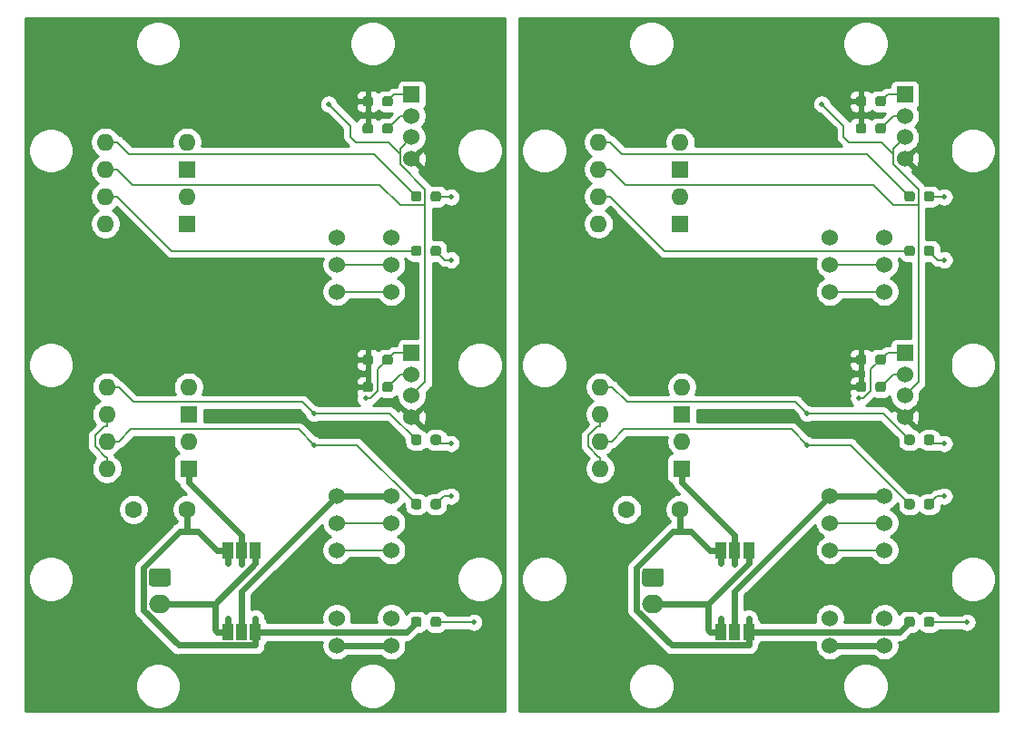
<source format=gbl>
G04 #@! TF.GenerationSoftware,KiCad,Pcbnew,(5.1.8)-1*
G04 #@! TF.CreationDate,2020-11-28T16:02:08+09:00*
G04 #@! TF.ProjectId,DigitalInput4chS,44696769-7461-46c4-996e-707574346368,2*
G04 #@! TF.SameCoordinates,Original*
G04 #@! TF.FileFunction,Copper,L2,Bot*
G04 #@! TF.FilePolarity,Positive*
%FSLAX46Y46*%
G04 Gerber Fmt 4.6, Leading zero omitted, Abs format (unit mm)*
G04 Created by KiCad (PCBNEW (5.1.8)-1) date 2020-11-28 16:02:08*
%MOMM*%
%LPD*%
G01*
G04 APERTURE LIST*
G04 #@! TA.AperFunction,ComponentPad*
%ADD10C,1.524000*%
G04 #@! TD*
G04 #@! TA.AperFunction,ComponentPad*
%ADD11R,1.524000X1.524000*%
G04 #@! TD*
G04 #@! TA.AperFunction,ComponentPad*
%ADD12O,1.600000X1.600000*%
G04 #@! TD*
G04 #@! TA.AperFunction,ComponentPad*
%ADD13R,1.600000X1.600000*%
G04 #@! TD*
G04 #@! TA.AperFunction,ComponentPad*
%ADD14O,2.000000X1.700000*%
G04 #@! TD*
G04 #@! TA.AperFunction,ComponentPad*
%ADD15C,1.600000*%
G04 #@! TD*
G04 #@! TA.AperFunction,SMDPad,CuDef*
%ADD16R,1.000000X1.500000*%
G04 #@! TD*
G04 #@! TA.AperFunction,ViaPad*
%ADD17C,0.500000*%
G04 #@! TD*
G04 #@! TA.AperFunction,Conductor*
%ADD18C,0.600000*%
G04 #@! TD*
G04 #@! TA.AperFunction,Conductor*
%ADD19C,0.200000*%
G04 #@! TD*
G04 #@! TA.AperFunction,NonConductor*
%ADD20C,0.254000*%
G04 #@! TD*
G04 #@! TA.AperFunction,NonConductor*
%ADD21C,0.100000*%
G04 #@! TD*
G04 APERTURE END LIST*
G04 #@! TA.AperFunction,SMDPad,CuDef*
G36*
G01*
X143425000Y-141237500D02*
X143425000Y-140762500D01*
G75*
G02*
X143662500Y-140525000I237500J0D01*
G01*
X144162500Y-140525000D01*
G75*
G02*
X144400000Y-140762500I0J-237500D01*
G01*
X144400000Y-141237500D01*
G75*
G02*
X144162500Y-141475000I-237500J0D01*
G01*
X143662500Y-141475000D01*
G75*
G02*
X143425000Y-141237500I0J237500D01*
G01*
G37*
G04 #@! TD.AperFunction*
G04 #@! TA.AperFunction,SMDPad,CuDef*
G36*
G01*
X141600000Y-141237500D02*
X141600000Y-140762500D01*
G75*
G02*
X141837500Y-140525000I237500J0D01*
G01*
X142337500Y-140525000D01*
G75*
G02*
X142575000Y-140762500I0J-237500D01*
G01*
X142575000Y-141237500D01*
G75*
G02*
X142337500Y-141475000I-237500J0D01*
G01*
X141837500Y-141475000D01*
G75*
G02*
X141600000Y-141237500I0J237500D01*
G01*
G37*
G04 #@! TD.AperFunction*
D10*
X141655000Y-132885000D03*
X141655000Y-130885000D03*
X141655000Y-128885000D03*
D11*
X141655000Y-126885000D03*
G04 #@! TA.AperFunction,SMDPad,CuDef*
G36*
G01*
X143425000Y-117597500D02*
X143425000Y-117122500D01*
G75*
G02*
X143662500Y-116885000I237500J0D01*
G01*
X144162500Y-116885000D01*
G75*
G02*
X144400000Y-117122500I0J-237500D01*
G01*
X144400000Y-117597500D01*
G75*
G02*
X144162500Y-117835000I-237500J0D01*
G01*
X143662500Y-117835000D01*
G75*
G02*
X143425000Y-117597500I0J237500D01*
G01*
G37*
G04 #@! TD.AperFunction*
G04 #@! TA.AperFunction,SMDPad,CuDef*
G36*
G01*
X141600000Y-117597500D02*
X141600000Y-117122500D01*
G75*
G02*
X141837500Y-116885000I237500J0D01*
G01*
X142337500Y-116885000D01*
G75*
G02*
X142575000Y-117122500I0J-237500D01*
G01*
X142575000Y-117597500D01*
G75*
G02*
X142337500Y-117835000I-237500J0D01*
G01*
X141837500Y-117835000D01*
G75*
G02*
X141600000Y-117597500I0J237500D01*
G01*
G37*
G04 #@! TD.AperFunction*
G04 #@! TA.AperFunction,SMDPad,CuDef*
G36*
G01*
X143425000Y-152237500D02*
X143425000Y-151762500D01*
G75*
G02*
X143662500Y-151525000I237500J0D01*
G01*
X144162500Y-151525000D01*
G75*
G02*
X144400000Y-151762500I0J-237500D01*
G01*
X144400000Y-152237500D01*
G75*
G02*
X144162500Y-152475000I-237500J0D01*
G01*
X143662500Y-152475000D01*
G75*
G02*
X143425000Y-152237500I0J237500D01*
G01*
G37*
G04 #@! TD.AperFunction*
G04 #@! TA.AperFunction,SMDPad,CuDef*
G36*
G01*
X141600000Y-152237500D02*
X141600000Y-151762500D01*
G75*
G02*
X141837500Y-151525000I237500J0D01*
G01*
X142337500Y-151525000D01*
G75*
G02*
X142575000Y-151762500I0J-237500D01*
G01*
X142575000Y-152237500D01*
G75*
G02*
X142337500Y-152475000I-237500J0D01*
G01*
X141837500Y-152475000D01*
G75*
G02*
X141600000Y-152237500I0J237500D01*
G01*
G37*
G04 #@! TD.AperFunction*
D12*
X113080000Y-114820000D03*
X120700000Y-112280000D03*
X113080000Y-112280000D03*
D13*
X120700000Y-114820000D03*
D12*
X113080000Y-109740000D03*
X120700000Y-107200000D03*
X113080000Y-107200000D03*
D13*
X120700000Y-109740000D03*
D10*
X134670000Y-140220000D03*
X139750000Y-140220000D03*
X139750000Y-145300000D03*
X134670000Y-145300000D03*
X139750000Y-142760000D03*
X134670000Y-142760000D03*
D14*
X118160000Y-150340000D03*
G04 #@! TA.AperFunction,ComponentPad*
G36*
G01*
X117410000Y-146990000D02*
X118910000Y-146990000D01*
G75*
G02*
X119160000Y-147240000I0J-250000D01*
G01*
X119160000Y-148440000D01*
G75*
G02*
X118910000Y-148690000I-250000J0D01*
G01*
X117410000Y-148690000D01*
G75*
G02*
X117160000Y-148440000I0J250000D01*
G01*
X117160000Y-147240000D01*
G75*
G02*
X117410000Y-146990000I250000J0D01*
G01*
G37*
G04 #@! TD.AperFunction*
D12*
X113220000Y-132600000D03*
X120840000Y-130060000D03*
X113220000Y-130060000D03*
D13*
X120840000Y-132600000D03*
G04 #@! TA.AperFunction,SMDPad,CuDef*
G36*
G01*
X143425000Y-135237500D02*
X143425000Y-134762500D01*
G75*
G02*
X143662500Y-134525000I237500J0D01*
G01*
X144162500Y-134525000D01*
G75*
G02*
X144400000Y-134762500I0J-237500D01*
G01*
X144400000Y-135237500D01*
G75*
G02*
X144162500Y-135475000I-237500J0D01*
G01*
X143662500Y-135475000D01*
G75*
G02*
X143425000Y-135237500I0J237500D01*
G01*
G37*
G04 #@! TD.AperFunction*
G04 #@! TA.AperFunction,SMDPad,CuDef*
G36*
G01*
X141600000Y-135237500D02*
X141600000Y-134762500D01*
G75*
G02*
X141837500Y-134525000I237500J0D01*
G01*
X142337500Y-134525000D01*
G75*
G02*
X142575000Y-134762500I0J-237500D01*
G01*
X142575000Y-135237500D01*
G75*
G02*
X142337500Y-135475000I-237500J0D01*
G01*
X141837500Y-135475000D01*
G75*
G02*
X141600000Y-135237500I0J237500D01*
G01*
G37*
G04 #@! TD.AperFunction*
D12*
X113220000Y-137680000D03*
X120840000Y-135140000D03*
X113220000Y-135140000D03*
D13*
X120840000Y-137680000D03*
D15*
X115700000Y-141490000D03*
X120700000Y-141490000D03*
G04 #@! TA.AperFunction,SMDPad,CuDef*
G36*
G01*
X138055000Y-103152500D02*
X138055000Y-103627500D01*
G75*
G02*
X137817500Y-103865000I-237500J0D01*
G01*
X137317500Y-103865000D01*
G75*
G02*
X137080000Y-103627500I0J237500D01*
G01*
X137080000Y-103152500D01*
G75*
G02*
X137317500Y-102915000I237500J0D01*
G01*
X137817500Y-102915000D01*
G75*
G02*
X138055000Y-103152500I0J-237500D01*
G01*
G37*
G04 #@! TD.AperFunction*
G04 #@! TA.AperFunction,SMDPad,CuDef*
G36*
G01*
X139880000Y-103152500D02*
X139880000Y-103627500D01*
G75*
G02*
X139642500Y-103865000I-237500J0D01*
G01*
X139142500Y-103865000D01*
G75*
G02*
X138905000Y-103627500I0J237500D01*
G01*
X138905000Y-103152500D01*
G75*
G02*
X139142500Y-102915000I237500J0D01*
G01*
X139642500Y-102915000D01*
G75*
G02*
X139880000Y-103152500I0J-237500D01*
G01*
G37*
G04 #@! TD.AperFunction*
D16*
X124480000Y-145300000D03*
X125780000Y-145300000D03*
X127080000Y-145300000D03*
D10*
X134670000Y-116090000D03*
X139750000Y-116090000D03*
X139750000Y-121170000D03*
X134670000Y-121170000D03*
X139750000Y-118630000D03*
X134670000Y-118630000D03*
X141655000Y-108755000D03*
X141655000Y-106755000D03*
X141655000Y-104755000D03*
D11*
X141655000Y-102755000D03*
G04 #@! TA.AperFunction,SMDPad,CuDef*
G36*
G01*
X138055000Y-129822500D02*
X138055000Y-130297500D01*
G75*
G02*
X137817500Y-130535000I-237500J0D01*
G01*
X137317500Y-130535000D01*
G75*
G02*
X137080000Y-130297500I0J237500D01*
G01*
X137080000Y-129822500D01*
G75*
G02*
X137317500Y-129585000I237500J0D01*
G01*
X137817500Y-129585000D01*
G75*
G02*
X138055000Y-129822500I0J-237500D01*
G01*
G37*
G04 #@! TD.AperFunction*
G04 #@! TA.AperFunction,SMDPad,CuDef*
G36*
G01*
X139880000Y-129822500D02*
X139880000Y-130297500D01*
G75*
G02*
X139642500Y-130535000I-237500J0D01*
G01*
X139142500Y-130535000D01*
G75*
G02*
X138905000Y-130297500I0J237500D01*
G01*
X138905000Y-129822500D01*
G75*
G02*
X139142500Y-129585000I237500J0D01*
G01*
X139642500Y-129585000D01*
G75*
G02*
X139880000Y-129822500I0J-237500D01*
G01*
G37*
G04 #@! TD.AperFunction*
G04 #@! TA.AperFunction,SMDPad,CuDef*
G36*
G01*
X138055000Y-127282500D02*
X138055000Y-127757500D01*
G75*
G02*
X137817500Y-127995000I-237500J0D01*
G01*
X137317500Y-127995000D01*
G75*
G02*
X137080000Y-127757500I0J237500D01*
G01*
X137080000Y-127282500D01*
G75*
G02*
X137317500Y-127045000I237500J0D01*
G01*
X137817500Y-127045000D01*
G75*
G02*
X138055000Y-127282500I0J-237500D01*
G01*
G37*
G04 #@! TD.AperFunction*
G04 #@! TA.AperFunction,SMDPad,CuDef*
G36*
G01*
X139880000Y-127282500D02*
X139880000Y-127757500D01*
G75*
G02*
X139642500Y-127995000I-237500J0D01*
G01*
X139142500Y-127995000D01*
G75*
G02*
X138905000Y-127757500I0J237500D01*
G01*
X138905000Y-127282500D01*
G75*
G02*
X139142500Y-127045000I237500J0D01*
G01*
X139642500Y-127045000D01*
G75*
G02*
X139880000Y-127282500I0J-237500D01*
G01*
G37*
G04 #@! TD.AperFunction*
D10*
X139750000Y-154190000D03*
X134670000Y-154190000D03*
X139750000Y-151650000D03*
X134670000Y-151650000D03*
G04 #@! TA.AperFunction,SMDPad,CuDef*
G36*
G01*
X138055000Y-105692500D02*
X138055000Y-106167500D01*
G75*
G02*
X137817500Y-106405000I-237500J0D01*
G01*
X137317500Y-106405000D01*
G75*
G02*
X137080000Y-106167500I0J237500D01*
G01*
X137080000Y-105692500D01*
G75*
G02*
X137317500Y-105455000I237500J0D01*
G01*
X137817500Y-105455000D01*
G75*
G02*
X138055000Y-105692500I0J-237500D01*
G01*
G37*
G04 #@! TD.AperFunction*
G04 #@! TA.AperFunction,SMDPad,CuDef*
G36*
G01*
X139880000Y-105692500D02*
X139880000Y-106167500D01*
G75*
G02*
X139642500Y-106405000I-237500J0D01*
G01*
X139142500Y-106405000D01*
G75*
G02*
X138905000Y-106167500I0J237500D01*
G01*
X138905000Y-105692500D01*
G75*
G02*
X139142500Y-105455000I237500J0D01*
G01*
X139642500Y-105455000D01*
G75*
G02*
X139880000Y-105692500I0J-237500D01*
G01*
G37*
G04 #@! TD.AperFunction*
G04 #@! TA.AperFunction,SMDPad,CuDef*
G36*
G01*
X143425000Y-112517500D02*
X143425000Y-112042500D01*
G75*
G02*
X143662500Y-111805000I237500J0D01*
G01*
X144162500Y-111805000D01*
G75*
G02*
X144400000Y-112042500I0J-237500D01*
G01*
X144400000Y-112517500D01*
G75*
G02*
X144162500Y-112755000I-237500J0D01*
G01*
X143662500Y-112755000D01*
G75*
G02*
X143425000Y-112517500I0J237500D01*
G01*
G37*
G04 #@! TD.AperFunction*
G04 #@! TA.AperFunction,SMDPad,CuDef*
G36*
G01*
X141600000Y-112517500D02*
X141600000Y-112042500D01*
G75*
G02*
X141837500Y-111805000I237500J0D01*
G01*
X142337500Y-111805000D01*
G75*
G02*
X142575000Y-112042500I0J-237500D01*
G01*
X142575000Y-112517500D01*
G75*
G02*
X142337500Y-112755000I-237500J0D01*
G01*
X141837500Y-112755000D01*
G75*
G02*
X141600000Y-112517500I0J237500D01*
G01*
G37*
G04 #@! TD.AperFunction*
D16*
X124480000Y-152920000D03*
X125780000Y-152920000D03*
X127080000Y-152920000D03*
G04 #@! TA.AperFunction,SMDPad,CuDef*
G36*
G01*
X95600000Y-141237500D02*
X95600000Y-140762500D01*
G75*
G02*
X95837500Y-140525000I237500J0D01*
G01*
X96337500Y-140525000D01*
G75*
G02*
X96575000Y-140762500I0J-237500D01*
G01*
X96575000Y-141237500D01*
G75*
G02*
X96337500Y-141475000I-237500J0D01*
G01*
X95837500Y-141475000D01*
G75*
G02*
X95600000Y-141237500I0J237500D01*
G01*
G37*
G04 #@! TD.AperFunction*
G04 #@! TA.AperFunction,SMDPad,CuDef*
G36*
G01*
X97425000Y-141237500D02*
X97425000Y-140762500D01*
G75*
G02*
X97662500Y-140525000I237500J0D01*
G01*
X98162500Y-140525000D01*
G75*
G02*
X98400000Y-140762500I0J-237500D01*
G01*
X98400000Y-141237500D01*
G75*
G02*
X98162500Y-141475000I-237500J0D01*
G01*
X97662500Y-141475000D01*
G75*
G02*
X97425000Y-141237500I0J237500D01*
G01*
G37*
G04 #@! TD.AperFunction*
G04 #@! TA.AperFunction,SMDPad,CuDef*
G36*
G01*
X95600000Y-152237500D02*
X95600000Y-151762500D01*
G75*
G02*
X95837500Y-151525000I237500J0D01*
G01*
X96337500Y-151525000D01*
G75*
G02*
X96575000Y-151762500I0J-237500D01*
G01*
X96575000Y-152237500D01*
G75*
G02*
X96337500Y-152475000I-237500J0D01*
G01*
X95837500Y-152475000D01*
G75*
G02*
X95600000Y-152237500I0J237500D01*
G01*
G37*
G04 #@! TD.AperFunction*
G04 #@! TA.AperFunction,SMDPad,CuDef*
G36*
G01*
X97425000Y-152237500D02*
X97425000Y-151762500D01*
G75*
G02*
X97662500Y-151525000I237500J0D01*
G01*
X98162500Y-151525000D01*
G75*
G02*
X98400000Y-151762500I0J-237500D01*
G01*
X98400000Y-152237500D01*
G75*
G02*
X98162500Y-152475000I-237500J0D01*
G01*
X97662500Y-152475000D01*
G75*
G02*
X97425000Y-152237500I0J237500D01*
G01*
G37*
G04 #@! TD.AperFunction*
G04 #@! TA.AperFunction,SMDPad,CuDef*
G36*
G01*
X95600000Y-117597500D02*
X95600000Y-117122500D01*
G75*
G02*
X95837500Y-116885000I237500J0D01*
G01*
X96337500Y-116885000D01*
G75*
G02*
X96575000Y-117122500I0J-237500D01*
G01*
X96575000Y-117597500D01*
G75*
G02*
X96337500Y-117835000I-237500J0D01*
G01*
X95837500Y-117835000D01*
G75*
G02*
X95600000Y-117597500I0J237500D01*
G01*
G37*
G04 #@! TD.AperFunction*
G04 #@! TA.AperFunction,SMDPad,CuDef*
G36*
G01*
X97425000Y-117597500D02*
X97425000Y-117122500D01*
G75*
G02*
X97662500Y-116885000I237500J0D01*
G01*
X98162500Y-116885000D01*
G75*
G02*
X98400000Y-117122500I0J-237500D01*
G01*
X98400000Y-117597500D01*
G75*
G02*
X98162500Y-117835000I-237500J0D01*
G01*
X97662500Y-117835000D01*
G75*
G02*
X97425000Y-117597500I0J237500D01*
G01*
G37*
G04 #@! TD.AperFunction*
D11*
X95655000Y-126885000D03*
D10*
X95655000Y-128885000D03*
X95655000Y-130885000D03*
X95655000Y-132885000D03*
X88670000Y-118630000D03*
X93750000Y-118630000D03*
X88670000Y-121170000D03*
X93750000Y-121170000D03*
X93750000Y-116090000D03*
X88670000Y-116090000D03*
D16*
X81080000Y-152920000D03*
X79780000Y-152920000D03*
X78480000Y-152920000D03*
D11*
X95655000Y-102755000D03*
D10*
X95655000Y-104755000D03*
X95655000Y-106755000D03*
X95655000Y-108755000D03*
X88670000Y-142760000D03*
X93750000Y-142760000D03*
X88670000Y-145300000D03*
X93750000Y-145300000D03*
X93750000Y-140220000D03*
X88670000Y-140220000D03*
D16*
X81080000Y-145300000D03*
X79780000Y-145300000D03*
X78480000Y-145300000D03*
G04 #@! TA.AperFunction,SMDPad,CuDef*
G36*
G01*
X95600000Y-112517500D02*
X95600000Y-112042500D01*
G75*
G02*
X95837500Y-111805000I237500J0D01*
G01*
X96337500Y-111805000D01*
G75*
G02*
X96575000Y-112042500I0J-237500D01*
G01*
X96575000Y-112517500D01*
G75*
G02*
X96337500Y-112755000I-237500J0D01*
G01*
X95837500Y-112755000D01*
G75*
G02*
X95600000Y-112517500I0J237500D01*
G01*
G37*
G04 #@! TD.AperFunction*
G04 #@! TA.AperFunction,SMDPad,CuDef*
G36*
G01*
X97425000Y-112517500D02*
X97425000Y-112042500D01*
G75*
G02*
X97662500Y-111805000I237500J0D01*
G01*
X98162500Y-111805000D01*
G75*
G02*
X98400000Y-112042500I0J-237500D01*
G01*
X98400000Y-112517500D01*
G75*
G02*
X98162500Y-112755000I-237500J0D01*
G01*
X97662500Y-112755000D01*
G75*
G02*
X97425000Y-112517500I0J237500D01*
G01*
G37*
G04 #@! TD.AperFunction*
D10*
X88670000Y-151650000D03*
X93750000Y-151650000D03*
X88670000Y-154190000D03*
X93750000Y-154190000D03*
G04 #@! TA.AperFunction,SMDPad,CuDef*
G36*
G01*
X95600000Y-135237500D02*
X95600000Y-134762500D01*
G75*
G02*
X95837500Y-134525000I237500J0D01*
G01*
X96337500Y-134525000D01*
G75*
G02*
X96575000Y-134762500I0J-237500D01*
G01*
X96575000Y-135237500D01*
G75*
G02*
X96337500Y-135475000I-237500J0D01*
G01*
X95837500Y-135475000D01*
G75*
G02*
X95600000Y-135237500I0J237500D01*
G01*
G37*
G04 #@! TD.AperFunction*
G04 #@! TA.AperFunction,SMDPad,CuDef*
G36*
G01*
X97425000Y-135237500D02*
X97425000Y-134762500D01*
G75*
G02*
X97662500Y-134525000I237500J0D01*
G01*
X98162500Y-134525000D01*
G75*
G02*
X98400000Y-134762500I0J-237500D01*
G01*
X98400000Y-135237500D01*
G75*
G02*
X98162500Y-135475000I-237500J0D01*
G01*
X97662500Y-135475000D01*
G75*
G02*
X97425000Y-135237500I0J237500D01*
G01*
G37*
G04 #@! TD.AperFunction*
G04 #@! TA.AperFunction,ComponentPad*
G36*
G01*
X71410000Y-146990000D02*
X72910000Y-146990000D01*
G75*
G02*
X73160000Y-147240000I0J-250000D01*
G01*
X73160000Y-148440000D01*
G75*
G02*
X72910000Y-148690000I-250000J0D01*
G01*
X71410000Y-148690000D01*
G75*
G02*
X71160000Y-148440000I0J250000D01*
G01*
X71160000Y-147240000D01*
G75*
G02*
X71410000Y-146990000I250000J0D01*
G01*
G37*
G04 #@! TD.AperFunction*
D14*
X72160000Y-150340000D03*
D13*
X74840000Y-137680000D03*
D12*
X67220000Y-135140000D03*
X74840000Y-135140000D03*
X67220000Y-137680000D03*
D13*
X74840000Y-132600000D03*
D12*
X67220000Y-130060000D03*
X74840000Y-130060000D03*
X67220000Y-132600000D03*
G04 #@! TA.AperFunction,SMDPad,CuDef*
G36*
G01*
X93880000Y-105692500D02*
X93880000Y-106167500D01*
G75*
G02*
X93642500Y-106405000I-237500J0D01*
G01*
X93142500Y-106405000D01*
G75*
G02*
X92905000Y-106167500I0J237500D01*
G01*
X92905000Y-105692500D01*
G75*
G02*
X93142500Y-105455000I237500J0D01*
G01*
X93642500Y-105455000D01*
G75*
G02*
X93880000Y-105692500I0J-237500D01*
G01*
G37*
G04 #@! TD.AperFunction*
G04 #@! TA.AperFunction,SMDPad,CuDef*
G36*
G01*
X92055000Y-105692500D02*
X92055000Y-106167500D01*
G75*
G02*
X91817500Y-106405000I-237500J0D01*
G01*
X91317500Y-106405000D01*
G75*
G02*
X91080000Y-106167500I0J237500D01*
G01*
X91080000Y-105692500D01*
G75*
G02*
X91317500Y-105455000I237500J0D01*
G01*
X91817500Y-105455000D01*
G75*
G02*
X92055000Y-105692500I0J-237500D01*
G01*
G37*
G04 #@! TD.AperFunction*
D15*
X74700000Y-141490000D03*
X69700000Y-141490000D03*
G04 #@! TA.AperFunction,SMDPad,CuDef*
G36*
G01*
X93880000Y-103152500D02*
X93880000Y-103627500D01*
G75*
G02*
X93642500Y-103865000I-237500J0D01*
G01*
X93142500Y-103865000D01*
G75*
G02*
X92905000Y-103627500I0J237500D01*
G01*
X92905000Y-103152500D01*
G75*
G02*
X93142500Y-102915000I237500J0D01*
G01*
X93642500Y-102915000D01*
G75*
G02*
X93880000Y-103152500I0J-237500D01*
G01*
G37*
G04 #@! TD.AperFunction*
G04 #@! TA.AperFunction,SMDPad,CuDef*
G36*
G01*
X92055000Y-103152500D02*
X92055000Y-103627500D01*
G75*
G02*
X91817500Y-103865000I-237500J0D01*
G01*
X91317500Y-103865000D01*
G75*
G02*
X91080000Y-103627500I0J237500D01*
G01*
X91080000Y-103152500D01*
G75*
G02*
X91317500Y-102915000I237500J0D01*
G01*
X91817500Y-102915000D01*
G75*
G02*
X92055000Y-103152500I0J-237500D01*
G01*
G37*
G04 #@! TD.AperFunction*
G04 #@! TA.AperFunction,SMDPad,CuDef*
G36*
G01*
X93880000Y-127282500D02*
X93880000Y-127757500D01*
G75*
G02*
X93642500Y-127995000I-237500J0D01*
G01*
X93142500Y-127995000D01*
G75*
G02*
X92905000Y-127757500I0J237500D01*
G01*
X92905000Y-127282500D01*
G75*
G02*
X93142500Y-127045000I237500J0D01*
G01*
X93642500Y-127045000D01*
G75*
G02*
X93880000Y-127282500I0J-237500D01*
G01*
G37*
G04 #@! TD.AperFunction*
G04 #@! TA.AperFunction,SMDPad,CuDef*
G36*
G01*
X92055000Y-127282500D02*
X92055000Y-127757500D01*
G75*
G02*
X91817500Y-127995000I-237500J0D01*
G01*
X91317500Y-127995000D01*
G75*
G02*
X91080000Y-127757500I0J237500D01*
G01*
X91080000Y-127282500D01*
G75*
G02*
X91317500Y-127045000I237500J0D01*
G01*
X91817500Y-127045000D01*
G75*
G02*
X92055000Y-127282500I0J-237500D01*
G01*
G37*
G04 #@! TD.AperFunction*
G04 #@! TA.AperFunction,SMDPad,CuDef*
G36*
G01*
X93880000Y-129822500D02*
X93880000Y-130297500D01*
G75*
G02*
X93642500Y-130535000I-237500J0D01*
G01*
X93142500Y-130535000D01*
G75*
G02*
X92905000Y-130297500I0J237500D01*
G01*
X92905000Y-129822500D01*
G75*
G02*
X93142500Y-129585000I237500J0D01*
G01*
X93642500Y-129585000D01*
G75*
G02*
X93880000Y-129822500I0J-237500D01*
G01*
G37*
G04 #@! TD.AperFunction*
G04 #@! TA.AperFunction,SMDPad,CuDef*
G36*
G01*
X92055000Y-129822500D02*
X92055000Y-130297500D01*
G75*
G02*
X91817500Y-130535000I-237500J0D01*
G01*
X91317500Y-130535000D01*
G75*
G02*
X91080000Y-130297500I0J237500D01*
G01*
X91080000Y-129822500D01*
G75*
G02*
X91317500Y-129585000I237500J0D01*
G01*
X91817500Y-129585000D01*
G75*
G02*
X92055000Y-129822500I0J-237500D01*
G01*
G37*
G04 #@! TD.AperFunction*
D13*
X74700000Y-114820000D03*
D12*
X67080000Y-112280000D03*
X74700000Y-112280000D03*
X67080000Y-114820000D03*
D13*
X74700000Y-109740000D03*
D12*
X67080000Y-107200000D03*
X74700000Y-107200000D03*
X67080000Y-109740000D03*
D17*
X99319100Y-118191700D03*
X99319100Y-112338400D03*
X99319100Y-140258800D03*
X87908000Y-103644000D03*
X99319100Y-135355000D03*
X91340100Y-131106500D03*
X86528400Y-135463400D03*
X86528400Y-132535600D03*
X101453000Y-152040700D03*
X145319100Y-118191700D03*
X145319100Y-135355000D03*
X137340100Y-131106500D03*
X132528400Y-132535600D03*
X145319100Y-112338400D03*
X133908000Y-103644000D03*
X147453000Y-152040700D03*
X145319100Y-140258800D03*
X132528400Y-135463400D03*
D18*
X74028200Y-143549200D02*
X70640300Y-146937100D01*
X75728900Y-143549200D02*
X74700000Y-143549200D01*
X81080000Y-152920000D02*
X81080000Y-151680000D01*
X81080000Y-152920000D02*
X81080000Y-152927600D01*
X81080000Y-153123900D02*
X81080000Y-152927600D01*
X70640300Y-146937100D02*
X70640300Y-150904200D01*
X81080000Y-152927600D02*
X95159900Y-152927600D01*
X95159900Y-152927600D02*
X96087500Y-152000000D01*
X81080000Y-153123900D02*
X81080000Y-154170300D01*
X74700000Y-143549200D02*
X74028200Y-143549200D01*
X70640300Y-150904200D02*
X73906400Y-154170300D01*
X73906400Y-154170300D02*
X81080000Y-154170300D01*
X77479700Y-145300000D02*
X75728900Y-143549200D01*
X74700000Y-143549200D02*
X74700000Y-141490000D01*
X78480000Y-145300000D02*
X77479700Y-145300000D01*
X78480000Y-145300000D02*
X78480000Y-146540000D01*
X78480000Y-152920000D02*
X77479700Y-152920000D01*
X72160000Y-150340000D02*
X77290300Y-150340000D01*
X77290300Y-150340000D02*
X77290300Y-152730600D01*
X81080000Y-145300000D02*
X81080000Y-146550300D01*
X77290300Y-150340000D02*
X81080000Y-146550300D01*
X78480000Y-152920000D02*
X78480000Y-151680000D01*
X77290300Y-152730600D02*
X77479700Y-152920000D01*
D19*
X98744200Y-118191700D02*
X97912500Y-117360000D01*
X99319100Y-118191700D02*
X98744200Y-118191700D01*
X99319100Y-112338400D02*
X97970900Y-112338400D01*
X97970900Y-112338400D02*
X97912500Y-112280000D01*
X99319100Y-140258800D02*
X98653700Y-140258800D01*
X98653700Y-140258800D02*
X97912500Y-141000000D01*
X96922300Y-113086700D02*
X96922300Y-129617700D01*
X95655000Y-106755000D02*
X94560600Y-107849400D01*
X94560600Y-107849400D02*
X94560600Y-109248200D01*
X94577200Y-113086700D02*
X92670100Y-111179600D01*
X69619900Y-111179600D02*
X68180300Y-109740000D01*
X67220000Y-132600000D02*
X67220000Y-133700300D01*
X96922300Y-129617700D02*
X95655000Y-130885000D01*
X67080000Y-109740000D02*
X68180300Y-109740000D01*
X96922300Y-113086700D02*
X94577200Y-113086700D01*
X67220000Y-137680000D02*
X67220000Y-136579700D01*
X67220000Y-136579700D02*
X67082500Y-136579700D01*
X67082500Y-136579700D02*
X66114800Y-135612000D01*
X96922300Y-111609900D02*
X96922300Y-113086700D01*
X66114800Y-135612000D02*
X66114800Y-134577500D01*
X66114800Y-134577500D02*
X66992000Y-133700300D01*
X66992000Y-133700300D02*
X67220000Y-133700300D01*
X94560600Y-109248200D02*
X96922300Y-111609900D01*
X92670100Y-111179600D02*
X69619900Y-111179600D01*
X90448000Y-107200000D02*
X93496000Y-107200000D01*
X93496000Y-107200000D02*
X94512000Y-108216000D01*
X87908000Y-103644000D02*
X89940000Y-105676000D01*
X89940000Y-106692000D02*
X90448000Y-107200000D01*
X89940000Y-105676000D02*
X89940000Y-106692000D01*
X98267500Y-135355000D02*
X97912500Y-135000000D01*
X99319100Y-135355000D02*
X98267500Y-135355000D01*
D18*
X79780000Y-145300000D02*
X79780000Y-143920300D01*
X79780000Y-143920300D02*
X74840000Y-138980300D01*
X79780000Y-145300000D02*
X79780000Y-146570000D01*
X74840000Y-137680000D02*
X74840000Y-138980300D01*
X79780000Y-152920000D02*
X79780000Y-149110000D01*
X79780000Y-149110000D02*
X88670000Y-140220000D01*
X93750000Y-140220000D02*
X88670000Y-140220000D01*
D19*
X95655000Y-104755000D02*
X94567500Y-104755000D01*
X94567500Y-104755000D02*
X93392500Y-105930000D01*
X95655000Y-102755000D02*
X94027500Y-102755000D01*
X94027500Y-102755000D02*
X93392500Y-103390000D01*
X95655000Y-128885000D02*
X94567500Y-128885000D01*
X94567500Y-128885000D02*
X93392500Y-130060000D01*
X95655000Y-126885000D02*
X94027500Y-126885000D01*
X93392500Y-127520000D02*
X92480000Y-128432500D01*
X92480000Y-128432500D02*
X92480000Y-130401500D01*
X94027500Y-126885000D02*
X93392500Y-127520000D01*
X91775000Y-131106500D02*
X91340100Y-131106500D01*
X92480000Y-130401500D02*
X91775000Y-131106500D01*
X88670000Y-121170000D02*
X93750000Y-121170000D01*
X88670000Y-118630000D02*
X93750000Y-118630000D01*
X88670000Y-145300000D02*
X93750000Y-145300000D01*
X88670000Y-142760000D02*
X93750000Y-142760000D01*
D18*
X88670000Y-154190000D02*
X93750000Y-154190000D01*
D19*
X96087500Y-117360000D02*
X73260300Y-117360000D01*
X73260300Y-117360000D02*
X68180300Y-112280000D01*
X67080000Y-112280000D02*
X68180300Y-112280000D01*
X67080000Y-107200000D02*
X68180300Y-107200000D01*
X68180300Y-107200000D02*
X69280600Y-108300300D01*
X92107800Y-108300300D02*
X96087500Y-112280000D01*
X69280600Y-108300300D02*
X92107800Y-108300300D01*
X67220000Y-135140000D02*
X68320300Y-135140000D01*
X86528400Y-135463400D02*
X85072600Y-134007600D01*
X86528400Y-135463400D02*
X90550900Y-135463400D01*
X90550900Y-135463400D02*
X96087500Y-141000000D01*
X85072600Y-134007600D02*
X69452700Y-134007600D01*
X69452700Y-134007600D02*
X68320300Y-135140000D01*
X67220000Y-130060000D02*
X68320300Y-130060000D01*
X86528400Y-132535600D02*
X85464400Y-131471600D01*
X86528400Y-132535600D02*
X93623100Y-132535600D01*
X69731900Y-131471600D02*
X68320300Y-130060000D01*
X85464400Y-131471600D02*
X69731900Y-131471600D01*
X93623100Y-132535600D02*
X96087500Y-135000000D01*
X97953200Y-152040700D02*
X97912500Y-152000000D01*
X101453000Y-152040700D02*
X97953200Y-152040700D01*
D18*
X123290300Y-150340000D02*
X123290300Y-152730600D01*
D19*
X115619900Y-111179600D02*
X114180300Y-109740000D01*
D18*
X123290300Y-150340000D02*
X127080000Y-146550300D01*
X118160000Y-150340000D02*
X123290300Y-150340000D01*
D19*
X140560600Y-107849400D02*
X140560600Y-109248200D01*
D18*
X124480000Y-145300000D02*
X124480000Y-146540000D01*
X127080000Y-145300000D02*
X127080000Y-146550300D01*
D19*
X113220000Y-132600000D02*
X113220000Y-133700300D01*
X142922300Y-129617700D02*
X141655000Y-130885000D01*
X145319100Y-140258800D02*
X144653700Y-140258800D01*
X113080000Y-109740000D02*
X114180300Y-109740000D01*
X143970900Y-112338400D02*
X143912500Y-112280000D01*
D18*
X124480000Y-152920000D02*
X123479700Y-152920000D01*
D19*
X142922300Y-113086700D02*
X142922300Y-129617700D01*
X141655000Y-106755000D02*
X140560600Y-107849400D01*
X140577200Y-113086700D02*
X138670100Y-111179600D01*
X145319100Y-112338400D02*
X143970900Y-112338400D01*
X112114800Y-135612000D02*
X112114800Y-134577500D01*
X142922300Y-111609900D02*
X142922300Y-113086700D01*
X112114800Y-134577500D02*
X112992000Y-133700300D01*
X144653700Y-140258800D02*
X143912500Y-141000000D01*
X113220000Y-137680000D02*
X113220000Y-136579700D01*
X140560600Y-109248200D02*
X142922300Y-111609900D01*
X138670100Y-111179600D02*
X115619900Y-111179600D01*
X144744200Y-118191700D02*
X143912500Y-117360000D01*
X145319100Y-118191700D02*
X144744200Y-118191700D01*
X113082500Y-136579700D02*
X112114800Y-135612000D01*
D18*
X124480000Y-152920000D02*
X124480000Y-151680000D01*
X123290300Y-152730600D02*
X123479700Y-152920000D01*
D19*
X112992000Y-133700300D02*
X113220000Y-133700300D01*
X142922300Y-113086700D02*
X140577200Y-113086700D01*
X113220000Y-136579700D02*
X113082500Y-136579700D01*
D18*
X116640300Y-150904200D02*
X119906400Y-154170300D01*
X119906400Y-154170300D02*
X127080000Y-154170300D01*
X127080000Y-153123900D02*
X127080000Y-154170300D01*
X120700000Y-143549200D02*
X120028200Y-143549200D01*
X123479700Y-145300000D02*
X121728900Y-143549200D01*
X120700000Y-143549200D02*
X120700000Y-141490000D01*
X124480000Y-145300000D02*
X123479700Y-145300000D01*
X127080000Y-152920000D02*
X127080000Y-151680000D01*
X127080000Y-152920000D02*
X127080000Y-152927600D01*
X127080000Y-153123900D02*
X127080000Y-152927600D01*
X120028200Y-143549200D02*
X116640300Y-146937100D01*
X116640300Y-146937100D02*
X116640300Y-150904200D01*
X127080000Y-152927600D02*
X141159900Y-152927600D01*
X121728900Y-143549200D02*
X120700000Y-143549200D01*
X141159900Y-152927600D02*
X142087500Y-152000000D01*
D19*
X115280600Y-108300300D02*
X138107800Y-108300300D01*
X136550900Y-135463400D02*
X142087500Y-141000000D01*
X141655000Y-126885000D02*
X140027500Y-126885000D01*
X138480000Y-128432500D02*
X138480000Y-130401500D01*
X142087500Y-117360000D02*
X119260300Y-117360000D01*
X134670000Y-118630000D02*
X139750000Y-118630000D01*
X139392500Y-127520000D02*
X138480000Y-128432500D01*
X140027500Y-126885000D02*
X139392500Y-127520000D01*
X132528400Y-135463400D02*
X136550900Y-135463400D01*
X119260300Y-117360000D02*
X114180300Y-112280000D01*
X135940000Y-105676000D02*
X135940000Y-106692000D01*
X140567500Y-128885000D02*
X139392500Y-130060000D01*
D18*
X134670000Y-154190000D02*
X139750000Y-154190000D01*
D19*
X134670000Y-121170000D02*
X139750000Y-121170000D01*
X140027500Y-102755000D02*
X139392500Y-103390000D01*
X114180300Y-107200000D02*
X115280600Y-108300300D01*
X113080000Y-107200000D02*
X114180300Y-107200000D01*
X138107800Y-108300300D02*
X142087500Y-112280000D01*
X132528400Y-135463400D02*
X131072600Y-134007600D01*
X134670000Y-145300000D02*
X139750000Y-145300000D01*
X113220000Y-135140000D02*
X114320300Y-135140000D01*
D18*
X120840000Y-137680000D02*
X120840000Y-138980300D01*
D19*
X134670000Y-142760000D02*
X139750000Y-142760000D01*
X133908000Y-103644000D02*
X135940000Y-105676000D01*
D18*
X125780000Y-143920300D02*
X120840000Y-138980300D01*
D19*
X141655000Y-128885000D02*
X140567500Y-128885000D01*
X140567500Y-104755000D02*
X139392500Y-105930000D01*
D18*
X125780000Y-152920000D02*
X125780000Y-149110000D01*
X139750000Y-140220000D02*
X134670000Y-140220000D01*
D19*
X139496000Y-107200000D02*
X140512000Y-108216000D01*
X136448000Y-107200000D02*
X139496000Y-107200000D01*
X144267500Y-135355000D02*
X143912500Y-135000000D01*
X141655000Y-104755000D02*
X140567500Y-104755000D01*
D18*
X125780000Y-145300000D02*
X125780000Y-143920300D01*
D19*
X135940000Y-106692000D02*
X136448000Y-107200000D01*
X145319100Y-135355000D02*
X144267500Y-135355000D01*
D18*
X125780000Y-145300000D02*
X125780000Y-146570000D01*
D19*
X141655000Y-102755000D02*
X140027500Y-102755000D01*
D18*
X125780000Y-149110000D02*
X134670000Y-140220000D01*
D19*
X137775000Y-131106500D02*
X137340100Y-131106500D01*
X143953200Y-152040700D02*
X143912500Y-152000000D01*
X113080000Y-112280000D02*
X114180300Y-112280000D01*
X139623100Y-132535600D02*
X142087500Y-135000000D01*
X138480000Y-130401500D02*
X137775000Y-131106500D01*
X115452700Y-134007600D02*
X114320300Y-135140000D01*
X113220000Y-130060000D02*
X114320300Y-130060000D01*
X147453000Y-152040700D02*
X143953200Y-152040700D01*
X132528400Y-132535600D02*
X131464400Y-131471600D01*
X131072600Y-134007600D02*
X115452700Y-134007600D01*
X115731900Y-131471600D02*
X114320300Y-130060000D01*
X132528400Y-132535600D02*
X139623100Y-132535600D01*
X131464400Y-131471600D02*
X115731900Y-131471600D01*
D20*
X104340000Y-160340000D02*
X59660000Y-160340000D01*
X59660000Y-157789721D01*
X69865000Y-157789721D01*
X69865000Y-158210279D01*
X69947047Y-158622756D01*
X70107988Y-159011302D01*
X70341637Y-159360983D01*
X70639017Y-159658363D01*
X70988698Y-159892012D01*
X71377244Y-160052953D01*
X71789721Y-160135000D01*
X72210279Y-160135000D01*
X72622756Y-160052953D01*
X73011302Y-159892012D01*
X73360983Y-159658363D01*
X73658363Y-159360983D01*
X73892012Y-159011302D01*
X74052953Y-158622756D01*
X74135000Y-158210279D01*
X74135000Y-157789721D01*
X89865000Y-157789721D01*
X89865000Y-158210279D01*
X89947047Y-158622756D01*
X90107988Y-159011302D01*
X90341637Y-159360983D01*
X90639017Y-159658363D01*
X90988698Y-159892012D01*
X91377244Y-160052953D01*
X91789721Y-160135000D01*
X92210279Y-160135000D01*
X92622756Y-160052953D01*
X93011302Y-159892012D01*
X93360983Y-159658363D01*
X93658363Y-159360983D01*
X93892012Y-159011302D01*
X94052953Y-158622756D01*
X94135000Y-158210279D01*
X94135000Y-157789721D01*
X94052953Y-157377244D01*
X93892012Y-156988698D01*
X93658363Y-156639017D01*
X93360983Y-156341637D01*
X93011302Y-156107988D01*
X92622756Y-155947047D01*
X92210279Y-155865000D01*
X91789721Y-155865000D01*
X91377244Y-155947047D01*
X90988698Y-156107988D01*
X90639017Y-156341637D01*
X90341637Y-156639017D01*
X90107988Y-156988698D01*
X89947047Y-157377244D01*
X89865000Y-157789721D01*
X74135000Y-157789721D01*
X74052953Y-157377244D01*
X73892012Y-156988698D01*
X73658363Y-156639017D01*
X73360983Y-156341637D01*
X73011302Y-156107988D01*
X72622756Y-155947047D01*
X72210279Y-155865000D01*
X71789721Y-155865000D01*
X71377244Y-155947047D01*
X70988698Y-156107988D01*
X70639017Y-156341637D01*
X70341637Y-156639017D01*
X70107988Y-156988698D01*
X69947047Y-157377244D01*
X69865000Y-157789721D01*
X59660000Y-157789721D01*
X59660000Y-147789721D01*
X59865000Y-147789721D01*
X59865000Y-148210279D01*
X59947047Y-148622756D01*
X60107988Y-149011302D01*
X60341637Y-149360983D01*
X60639017Y-149658363D01*
X60988698Y-149892012D01*
X61377244Y-150052953D01*
X61789721Y-150135000D01*
X62210279Y-150135000D01*
X62622756Y-150052953D01*
X63011302Y-149892012D01*
X63360983Y-149658363D01*
X63658363Y-149360983D01*
X63892012Y-149011302D01*
X64052953Y-148622756D01*
X64135000Y-148210279D01*
X64135000Y-147789721D01*
X64052953Y-147377244D01*
X63892012Y-146988698D01*
X63658363Y-146639017D01*
X63360983Y-146341637D01*
X63011302Y-146107988D01*
X62622756Y-145947047D01*
X62210279Y-145865000D01*
X61789721Y-145865000D01*
X61377244Y-145947047D01*
X60988698Y-146107988D01*
X60639017Y-146341637D01*
X60341637Y-146639017D01*
X60107988Y-146988698D01*
X59947047Y-147377244D01*
X59865000Y-147789721D01*
X59660000Y-147789721D01*
X59660000Y-141348665D01*
X68265000Y-141348665D01*
X68265000Y-141631335D01*
X68320147Y-141908574D01*
X68428320Y-142169727D01*
X68585363Y-142404759D01*
X68785241Y-142604637D01*
X69020273Y-142761680D01*
X69281426Y-142869853D01*
X69558665Y-142925000D01*
X69841335Y-142925000D01*
X70118574Y-142869853D01*
X70379727Y-142761680D01*
X70614759Y-142604637D01*
X70814637Y-142404759D01*
X70971680Y-142169727D01*
X71079853Y-141908574D01*
X71135000Y-141631335D01*
X71135000Y-141348665D01*
X71079853Y-141071426D01*
X70971680Y-140810273D01*
X70814637Y-140575241D01*
X70614759Y-140375363D01*
X70379727Y-140218320D01*
X70118574Y-140110147D01*
X69841335Y-140055000D01*
X69558665Y-140055000D01*
X69281426Y-140110147D01*
X69020273Y-140218320D01*
X68785241Y-140375363D01*
X68585363Y-140575241D01*
X68428320Y-140810273D01*
X68320147Y-141071426D01*
X68265000Y-141348665D01*
X59660000Y-141348665D01*
X59660000Y-134577500D01*
X65376244Y-134577500D01*
X65379801Y-134613615D01*
X65379800Y-135575894D01*
X65376244Y-135612000D01*
X65390435Y-135756085D01*
X65395932Y-135774205D01*
X65432463Y-135894632D01*
X65500713Y-136022319D01*
X65592562Y-136134237D01*
X65620608Y-136157254D01*
X66166979Y-136703625D01*
X66105363Y-136765241D01*
X65948320Y-137000273D01*
X65840147Y-137261426D01*
X65785000Y-137538665D01*
X65785000Y-137821335D01*
X65840147Y-138098574D01*
X65948320Y-138359727D01*
X66105363Y-138594759D01*
X66305241Y-138794637D01*
X66540273Y-138951680D01*
X66801426Y-139059853D01*
X67078665Y-139115000D01*
X67361335Y-139115000D01*
X67638574Y-139059853D01*
X67899727Y-138951680D01*
X68134759Y-138794637D01*
X68334637Y-138594759D01*
X68491680Y-138359727D01*
X68599853Y-138098574D01*
X68655000Y-137821335D01*
X68655000Y-137538665D01*
X68599853Y-137261426D01*
X68491680Y-137000273D01*
X68334637Y-136765241D01*
X68134759Y-136565363D01*
X67944632Y-136438324D01*
X67944365Y-136435615D01*
X67930805Y-136390914D01*
X68134759Y-136254637D01*
X68334637Y-136054759D01*
X68461676Y-135864632D01*
X68464385Y-135864365D01*
X68602933Y-135822337D01*
X68730620Y-135754087D01*
X68842538Y-135662238D01*
X68865558Y-135634188D01*
X69757147Y-134742600D01*
X73455935Y-134742600D01*
X73405000Y-134998665D01*
X73405000Y-135281335D01*
X73460147Y-135558574D01*
X73568320Y-135819727D01*
X73725363Y-136054759D01*
X73923961Y-136253357D01*
X73915518Y-136254188D01*
X73795820Y-136290498D01*
X73685506Y-136349463D01*
X73588815Y-136428815D01*
X73509463Y-136525506D01*
X73450498Y-136635820D01*
X73414188Y-136755518D01*
X73401928Y-136880000D01*
X73401928Y-138480000D01*
X73414188Y-138604482D01*
X73450498Y-138724180D01*
X73509463Y-138834494D01*
X73588815Y-138931185D01*
X73685506Y-139010537D01*
X73795820Y-139069502D01*
X73912756Y-139104974D01*
X73918529Y-139163591D01*
X73968847Y-139329465D01*
X73971994Y-139339840D01*
X74058815Y-139502272D01*
X74175657Y-139644644D01*
X74211336Y-139673925D01*
X74592411Y-140055000D01*
X74558665Y-140055000D01*
X74281426Y-140110147D01*
X74020273Y-140218320D01*
X73785241Y-140375363D01*
X73585363Y-140575241D01*
X73428320Y-140810273D01*
X73320147Y-141071426D01*
X73265000Y-141348665D01*
X73265000Y-141631335D01*
X73320147Y-141908574D01*
X73428320Y-142169727D01*
X73585363Y-142404759D01*
X73765000Y-142584396D01*
X73765000Y-142651969D01*
X73668660Y-142681193D01*
X73506228Y-142768014D01*
X73363856Y-142884856D01*
X73334574Y-142920536D01*
X70011641Y-146243470D01*
X69975956Y-146272756D01*
X69859114Y-146415129D01*
X69772293Y-146577561D01*
X69721012Y-146746614D01*
X69718829Y-146753809D01*
X69700776Y-146937100D01*
X69705300Y-146983032D01*
X69705301Y-150858258D01*
X69700776Y-150904200D01*
X69718829Y-151087491D01*
X69758666Y-151218815D01*
X69772294Y-151263740D01*
X69859115Y-151426172D01*
X69975957Y-151568544D01*
X70011636Y-151597825D01*
X73212770Y-154798959D01*
X73242056Y-154834644D01*
X73384428Y-154951486D01*
X73546860Y-155038307D01*
X73686068Y-155080535D01*
X73723108Y-155091771D01*
X73906400Y-155109824D01*
X73952332Y-155105300D01*
X81034068Y-155105300D01*
X81080000Y-155109824D01*
X81125932Y-155105300D01*
X81263292Y-155091771D01*
X81439540Y-155038307D01*
X81601972Y-154951486D01*
X81744344Y-154834644D01*
X81861186Y-154692272D01*
X81948007Y-154529840D01*
X82001471Y-154353592D01*
X82019524Y-154170300D01*
X82015920Y-154133712D01*
X82031185Y-154121185D01*
X82110537Y-154024494D01*
X82169502Y-153914180D01*
X82185149Y-153862600D01*
X87310755Y-153862600D01*
X87273000Y-154052408D01*
X87273000Y-154327592D01*
X87326686Y-154597490D01*
X87431995Y-154851727D01*
X87584880Y-155080535D01*
X87779465Y-155275120D01*
X88008273Y-155428005D01*
X88262510Y-155533314D01*
X88532408Y-155587000D01*
X88807592Y-155587000D01*
X89077490Y-155533314D01*
X89331727Y-155428005D01*
X89560535Y-155275120D01*
X89710655Y-155125000D01*
X92709345Y-155125000D01*
X92859465Y-155275120D01*
X93088273Y-155428005D01*
X93342510Y-155533314D01*
X93612408Y-155587000D01*
X93887592Y-155587000D01*
X94157490Y-155533314D01*
X94411727Y-155428005D01*
X94640535Y-155275120D01*
X94835120Y-155080535D01*
X94988005Y-154851727D01*
X95093314Y-154597490D01*
X95147000Y-154327592D01*
X95147000Y-154052408D01*
X95109245Y-153862600D01*
X95113968Y-153862600D01*
X95159900Y-153867124D01*
X95205832Y-153862600D01*
X95343192Y-153849071D01*
X95519440Y-153795607D01*
X95681872Y-153708786D01*
X95824244Y-153591944D01*
X95853530Y-153556259D01*
X96296718Y-153113072D01*
X96337500Y-153113072D01*
X96508316Y-153096248D01*
X96672567Y-153046423D01*
X96823942Y-152965512D01*
X96956623Y-152856623D01*
X97000000Y-152803768D01*
X97043377Y-152856623D01*
X97176058Y-152965512D01*
X97327433Y-153046423D01*
X97491684Y-153096248D01*
X97662500Y-153113072D01*
X98162500Y-153113072D01*
X98333316Y-153096248D01*
X98497567Y-153046423D01*
X98648942Y-152965512D01*
X98781623Y-152856623D01*
X98848035Y-152775700D01*
X100960047Y-152775700D01*
X101033795Y-152824977D01*
X101194855Y-152891690D01*
X101365835Y-152925700D01*
X101540165Y-152925700D01*
X101711145Y-152891690D01*
X101872205Y-152824977D01*
X102017155Y-152728124D01*
X102140424Y-152604855D01*
X102237277Y-152459905D01*
X102303990Y-152298845D01*
X102338000Y-152127865D01*
X102338000Y-151953535D01*
X102303990Y-151782555D01*
X102237277Y-151621495D01*
X102140424Y-151476545D01*
X102017155Y-151353276D01*
X101872205Y-151256423D01*
X101711145Y-151189710D01*
X101540165Y-151155700D01*
X101365835Y-151155700D01*
X101194855Y-151189710D01*
X101033795Y-151256423D01*
X100960047Y-151305700D01*
X98906356Y-151305700D01*
X98890512Y-151276058D01*
X98781623Y-151143377D01*
X98648942Y-151034488D01*
X98497567Y-150953577D01*
X98333316Y-150903752D01*
X98162500Y-150886928D01*
X97662500Y-150886928D01*
X97491684Y-150903752D01*
X97327433Y-150953577D01*
X97176058Y-151034488D01*
X97043377Y-151143377D01*
X97000000Y-151196232D01*
X96956623Y-151143377D01*
X96823942Y-151034488D01*
X96672567Y-150953577D01*
X96508316Y-150903752D01*
X96337500Y-150886928D01*
X95837500Y-150886928D01*
X95666684Y-150903752D01*
X95502433Y-150953577D01*
X95351058Y-151034488D01*
X95218377Y-151143377D01*
X95109488Y-151276058D01*
X95102564Y-151289012D01*
X95093314Y-151242510D01*
X94988005Y-150988273D01*
X94835120Y-150759465D01*
X94640535Y-150564880D01*
X94411727Y-150411995D01*
X94157490Y-150306686D01*
X93887592Y-150253000D01*
X93612408Y-150253000D01*
X93342510Y-150306686D01*
X93088273Y-150411995D01*
X92859465Y-150564880D01*
X92664880Y-150759465D01*
X92511995Y-150988273D01*
X92406686Y-151242510D01*
X92353000Y-151512408D01*
X92353000Y-151787592D01*
X92393779Y-151992600D01*
X90026221Y-151992600D01*
X90067000Y-151787592D01*
X90067000Y-151512408D01*
X90013314Y-151242510D01*
X89908005Y-150988273D01*
X89755120Y-150759465D01*
X89560535Y-150564880D01*
X89331727Y-150411995D01*
X89077490Y-150306686D01*
X88807592Y-150253000D01*
X88532408Y-150253000D01*
X88262510Y-150306686D01*
X88008273Y-150411995D01*
X87779465Y-150564880D01*
X87584880Y-150759465D01*
X87431995Y-150988273D01*
X87326686Y-151242510D01*
X87273000Y-151512408D01*
X87273000Y-151787592D01*
X87313779Y-151992600D01*
X82189759Y-151992600D01*
X82169502Y-151925820D01*
X82110537Y-151815506D01*
X82031185Y-151718815D01*
X82015000Y-151705532D01*
X82015000Y-151634068D01*
X82001471Y-151496708D01*
X81948007Y-151320460D01*
X81861186Y-151158028D01*
X81744344Y-151015656D01*
X81601972Y-150898814D01*
X81439540Y-150811993D01*
X81263292Y-150758529D01*
X81080000Y-150740476D01*
X80896709Y-150758529D01*
X80720461Y-150811993D01*
X80715000Y-150814912D01*
X80715000Y-149497289D01*
X82422568Y-147789721D01*
X99865000Y-147789721D01*
X99865000Y-148210279D01*
X99947047Y-148622756D01*
X100107988Y-149011302D01*
X100341637Y-149360983D01*
X100639017Y-149658363D01*
X100988698Y-149892012D01*
X101377244Y-150052953D01*
X101789721Y-150135000D01*
X102210279Y-150135000D01*
X102622756Y-150052953D01*
X103011302Y-149892012D01*
X103360983Y-149658363D01*
X103658363Y-149360983D01*
X103892012Y-149011302D01*
X104052953Y-148622756D01*
X104135000Y-148210279D01*
X104135000Y-147789721D01*
X104052953Y-147377244D01*
X103892012Y-146988698D01*
X103658363Y-146639017D01*
X103360983Y-146341637D01*
X103011302Y-146107988D01*
X102622756Y-145947047D01*
X102210279Y-145865000D01*
X101789721Y-145865000D01*
X101377244Y-145947047D01*
X100988698Y-146107988D01*
X100639017Y-146341637D01*
X100341637Y-146639017D01*
X100107988Y-146988698D01*
X99947047Y-147377244D01*
X99865000Y-147789721D01*
X82422568Y-147789721D01*
X87279918Y-142932371D01*
X87326686Y-143167490D01*
X87431995Y-143421727D01*
X87584880Y-143650535D01*
X87779465Y-143845120D01*
X88008273Y-143998005D01*
X88085515Y-144030000D01*
X88008273Y-144061995D01*
X87779465Y-144214880D01*
X87584880Y-144409465D01*
X87431995Y-144638273D01*
X87326686Y-144892510D01*
X87273000Y-145162408D01*
X87273000Y-145437592D01*
X87326686Y-145707490D01*
X87431995Y-145961727D01*
X87584880Y-146190535D01*
X87779465Y-146385120D01*
X88008273Y-146538005D01*
X88262510Y-146643314D01*
X88532408Y-146697000D01*
X88807592Y-146697000D01*
X89077490Y-146643314D01*
X89331727Y-146538005D01*
X89560535Y-146385120D01*
X89755120Y-146190535D01*
X89859045Y-146035000D01*
X92560955Y-146035000D01*
X92664880Y-146190535D01*
X92859465Y-146385120D01*
X93088273Y-146538005D01*
X93342510Y-146643314D01*
X93612408Y-146697000D01*
X93887592Y-146697000D01*
X94157490Y-146643314D01*
X94411727Y-146538005D01*
X94640535Y-146385120D01*
X94835120Y-146190535D01*
X94988005Y-145961727D01*
X95093314Y-145707490D01*
X95147000Y-145437592D01*
X95147000Y-145162408D01*
X95093314Y-144892510D01*
X94988005Y-144638273D01*
X94835120Y-144409465D01*
X94640535Y-144214880D01*
X94411727Y-144061995D01*
X94334485Y-144030000D01*
X94411727Y-143998005D01*
X94640535Y-143845120D01*
X94835120Y-143650535D01*
X94988005Y-143421727D01*
X95093314Y-143167490D01*
X95147000Y-142897592D01*
X95147000Y-142622408D01*
X95093314Y-142352510D01*
X94988005Y-142098273D01*
X94835120Y-141869465D01*
X94640535Y-141674880D01*
X94411727Y-141521995D01*
X94334485Y-141490000D01*
X94411727Y-141458005D01*
X94640535Y-141305120D01*
X94835120Y-141110535D01*
X94961928Y-140920754D01*
X94961928Y-141237500D01*
X94978752Y-141408316D01*
X95028577Y-141572567D01*
X95109488Y-141723942D01*
X95218377Y-141856623D01*
X95351058Y-141965512D01*
X95502433Y-142046423D01*
X95666684Y-142096248D01*
X95837500Y-142113072D01*
X96337500Y-142113072D01*
X96508316Y-142096248D01*
X96672567Y-142046423D01*
X96823942Y-141965512D01*
X96956623Y-141856623D01*
X97000000Y-141803768D01*
X97043377Y-141856623D01*
X97176058Y-141965512D01*
X97327433Y-142046423D01*
X97491684Y-142096248D01*
X97662500Y-142113072D01*
X98162500Y-142113072D01*
X98333316Y-142096248D01*
X98497567Y-142046423D01*
X98648942Y-141965512D01*
X98781623Y-141856623D01*
X98890512Y-141723942D01*
X98971423Y-141572567D01*
X99021248Y-141408316D01*
X99038072Y-141237500D01*
X99038072Y-141100312D01*
X99060955Y-141109790D01*
X99231935Y-141143800D01*
X99406265Y-141143800D01*
X99577245Y-141109790D01*
X99738305Y-141043077D01*
X99883255Y-140946224D01*
X100006524Y-140822955D01*
X100103377Y-140678005D01*
X100170090Y-140516945D01*
X100204100Y-140345965D01*
X100204100Y-140171635D01*
X100170090Y-140000655D01*
X100103377Y-139839595D01*
X100006524Y-139694645D01*
X99883255Y-139571376D01*
X99738305Y-139474523D01*
X99577245Y-139407810D01*
X99406265Y-139373800D01*
X99231935Y-139373800D01*
X99060955Y-139407810D01*
X98899895Y-139474523D01*
X98826147Y-139523800D01*
X98689796Y-139523800D01*
X98653699Y-139520245D01*
X98617602Y-139523800D01*
X98617595Y-139523800D01*
X98523832Y-139533035D01*
X98509614Y-139534435D01*
X98467586Y-139547184D01*
X98371067Y-139576463D01*
X98243380Y-139644713D01*
X98131462Y-139736562D01*
X98108446Y-139764607D01*
X97986125Y-139886928D01*
X97662500Y-139886928D01*
X97491684Y-139903752D01*
X97327433Y-139953577D01*
X97176058Y-140034488D01*
X97043377Y-140143377D01*
X97000000Y-140196232D01*
X96956623Y-140143377D01*
X96823942Y-140034488D01*
X96672567Y-139953577D01*
X96508316Y-139903752D01*
X96337500Y-139886928D01*
X96013875Y-139886928D01*
X91096159Y-134969213D01*
X91073138Y-134941162D01*
X90961220Y-134849313D01*
X90833533Y-134781063D01*
X90694985Y-134739035D01*
X90587005Y-134728400D01*
X90550900Y-134724844D01*
X90514795Y-134728400D01*
X87021353Y-134728400D01*
X86947605Y-134679123D01*
X86786545Y-134612410D01*
X86699553Y-134595106D01*
X85617858Y-133513412D01*
X85594838Y-133485362D01*
X85482920Y-133393513D01*
X85355233Y-133325263D01*
X85216685Y-133283235D01*
X85108705Y-133272600D01*
X85072600Y-133269044D01*
X85036495Y-133272600D01*
X76278072Y-133272600D01*
X76278072Y-132206600D01*
X85159954Y-132206600D01*
X85660106Y-132706753D01*
X85677410Y-132793745D01*
X85744123Y-132954805D01*
X85840976Y-133099755D01*
X85964245Y-133223024D01*
X86109195Y-133319877D01*
X86270255Y-133386590D01*
X86441235Y-133420600D01*
X86615565Y-133420600D01*
X86786545Y-133386590D01*
X86947605Y-133319877D01*
X87021353Y-133270600D01*
X93318654Y-133270600D01*
X94961928Y-134913875D01*
X94961928Y-135237500D01*
X94978752Y-135408316D01*
X95028577Y-135572567D01*
X95109488Y-135723942D01*
X95218377Y-135856623D01*
X95351058Y-135965512D01*
X95502433Y-136046423D01*
X95666684Y-136096248D01*
X95837500Y-136113072D01*
X96337500Y-136113072D01*
X96508316Y-136096248D01*
X96672567Y-136046423D01*
X96823942Y-135965512D01*
X96956623Y-135856623D01*
X97000000Y-135803768D01*
X97043377Y-135856623D01*
X97176058Y-135965512D01*
X97327433Y-136046423D01*
X97491684Y-136096248D01*
X97662500Y-136113072D01*
X98162500Y-136113072D01*
X98333316Y-136096248D01*
X98353913Y-136090000D01*
X98826147Y-136090000D01*
X98899895Y-136139277D01*
X99060955Y-136205990D01*
X99231935Y-136240000D01*
X99406265Y-136240000D01*
X99577245Y-136205990D01*
X99738305Y-136139277D01*
X99883255Y-136042424D01*
X100006524Y-135919155D01*
X100103377Y-135774205D01*
X100170090Y-135613145D01*
X100204100Y-135442165D01*
X100204100Y-135267835D01*
X100170090Y-135096855D01*
X100103377Y-134935795D01*
X100006524Y-134790845D01*
X99883255Y-134667576D01*
X99738305Y-134570723D01*
X99577245Y-134504010D01*
X99406265Y-134470000D01*
X99231935Y-134470000D01*
X99060955Y-134504010D01*
X99002053Y-134528408D01*
X98971423Y-134427433D01*
X98890512Y-134276058D01*
X98781623Y-134143377D01*
X98648942Y-134034488D01*
X98497567Y-133953577D01*
X98333316Y-133903752D01*
X98162500Y-133886928D01*
X97662500Y-133886928D01*
X97491684Y-133903752D01*
X97327433Y-133953577D01*
X97176058Y-134034488D01*
X97043377Y-134143377D01*
X97000000Y-134196232D01*
X96956623Y-134143377D01*
X96823942Y-134034488D01*
X96672567Y-133953577D01*
X96508316Y-133903752D01*
X96428320Y-133895873D01*
X96440960Y-133850565D01*
X95655000Y-133064605D01*
X95640858Y-133078748D01*
X95461253Y-132899143D01*
X95475395Y-132885000D01*
X95834605Y-132885000D01*
X96620565Y-133670960D01*
X96860656Y-133603980D01*
X96977756Y-133354952D01*
X97044023Y-133087865D01*
X97056910Y-132812983D01*
X97015922Y-132540867D01*
X96922636Y-132281977D01*
X96860656Y-132166020D01*
X96620565Y-132099040D01*
X95834605Y-132885000D01*
X95475395Y-132885000D01*
X94689435Y-132099040D01*
X94449344Y-132166020D01*
X94399329Y-132272383D01*
X94168359Y-132041412D01*
X94145338Y-132013362D01*
X94033420Y-131921513D01*
X93905733Y-131853263D01*
X93767185Y-131811235D01*
X93659205Y-131800600D01*
X93623100Y-131797044D01*
X93586995Y-131800600D01*
X92018856Y-131800600D01*
X92057633Y-131788837D01*
X92185320Y-131720587D01*
X92297238Y-131628738D01*
X92320258Y-131600688D01*
X92812873Y-131108073D01*
X92971684Y-131156248D01*
X93142500Y-131173072D01*
X93642500Y-131173072D01*
X93813316Y-131156248D01*
X93977567Y-131106423D01*
X94128942Y-131025512D01*
X94258000Y-130919596D01*
X94258000Y-131022592D01*
X94311686Y-131292490D01*
X94416995Y-131546727D01*
X94569880Y-131775535D01*
X94764465Y-131970120D01*
X94993273Y-132123005D01*
X95128710Y-132179105D01*
X95655000Y-132705395D01*
X96181290Y-132179105D01*
X96316727Y-132123005D01*
X96545535Y-131970120D01*
X96740120Y-131775535D01*
X96893005Y-131546727D01*
X96998314Y-131292490D01*
X97052000Y-131022592D01*
X97052000Y-130747408D01*
X97015506Y-130563941D01*
X97416493Y-130162954D01*
X97444538Y-130139938D01*
X97536387Y-130028020D01*
X97604637Y-129900333D01*
X97646665Y-129761785D01*
X97657300Y-129653805D01*
X97660856Y-129617700D01*
X97657300Y-129581595D01*
X97657300Y-127789721D01*
X99865000Y-127789721D01*
X99865000Y-128210279D01*
X99947047Y-128622756D01*
X100107988Y-129011302D01*
X100341637Y-129360983D01*
X100639017Y-129658363D01*
X100988698Y-129892012D01*
X101377244Y-130052953D01*
X101789721Y-130135000D01*
X102210279Y-130135000D01*
X102622756Y-130052953D01*
X103011302Y-129892012D01*
X103360983Y-129658363D01*
X103658363Y-129360983D01*
X103892012Y-129011302D01*
X104052953Y-128622756D01*
X104135000Y-128210279D01*
X104135000Y-127789721D01*
X104052953Y-127377244D01*
X103892012Y-126988698D01*
X103658363Y-126639017D01*
X103360983Y-126341637D01*
X103011302Y-126107988D01*
X102622756Y-125947047D01*
X102210279Y-125865000D01*
X101789721Y-125865000D01*
X101377244Y-125947047D01*
X100988698Y-126107988D01*
X100639017Y-126341637D01*
X100341637Y-126639017D01*
X100107988Y-126988698D01*
X99947047Y-127377244D01*
X99865000Y-127789721D01*
X97657300Y-127789721D01*
X97657300Y-118472560D01*
X97662500Y-118473072D01*
X97986125Y-118473072D01*
X98198946Y-118685893D01*
X98221962Y-118713938D01*
X98333880Y-118805787D01*
X98461567Y-118874037D01*
X98600115Y-118916065D01*
X98708095Y-118926700D01*
X98708104Y-118926700D01*
X98744199Y-118930255D01*
X98780294Y-118926700D01*
X98826147Y-118926700D01*
X98899895Y-118975977D01*
X99060955Y-119042690D01*
X99231935Y-119076700D01*
X99406265Y-119076700D01*
X99577245Y-119042690D01*
X99738305Y-118975977D01*
X99883255Y-118879124D01*
X100006524Y-118755855D01*
X100103377Y-118610905D01*
X100170090Y-118449845D01*
X100204100Y-118278865D01*
X100204100Y-118104535D01*
X100170090Y-117933555D01*
X100103377Y-117772495D01*
X100006524Y-117627545D01*
X99883255Y-117504276D01*
X99738305Y-117407423D01*
X99577245Y-117340710D01*
X99406265Y-117306700D01*
X99231935Y-117306700D01*
X99060955Y-117340710D01*
X99038072Y-117350188D01*
X99038072Y-117122500D01*
X99021248Y-116951684D01*
X98971423Y-116787433D01*
X98890512Y-116636058D01*
X98781623Y-116503377D01*
X98648942Y-116394488D01*
X98497567Y-116313577D01*
X98333316Y-116263752D01*
X98162500Y-116246928D01*
X97662500Y-116246928D01*
X97657300Y-116247440D01*
X97657300Y-113392560D01*
X97662500Y-113393072D01*
X98162500Y-113393072D01*
X98333316Y-113376248D01*
X98497567Y-113326423D01*
X98648942Y-113245512D01*
X98781623Y-113136623D01*
X98830902Y-113076577D01*
X98899895Y-113122677D01*
X99060955Y-113189390D01*
X99231935Y-113223400D01*
X99406265Y-113223400D01*
X99577245Y-113189390D01*
X99738305Y-113122677D01*
X99883255Y-113025824D01*
X100006524Y-112902555D01*
X100103377Y-112757605D01*
X100170090Y-112596545D01*
X100204100Y-112425565D01*
X100204100Y-112251235D01*
X100170090Y-112080255D01*
X100103377Y-111919195D01*
X100006524Y-111774245D01*
X99883255Y-111650976D01*
X99738305Y-111554123D01*
X99577245Y-111487410D01*
X99406265Y-111453400D01*
X99231935Y-111453400D01*
X99060955Y-111487410D01*
X98899895Y-111554123D01*
X98892219Y-111559252D01*
X98890512Y-111556058D01*
X98781623Y-111423377D01*
X98648942Y-111314488D01*
X98497567Y-111233577D01*
X98333316Y-111183752D01*
X98162500Y-111166928D01*
X97662500Y-111166928D01*
X97521025Y-111180862D01*
X97508674Y-111165812D01*
X97467553Y-111115706D01*
X97467550Y-111115703D01*
X97444537Y-111087662D01*
X97416497Y-111064650D01*
X96333917Y-109982070D01*
X96373980Y-109960656D01*
X96440960Y-109720565D01*
X95655000Y-108934605D01*
X95640858Y-108948748D01*
X95461253Y-108769143D01*
X95475395Y-108755000D01*
X95834605Y-108755000D01*
X96620565Y-109540960D01*
X96860656Y-109473980D01*
X96977756Y-109224952D01*
X97044023Y-108957865D01*
X97056910Y-108682983D01*
X97015922Y-108410867D01*
X96922636Y-108151977D01*
X96860656Y-108036020D01*
X96620565Y-107969040D01*
X95834605Y-108755000D01*
X95475395Y-108755000D01*
X95461253Y-108740858D01*
X95640858Y-108561253D01*
X95655000Y-108575395D01*
X96181290Y-108049105D01*
X96316727Y-107993005D01*
X96545535Y-107840120D01*
X96595934Y-107789721D01*
X99865000Y-107789721D01*
X99865000Y-108210279D01*
X99947047Y-108622756D01*
X100107988Y-109011302D01*
X100341637Y-109360983D01*
X100639017Y-109658363D01*
X100988698Y-109892012D01*
X101377244Y-110052953D01*
X101789721Y-110135000D01*
X102210279Y-110135000D01*
X102622756Y-110052953D01*
X103011302Y-109892012D01*
X103360983Y-109658363D01*
X103658363Y-109360983D01*
X103892012Y-109011302D01*
X104052953Y-108622756D01*
X104135000Y-108210279D01*
X104135000Y-107789721D01*
X104052953Y-107377244D01*
X103892012Y-106988698D01*
X103658363Y-106639017D01*
X103360983Y-106341637D01*
X103011302Y-106107988D01*
X102622756Y-105947047D01*
X102210279Y-105865000D01*
X101789721Y-105865000D01*
X101377244Y-105947047D01*
X100988698Y-106107988D01*
X100639017Y-106341637D01*
X100341637Y-106639017D01*
X100107988Y-106988698D01*
X99947047Y-107377244D01*
X99865000Y-107789721D01*
X96595934Y-107789721D01*
X96740120Y-107645535D01*
X96893005Y-107416727D01*
X96998314Y-107162490D01*
X97052000Y-106892592D01*
X97052000Y-106617408D01*
X96998314Y-106347510D01*
X96893005Y-106093273D01*
X96740120Y-105864465D01*
X96630655Y-105755000D01*
X96740120Y-105645535D01*
X96893005Y-105416727D01*
X96998314Y-105162490D01*
X97052000Y-104892592D01*
X97052000Y-104617408D01*
X96998314Y-104347510D01*
X96893005Y-104093273D01*
X96830234Y-103999330D01*
X96868185Y-103968185D01*
X96947537Y-103871494D01*
X97006502Y-103761180D01*
X97042812Y-103641482D01*
X97055072Y-103517000D01*
X97055072Y-101993000D01*
X97042812Y-101868518D01*
X97006502Y-101748820D01*
X96947537Y-101638506D01*
X96868185Y-101541815D01*
X96771494Y-101462463D01*
X96661180Y-101403498D01*
X96541482Y-101367188D01*
X96417000Y-101354928D01*
X94893000Y-101354928D01*
X94768518Y-101367188D01*
X94648820Y-101403498D01*
X94538506Y-101462463D01*
X94441815Y-101541815D01*
X94362463Y-101638506D01*
X94303498Y-101748820D01*
X94267188Y-101868518D01*
X94254928Y-101993000D01*
X94254928Y-102020000D01*
X94063605Y-102020000D01*
X94027500Y-102016444D01*
X93883415Y-102030635D01*
X93744866Y-102072663D01*
X93617180Y-102140913D01*
X93505262Y-102232762D01*
X93482246Y-102260807D01*
X93466125Y-102276928D01*
X93142500Y-102276928D01*
X92971684Y-102293752D01*
X92807433Y-102343577D01*
X92656058Y-102424488D01*
X92547217Y-102513812D01*
X92506185Y-102463815D01*
X92409494Y-102384463D01*
X92299180Y-102325498D01*
X92179482Y-102289188D01*
X92055000Y-102276928D01*
X91853250Y-102280000D01*
X91694500Y-102438750D01*
X91694500Y-103263000D01*
X91714500Y-103263000D01*
X91714500Y-103517000D01*
X91694500Y-103517000D01*
X91694500Y-104341250D01*
X91853250Y-104500000D01*
X92055000Y-104503072D01*
X92179482Y-104490812D01*
X92299180Y-104454502D01*
X92409494Y-104395537D01*
X92506185Y-104316185D01*
X92547217Y-104266188D01*
X92656058Y-104355512D01*
X92807433Y-104436423D01*
X92971684Y-104486248D01*
X93142500Y-104503072D01*
X93642500Y-104503072D01*
X93795001Y-104488052D01*
X93466125Y-104816928D01*
X93142500Y-104816928D01*
X92971684Y-104833752D01*
X92807433Y-104883577D01*
X92656058Y-104964488D01*
X92547217Y-105053812D01*
X92506185Y-105003815D01*
X92409494Y-104924463D01*
X92299180Y-104865498D01*
X92179482Y-104829188D01*
X92055000Y-104816928D01*
X91853250Y-104820000D01*
X91694500Y-104978750D01*
X91694500Y-105803000D01*
X91714500Y-105803000D01*
X91714500Y-106057000D01*
X91694500Y-106057000D01*
X91694500Y-106077000D01*
X91440500Y-106077000D01*
X91440500Y-106057000D01*
X91420500Y-106057000D01*
X91420500Y-105803000D01*
X91440500Y-105803000D01*
X91440500Y-104978750D01*
X91281750Y-104820000D01*
X91080000Y-104816928D01*
X90955518Y-104829188D01*
X90835820Y-104865498D01*
X90725506Y-104924463D01*
X90628815Y-105003815D01*
X90549463Y-105100506D01*
X90497821Y-105197120D01*
X90485253Y-105181806D01*
X90485250Y-105181803D01*
X90462237Y-105153762D01*
X90434197Y-105130750D01*
X89168447Y-103865000D01*
X90441928Y-103865000D01*
X90454188Y-103989482D01*
X90490498Y-104109180D01*
X90549463Y-104219494D01*
X90628815Y-104316185D01*
X90725506Y-104395537D01*
X90835820Y-104454502D01*
X90955518Y-104490812D01*
X91080000Y-104503072D01*
X91281750Y-104500000D01*
X91440500Y-104341250D01*
X91440500Y-103517000D01*
X90603750Y-103517000D01*
X90445000Y-103675750D01*
X90441928Y-103865000D01*
X89168447Y-103865000D01*
X88776294Y-103472848D01*
X88758990Y-103385855D01*
X88692277Y-103224795D01*
X88595424Y-103079845D01*
X88472155Y-102956576D01*
X88409933Y-102915000D01*
X90441928Y-102915000D01*
X90445000Y-103104250D01*
X90603750Y-103263000D01*
X91440500Y-103263000D01*
X91440500Y-102438750D01*
X91281750Y-102280000D01*
X91080000Y-102276928D01*
X90955518Y-102289188D01*
X90835820Y-102325498D01*
X90725506Y-102384463D01*
X90628815Y-102463815D01*
X90549463Y-102560506D01*
X90490498Y-102670820D01*
X90454188Y-102790518D01*
X90441928Y-102915000D01*
X88409933Y-102915000D01*
X88327205Y-102859723D01*
X88166145Y-102793010D01*
X87995165Y-102759000D01*
X87820835Y-102759000D01*
X87649855Y-102793010D01*
X87488795Y-102859723D01*
X87343845Y-102956576D01*
X87220576Y-103079845D01*
X87123723Y-103224795D01*
X87057010Y-103385855D01*
X87023000Y-103556835D01*
X87023000Y-103731165D01*
X87057010Y-103902145D01*
X87123723Y-104063205D01*
X87220576Y-104208155D01*
X87343845Y-104331424D01*
X87488795Y-104428277D01*
X87649855Y-104494990D01*
X87736848Y-104512294D01*
X89205000Y-105980447D01*
X89205001Y-106655886D01*
X89201444Y-106692000D01*
X89215635Y-106836085D01*
X89245804Y-106935537D01*
X89257664Y-106974633D01*
X89325914Y-107102320D01*
X89417763Y-107214238D01*
X89445808Y-107237254D01*
X89773853Y-107565300D01*
X76090450Y-107565300D01*
X76135000Y-107341335D01*
X76135000Y-107058665D01*
X76079853Y-106781426D01*
X75971680Y-106520273D01*
X75814637Y-106285241D01*
X75614759Y-106085363D01*
X75379727Y-105928320D01*
X75118574Y-105820147D01*
X74841335Y-105765000D01*
X74558665Y-105765000D01*
X74281426Y-105820147D01*
X74020273Y-105928320D01*
X73785241Y-106085363D01*
X73585363Y-106285241D01*
X73428320Y-106520273D01*
X73320147Y-106781426D01*
X73265000Y-107058665D01*
X73265000Y-107341335D01*
X73309550Y-107565300D01*
X69585047Y-107565300D01*
X68725558Y-106705812D01*
X68702538Y-106677762D01*
X68590620Y-106585913D01*
X68462933Y-106517663D01*
X68324385Y-106475635D01*
X68321676Y-106475368D01*
X68194637Y-106285241D01*
X67994759Y-106085363D01*
X67759727Y-105928320D01*
X67498574Y-105820147D01*
X67221335Y-105765000D01*
X66938665Y-105765000D01*
X66661426Y-105820147D01*
X66400273Y-105928320D01*
X66165241Y-106085363D01*
X65965363Y-106285241D01*
X65808320Y-106520273D01*
X65700147Y-106781426D01*
X65645000Y-107058665D01*
X65645000Y-107341335D01*
X65700147Y-107618574D01*
X65808320Y-107879727D01*
X65965363Y-108114759D01*
X66165241Y-108314637D01*
X66397759Y-108470000D01*
X66165241Y-108625363D01*
X65965363Y-108825241D01*
X65808320Y-109060273D01*
X65700147Y-109321426D01*
X65645000Y-109598665D01*
X65645000Y-109881335D01*
X65700147Y-110158574D01*
X65808320Y-110419727D01*
X65965363Y-110654759D01*
X66165241Y-110854637D01*
X66397759Y-111010000D01*
X66165241Y-111165363D01*
X65965363Y-111365241D01*
X65808320Y-111600273D01*
X65700147Y-111861426D01*
X65645000Y-112138665D01*
X65645000Y-112421335D01*
X65700147Y-112698574D01*
X65808320Y-112959727D01*
X65965363Y-113194759D01*
X66165241Y-113394637D01*
X66397759Y-113550000D01*
X66165241Y-113705363D01*
X65965363Y-113905241D01*
X65808320Y-114140273D01*
X65700147Y-114401426D01*
X65645000Y-114678665D01*
X65645000Y-114961335D01*
X65700147Y-115238574D01*
X65808320Y-115499727D01*
X65965363Y-115734759D01*
X66165241Y-115934637D01*
X66400273Y-116091680D01*
X66661426Y-116199853D01*
X66938665Y-116255000D01*
X67221335Y-116255000D01*
X67498574Y-116199853D01*
X67759727Y-116091680D01*
X67994759Y-115934637D01*
X68194637Y-115734759D01*
X68351680Y-115499727D01*
X68459853Y-115238574D01*
X68515000Y-114961335D01*
X68515000Y-114678665D01*
X68459853Y-114401426D01*
X68351680Y-114140273D01*
X68194637Y-113905241D01*
X67994759Y-113705363D01*
X67762241Y-113550000D01*
X67994759Y-113394637D01*
X68125125Y-113264271D01*
X72715046Y-117854193D01*
X72738062Y-117882238D01*
X72849980Y-117974087D01*
X72977667Y-118042337D01*
X73114821Y-118083942D01*
X73116215Y-118084365D01*
X73260300Y-118098556D01*
X73296405Y-118095000D01*
X87379503Y-118095000D01*
X87326686Y-118222510D01*
X87273000Y-118492408D01*
X87273000Y-118767592D01*
X87326686Y-119037490D01*
X87431995Y-119291727D01*
X87584880Y-119520535D01*
X87779465Y-119715120D01*
X88008273Y-119868005D01*
X88085515Y-119900000D01*
X88008273Y-119931995D01*
X87779465Y-120084880D01*
X87584880Y-120279465D01*
X87431995Y-120508273D01*
X87326686Y-120762510D01*
X87273000Y-121032408D01*
X87273000Y-121307592D01*
X87326686Y-121577490D01*
X87431995Y-121831727D01*
X87584880Y-122060535D01*
X87779465Y-122255120D01*
X88008273Y-122408005D01*
X88262510Y-122513314D01*
X88532408Y-122567000D01*
X88807592Y-122567000D01*
X89077490Y-122513314D01*
X89331727Y-122408005D01*
X89560535Y-122255120D01*
X89755120Y-122060535D01*
X89859045Y-121905000D01*
X92560955Y-121905000D01*
X92664880Y-122060535D01*
X92859465Y-122255120D01*
X93088273Y-122408005D01*
X93342510Y-122513314D01*
X93612408Y-122567000D01*
X93887592Y-122567000D01*
X94157490Y-122513314D01*
X94411727Y-122408005D01*
X94640535Y-122255120D01*
X94835120Y-122060535D01*
X94988005Y-121831727D01*
X95093314Y-121577490D01*
X95147000Y-121307592D01*
X95147000Y-121032408D01*
X95093314Y-120762510D01*
X94988005Y-120508273D01*
X94835120Y-120279465D01*
X94640535Y-120084880D01*
X94411727Y-119931995D01*
X94334485Y-119900000D01*
X94411727Y-119868005D01*
X94640535Y-119715120D01*
X94835120Y-119520535D01*
X94988005Y-119291727D01*
X95093314Y-119037490D01*
X95147000Y-118767592D01*
X95147000Y-118492408D01*
X95093314Y-118222510D01*
X95040497Y-118095000D01*
X95118563Y-118095000D01*
X95218377Y-118216623D01*
X95351058Y-118325512D01*
X95502433Y-118406423D01*
X95666684Y-118456248D01*
X95837500Y-118473072D01*
X96187300Y-118473072D01*
X96187301Y-125484928D01*
X94893000Y-125484928D01*
X94768518Y-125497188D01*
X94648820Y-125533498D01*
X94538506Y-125592463D01*
X94441815Y-125671815D01*
X94362463Y-125768506D01*
X94303498Y-125878820D01*
X94267188Y-125998518D01*
X94254928Y-126123000D01*
X94254928Y-126150000D01*
X94063605Y-126150000D01*
X94027500Y-126146444D01*
X93883415Y-126160635D01*
X93744866Y-126202663D01*
X93617180Y-126270913D01*
X93505262Y-126362762D01*
X93482246Y-126390807D01*
X93466125Y-126406928D01*
X93142500Y-126406928D01*
X92971684Y-126423752D01*
X92807433Y-126473577D01*
X92656058Y-126554488D01*
X92547217Y-126643812D01*
X92506185Y-126593815D01*
X92409494Y-126514463D01*
X92299180Y-126455498D01*
X92179482Y-126419188D01*
X92055000Y-126406928D01*
X91853250Y-126410000D01*
X91694500Y-126568750D01*
X91694500Y-127393000D01*
X91714500Y-127393000D01*
X91714500Y-127647000D01*
X91694500Y-127647000D01*
X91694500Y-128471250D01*
X91745000Y-128521750D01*
X91745000Y-129058250D01*
X91694500Y-129108750D01*
X91694500Y-129933000D01*
X91714500Y-129933000D01*
X91714500Y-130127553D01*
X91635054Y-130207000D01*
X91440500Y-130207000D01*
X91440500Y-130187000D01*
X90603750Y-130187000D01*
X90445000Y-130345750D01*
X90441928Y-130535000D01*
X90454188Y-130659482D01*
X90490498Y-130779180D01*
X90505859Y-130807918D01*
X90489110Y-130848355D01*
X90455100Y-131019335D01*
X90455100Y-131193665D01*
X90489110Y-131364645D01*
X90555823Y-131525705D01*
X90652676Y-131670655D01*
X90775945Y-131793924D01*
X90785936Y-131800600D01*
X87021353Y-131800600D01*
X86947605Y-131751323D01*
X86786545Y-131684610D01*
X86699553Y-131667306D01*
X86009658Y-130977412D01*
X85986638Y-130949362D01*
X85874720Y-130857513D01*
X85747033Y-130789263D01*
X85608485Y-130747235D01*
X85500505Y-130736600D01*
X85464400Y-130733044D01*
X85428295Y-130736600D01*
X76112975Y-130736600D01*
X76219853Y-130478574D01*
X76275000Y-130201335D01*
X76275000Y-129918665D01*
X76219853Y-129641426D01*
X76196481Y-129585000D01*
X90441928Y-129585000D01*
X90445000Y-129774250D01*
X90603750Y-129933000D01*
X91440500Y-129933000D01*
X91440500Y-129108750D01*
X91281750Y-128950000D01*
X91080000Y-128946928D01*
X90955518Y-128959188D01*
X90835820Y-128995498D01*
X90725506Y-129054463D01*
X90628815Y-129133815D01*
X90549463Y-129230506D01*
X90490498Y-129340820D01*
X90454188Y-129460518D01*
X90441928Y-129585000D01*
X76196481Y-129585000D01*
X76111680Y-129380273D01*
X75954637Y-129145241D01*
X75754759Y-128945363D01*
X75519727Y-128788320D01*
X75258574Y-128680147D01*
X74981335Y-128625000D01*
X74698665Y-128625000D01*
X74421426Y-128680147D01*
X74160273Y-128788320D01*
X73925241Y-128945363D01*
X73725363Y-129145241D01*
X73568320Y-129380273D01*
X73460147Y-129641426D01*
X73405000Y-129918665D01*
X73405000Y-130201335D01*
X73460147Y-130478574D01*
X73567025Y-130736600D01*
X70036347Y-130736600D01*
X68865558Y-129565812D01*
X68842538Y-129537762D01*
X68730620Y-129445913D01*
X68602933Y-129377663D01*
X68464385Y-129335635D01*
X68461676Y-129335368D01*
X68334637Y-129145241D01*
X68134759Y-128945363D01*
X67899727Y-128788320D01*
X67638574Y-128680147D01*
X67361335Y-128625000D01*
X67078665Y-128625000D01*
X66801426Y-128680147D01*
X66540273Y-128788320D01*
X66305241Y-128945363D01*
X66105363Y-129145241D01*
X65948320Y-129380273D01*
X65840147Y-129641426D01*
X65785000Y-129918665D01*
X65785000Y-130201335D01*
X65840147Y-130478574D01*
X65948320Y-130739727D01*
X66105363Y-130974759D01*
X66305241Y-131174637D01*
X66537759Y-131330000D01*
X66305241Y-131485363D01*
X66105363Y-131685241D01*
X65948320Y-131920273D01*
X65840147Y-132181426D01*
X65785000Y-132458665D01*
X65785000Y-132741335D01*
X65840147Y-133018574D01*
X65948320Y-133279727D01*
X66105363Y-133514759D01*
X66121729Y-133531125D01*
X65620608Y-134032246D01*
X65592563Y-134055262D01*
X65500714Y-134167180D01*
X65479026Y-134207756D01*
X65432464Y-134294867D01*
X65390435Y-134433415D01*
X65376244Y-134577500D01*
X59660000Y-134577500D01*
X59660000Y-127789721D01*
X59865000Y-127789721D01*
X59865000Y-128210279D01*
X59947047Y-128622756D01*
X60107988Y-129011302D01*
X60341637Y-129360983D01*
X60639017Y-129658363D01*
X60988698Y-129892012D01*
X61377244Y-130052953D01*
X61789721Y-130135000D01*
X62210279Y-130135000D01*
X62622756Y-130052953D01*
X63011302Y-129892012D01*
X63360983Y-129658363D01*
X63658363Y-129360983D01*
X63892012Y-129011302D01*
X64052953Y-128622756D01*
X64135000Y-128210279D01*
X64135000Y-127995000D01*
X90441928Y-127995000D01*
X90454188Y-128119482D01*
X90490498Y-128239180D01*
X90549463Y-128349494D01*
X90628815Y-128446185D01*
X90725506Y-128525537D01*
X90835820Y-128584502D01*
X90955518Y-128620812D01*
X91080000Y-128633072D01*
X91281750Y-128630000D01*
X91440500Y-128471250D01*
X91440500Y-127647000D01*
X90603750Y-127647000D01*
X90445000Y-127805750D01*
X90441928Y-127995000D01*
X64135000Y-127995000D01*
X64135000Y-127789721D01*
X64052953Y-127377244D01*
X63915334Y-127045000D01*
X90441928Y-127045000D01*
X90445000Y-127234250D01*
X90603750Y-127393000D01*
X91440500Y-127393000D01*
X91440500Y-126568750D01*
X91281750Y-126410000D01*
X91080000Y-126406928D01*
X90955518Y-126419188D01*
X90835820Y-126455498D01*
X90725506Y-126514463D01*
X90628815Y-126593815D01*
X90549463Y-126690506D01*
X90490498Y-126800820D01*
X90454188Y-126920518D01*
X90441928Y-127045000D01*
X63915334Y-127045000D01*
X63892012Y-126988698D01*
X63658363Y-126639017D01*
X63360983Y-126341637D01*
X63011302Y-126107988D01*
X62622756Y-125947047D01*
X62210279Y-125865000D01*
X61789721Y-125865000D01*
X61377244Y-125947047D01*
X60988698Y-126107988D01*
X60639017Y-126341637D01*
X60341637Y-126639017D01*
X60107988Y-126988698D01*
X59947047Y-127377244D01*
X59865000Y-127789721D01*
X59660000Y-127789721D01*
X59660000Y-107789721D01*
X59865000Y-107789721D01*
X59865000Y-108210279D01*
X59947047Y-108622756D01*
X60107988Y-109011302D01*
X60341637Y-109360983D01*
X60639017Y-109658363D01*
X60988698Y-109892012D01*
X61377244Y-110052953D01*
X61789721Y-110135000D01*
X62210279Y-110135000D01*
X62622756Y-110052953D01*
X63011302Y-109892012D01*
X63360983Y-109658363D01*
X63658363Y-109360983D01*
X63892012Y-109011302D01*
X64052953Y-108622756D01*
X64135000Y-108210279D01*
X64135000Y-107789721D01*
X64052953Y-107377244D01*
X63892012Y-106988698D01*
X63658363Y-106639017D01*
X63360983Y-106341637D01*
X63011302Y-106107988D01*
X62622756Y-105947047D01*
X62210279Y-105865000D01*
X61789721Y-105865000D01*
X61377244Y-105947047D01*
X60988698Y-106107988D01*
X60639017Y-106341637D01*
X60341637Y-106639017D01*
X60107988Y-106988698D01*
X59947047Y-107377244D01*
X59865000Y-107789721D01*
X59660000Y-107789721D01*
X59660000Y-97789721D01*
X69865000Y-97789721D01*
X69865000Y-98210279D01*
X69947047Y-98622756D01*
X70107988Y-99011302D01*
X70341637Y-99360983D01*
X70639017Y-99658363D01*
X70988698Y-99892012D01*
X71377244Y-100052953D01*
X71789721Y-100135000D01*
X72210279Y-100135000D01*
X72622756Y-100052953D01*
X73011302Y-99892012D01*
X73360983Y-99658363D01*
X73658363Y-99360983D01*
X73892012Y-99011302D01*
X74052953Y-98622756D01*
X74135000Y-98210279D01*
X74135000Y-97789721D01*
X89865000Y-97789721D01*
X89865000Y-98210279D01*
X89947047Y-98622756D01*
X90107988Y-99011302D01*
X90341637Y-99360983D01*
X90639017Y-99658363D01*
X90988698Y-99892012D01*
X91377244Y-100052953D01*
X91789721Y-100135000D01*
X92210279Y-100135000D01*
X92622756Y-100052953D01*
X93011302Y-99892012D01*
X93360983Y-99658363D01*
X93658363Y-99360983D01*
X93892012Y-99011302D01*
X94052953Y-98622756D01*
X94135000Y-98210279D01*
X94135000Y-97789721D01*
X94052953Y-97377244D01*
X93892012Y-96988698D01*
X93658363Y-96639017D01*
X93360983Y-96341637D01*
X93011302Y-96107988D01*
X92622756Y-95947047D01*
X92210279Y-95865000D01*
X91789721Y-95865000D01*
X91377244Y-95947047D01*
X90988698Y-96107988D01*
X90639017Y-96341637D01*
X90341637Y-96639017D01*
X90107988Y-96988698D01*
X89947047Y-97377244D01*
X89865000Y-97789721D01*
X74135000Y-97789721D01*
X74052953Y-97377244D01*
X73892012Y-96988698D01*
X73658363Y-96639017D01*
X73360983Y-96341637D01*
X73011302Y-96107988D01*
X72622756Y-95947047D01*
X72210279Y-95865000D01*
X71789721Y-95865000D01*
X71377244Y-95947047D01*
X70988698Y-96107988D01*
X70639017Y-96341637D01*
X70341637Y-96639017D01*
X70107988Y-96988698D01*
X69947047Y-97377244D01*
X69865000Y-97789721D01*
X59660000Y-97789721D01*
X59660000Y-95660000D01*
X104340001Y-95660000D01*
X104340000Y-160340000D01*
G04 #@! TA.AperFunction,NonConductor*
D21*
G36*
X104340000Y-160340000D02*
G01*
X59660000Y-160340000D01*
X59660000Y-157789721D01*
X69865000Y-157789721D01*
X69865000Y-158210279D01*
X69947047Y-158622756D01*
X70107988Y-159011302D01*
X70341637Y-159360983D01*
X70639017Y-159658363D01*
X70988698Y-159892012D01*
X71377244Y-160052953D01*
X71789721Y-160135000D01*
X72210279Y-160135000D01*
X72622756Y-160052953D01*
X73011302Y-159892012D01*
X73360983Y-159658363D01*
X73658363Y-159360983D01*
X73892012Y-159011302D01*
X74052953Y-158622756D01*
X74135000Y-158210279D01*
X74135000Y-157789721D01*
X89865000Y-157789721D01*
X89865000Y-158210279D01*
X89947047Y-158622756D01*
X90107988Y-159011302D01*
X90341637Y-159360983D01*
X90639017Y-159658363D01*
X90988698Y-159892012D01*
X91377244Y-160052953D01*
X91789721Y-160135000D01*
X92210279Y-160135000D01*
X92622756Y-160052953D01*
X93011302Y-159892012D01*
X93360983Y-159658363D01*
X93658363Y-159360983D01*
X93892012Y-159011302D01*
X94052953Y-158622756D01*
X94135000Y-158210279D01*
X94135000Y-157789721D01*
X94052953Y-157377244D01*
X93892012Y-156988698D01*
X93658363Y-156639017D01*
X93360983Y-156341637D01*
X93011302Y-156107988D01*
X92622756Y-155947047D01*
X92210279Y-155865000D01*
X91789721Y-155865000D01*
X91377244Y-155947047D01*
X90988698Y-156107988D01*
X90639017Y-156341637D01*
X90341637Y-156639017D01*
X90107988Y-156988698D01*
X89947047Y-157377244D01*
X89865000Y-157789721D01*
X74135000Y-157789721D01*
X74052953Y-157377244D01*
X73892012Y-156988698D01*
X73658363Y-156639017D01*
X73360983Y-156341637D01*
X73011302Y-156107988D01*
X72622756Y-155947047D01*
X72210279Y-155865000D01*
X71789721Y-155865000D01*
X71377244Y-155947047D01*
X70988698Y-156107988D01*
X70639017Y-156341637D01*
X70341637Y-156639017D01*
X70107988Y-156988698D01*
X69947047Y-157377244D01*
X69865000Y-157789721D01*
X59660000Y-157789721D01*
X59660000Y-147789721D01*
X59865000Y-147789721D01*
X59865000Y-148210279D01*
X59947047Y-148622756D01*
X60107988Y-149011302D01*
X60341637Y-149360983D01*
X60639017Y-149658363D01*
X60988698Y-149892012D01*
X61377244Y-150052953D01*
X61789721Y-150135000D01*
X62210279Y-150135000D01*
X62622756Y-150052953D01*
X63011302Y-149892012D01*
X63360983Y-149658363D01*
X63658363Y-149360983D01*
X63892012Y-149011302D01*
X64052953Y-148622756D01*
X64135000Y-148210279D01*
X64135000Y-147789721D01*
X64052953Y-147377244D01*
X63892012Y-146988698D01*
X63658363Y-146639017D01*
X63360983Y-146341637D01*
X63011302Y-146107988D01*
X62622756Y-145947047D01*
X62210279Y-145865000D01*
X61789721Y-145865000D01*
X61377244Y-145947047D01*
X60988698Y-146107988D01*
X60639017Y-146341637D01*
X60341637Y-146639017D01*
X60107988Y-146988698D01*
X59947047Y-147377244D01*
X59865000Y-147789721D01*
X59660000Y-147789721D01*
X59660000Y-141348665D01*
X68265000Y-141348665D01*
X68265000Y-141631335D01*
X68320147Y-141908574D01*
X68428320Y-142169727D01*
X68585363Y-142404759D01*
X68785241Y-142604637D01*
X69020273Y-142761680D01*
X69281426Y-142869853D01*
X69558665Y-142925000D01*
X69841335Y-142925000D01*
X70118574Y-142869853D01*
X70379727Y-142761680D01*
X70614759Y-142604637D01*
X70814637Y-142404759D01*
X70971680Y-142169727D01*
X71079853Y-141908574D01*
X71135000Y-141631335D01*
X71135000Y-141348665D01*
X71079853Y-141071426D01*
X70971680Y-140810273D01*
X70814637Y-140575241D01*
X70614759Y-140375363D01*
X70379727Y-140218320D01*
X70118574Y-140110147D01*
X69841335Y-140055000D01*
X69558665Y-140055000D01*
X69281426Y-140110147D01*
X69020273Y-140218320D01*
X68785241Y-140375363D01*
X68585363Y-140575241D01*
X68428320Y-140810273D01*
X68320147Y-141071426D01*
X68265000Y-141348665D01*
X59660000Y-141348665D01*
X59660000Y-134577500D01*
X65376244Y-134577500D01*
X65379801Y-134613615D01*
X65379800Y-135575894D01*
X65376244Y-135612000D01*
X65390435Y-135756085D01*
X65395932Y-135774205D01*
X65432463Y-135894632D01*
X65500713Y-136022319D01*
X65592562Y-136134237D01*
X65620608Y-136157254D01*
X66166979Y-136703625D01*
X66105363Y-136765241D01*
X65948320Y-137000273D01*
X65840147Y-137261426D01*
X65785000Y-137538665D01*
X65785000Y-137821335D01*
X65840147Y-138098574D01*
X65948320Y-138359727D01*
X66105363Y-138594759D01*
X66305241Y-138794637D01*
X66540273Y-138951680D01*
X66801426Y-139059853D01*
X67078665Y-139115000D01*
X67361335Y-139115000D01*
X67638574Y-139059853D01*
X67899727Y-138951680D01*
X68134759Y-138794637D01*
X68334637Y-138594759D01*
X68491680Y-138359727D01*
X68599853Y-138098574D01*
X68655000Y-137821335D01*
X68655000Y-137538665D01*
X68599853Y-137261426D01*
X68491680Y-137000273D01*
X68334637Y-136765241D01*
X68134759Y-136565363D01*
X67944632Y-136438324D01*
X67944365Y-136435615D01*
X67930805Y-136390914D01*
X68134759Y-136254637D01*
X68334637Y-136054759D01*
X68461676Y-135864632D01*
X68464385Y-135864365D01*
X68602933Y-135822337D01*
X68730620Y-135754087D01*
X68842538Y-135662238D01*
X68865558Y-135634188D01*
X69757147Y-134742600D01*
X73455935Y-134742600D01*
X73405000Y-134998665D01*
X73405000Y-135281335D01*
X73460147Y-135558574D01*
X73568320Y-135819727D01*
X73725363Y-136054759D01*
X73923961Y-136253357D01*
X73915518Y-136254188D01*
X73795820Y-136290498D01*
X73685506Y-136349463D01*
X73588815Y-136428815D01*
X73509463Y-136525506D01*
X73450498Y-136635820D01*
X73414188Y-136755518D01*
X73401928Y-136880000D01*
X73401928Y-138480000D01*
X73414188Y-138604482D01*
X73450498Y-138724180D01*
X73509463Y-138834494D01*
X73588815Y-138931185D01*
X73685506Y-139010537D01*
X73795820Y-139069502D01*
X73912756Y-139104974D01*
X73918529Y-139163591D01*
X73968847Y-139329465D01*
X73971994Y-139339840D01*
X74058815Y-139502272D01*
X74175657Y-139644644D01*
X74211336Y-139673925D01*
X74592411Y-140055000D01*
X74558665Y-140055000D01*
X74281426Y-140110147D01*
X74020273Y-140218320D01*
X73785241Y-140375363D01*
X73585363Y-140575241D01*
X73428320Y-140810273D01*
X73320147Y-141071426D01*
X73265000Y-141348665D01*
X73265000Y-141631335D01*
X73320147Y-141908574D01*
X73428320Y-142169727D01*
X73585363Y-142404759D01*
X73765000Y-142584396D01*
X73765000Y-142651969D01*
X73668660Y-142681193D01*
X73506228Y-142768014D01*
X73363856Y-142884856D01*
X73334574Y-142920536D01*
X70011641Y-146243470D01*
X69975956Y-146272756D01*
X69859114Y-146415129D01*
X69772293Y-146577561D01*
X69721012Y-146746614D01*
X69718829Y-146753809D01*
X69700776Y-146937100D01*
X69705300Y-146983032D01*
X69705301Y-150858258D01*
X69700776Y-150904200D01*
X69718829Y-151087491D01*
X69758666Y-151218815D01*
X69772294Y-151263740D01*
X69859115Y-151426172D01*
X69975957Y-151568544D01*
X70011636Y-151597825D01*
X73212770Y-154798959D01*
X73242056Y-154834644D01*
X73384428Y-154951486D01*
X73546860Y-155038307D01*
X73686068Y-155080535D01*
X73723108Y-155091771D01*
X73906400Y-155109824D01*
X73952332Y-155105300D01*
X81034068Y-155105300D01*
X81080000Y-155109824D01*
X81125932Y-155105300D01*
X81263292Y-155091771D01*
X81439540Y-155038307D01*
X81601972Y-154951486D01*
X81744344Y-154834644D01*
X81861186Y-154692272D01*
X81948007Y-154529840D01*
X82001471Y-154353592D01*
X82019524Y-154170300D01*
X82015920Y-154133712D01*
X82031185Y-154121185D01*
X82110537Y-154024494D01*
X82169502Y-153914180D01*
X82185149Y-153862600D01*
X87310755Y-153862600D01*
X87273000Y-154052408D01*
X87273000Y-154327592D01*
X87326686Y-154597490D01*
X87431995Y-154851727D01*
X87584880Y-155080535D01*
X87779465Y-155275120D01*
X88008273Y-155428005D01*
X88262510Y-155533314D01*
X88532408Y-155587000D01*
X88807592Y-155587000D01*
X89077490Y-155533314D01*
X89331727Y-155428005D01*
X89560535Y-155275120D01*
X89710655Y-155125000D01*
X92709345Y-155125000D01*
X92859465Y-155275120D01*
X93088273Y-155428005D01*
X93342510Y-155533314D01*
X93612408Y-155587000D01*
X93887592Y-155587000D01*
X94157490Y-155533314D01*
X94411727Y-155428005D01*
X94640535Y-155275120D01*
X94835120Y-155080535D01*
X94988005Y-154851727D01*
X95093314Y-154597490D01*
X95147000Y-154327592D01*
X95147000Y-154052408D01*
X95109245Y-153862600D01*
X95113968Y-153862600D01*
X95159900Y-153867124D01*
X95205832Y-153862600D01*
X95343192Y-153849071D01*
X95519440Y-153795607D01*
X95681872Y-153708786D01*
X95824244Y-153591944D01*
X95853530Y-153556259D01*
X96296718Y-153113072D01*
X96337500Y-153113072D01*
X96508316Y-153096248D01*
X96672567Y-153046423D01*
X96823942Y-152965512D01*
X96956623Y-152856623D01*
X97000000Y-152803768D01*
X97043377Y-152856623D01*
X97176058Y-152965512D01*
X97327433Y-153046423D01*
X97491684Y-153096248D01*
X97662500Y-153113072D01*
X98162500Y-153113072D01*
X98333316Y-153096248D01*
X98497567Y-153046423D01*
X98648942Y-152965512D01*
X98781623Y-152856623D01*
X98848035Y-152775700D01*
X100960047Y-152775700D01*
X101033795Y-152824977D01*
X101194855Y-152891690D01*
X101365835Y-152925700D01*
X101540165Y-152925700D01*
X101711145Y-152891690D01*
X101872205Y-152824977D01*
X102017155Y-152728124D01*
X102140424Y-152604855D01*
X102237277Y-152459905D01*
X102303990Y-152298845D01*
X102338000Y-152127865D01*
X102338000Y-151953535D01*
X102303990Y-151782555D01*
X102237277Y-151621495D01*
X102140424Y-151476545D01*
X102017155Y-151353276D01*
X101872205Y-151256423D01*
X101711145Y-151189710D01*
X101540165Y-151155700D01*
X101365835Y-151155700D01*
X101194855Y-151189710D01*
X101033795Y-151256423D01*
X100960047Y-151305700D01*
X98906356Y-151305700D01*
X98890512Y-151276058D01*
X98781623Y-151143377D01*
X98648942Y-151034488D01*
X98497567Y-150953577D01*
X98333316Y-150903752D01*
X98162500Y-150886928D01*
X97662500Y-150886928D01*
X97491684Y-150903752D01*
X97327433Y-150953577D01*
X97176058Y-151034488D01*
X97043377Y-151143377D01*
X97000000Y-151196232D01*
X96956623Y-151143377D01*
X96823942Y-151034488D01*
X96672567Y-150953577D01*
X96508316Y-150903752D01*
X96337500Y-150886928D01*
X95837500Y-150886928D01*
X95666684Y-150903752D01*
X95502433Y-150953577D01*
X95351058Y-151034488D01*
X95218377Y-151143377D01*
X95109488Y-151276058D01*
X95102564Y-151289012D01*
X95093314Y-151242510D01*
X94988005Y-150988273D01*
X94835120Y-150759465D01*
X94640535Y-150564880D01*
X94411727Y-150411995D01*
X94157490Y-150306686D01*
X93887592Y-150253000D01*
X93612408Y-150253000D01*
X93342510Y-150306686D01*
X93088273Y-150411995D01*
X92859465Y-150564880D01*
X92664880Y-150759465D01*
X92511995Y-150988273D01*
X92406686Y-151242510D01*
X92353000Y-151512408D01*
X92353000Y-151787592D01*
X92393779Y-151992600D01*
X90026221Y-151992600D01*
X90067000Y-151787592D01*
X90067000Y-151512408D01*
X90013314Y-151242510D01*
X89908005Y-150988273D01*
X89755120Y-150759465D01*
X89560535Y-150564880D01*
X89331727Y-150411995D01*
X89077490Y-150306686D01*
X88807592Y-150253000D01*
X88532408Y-150253000D01*
X88262510Y-150306686D01*
X88008273Y-150411995D01*
X87779465Y-150564880D01*
X87584880Y-150759465D01*
X87431995Y-150988273D01*
X87326686Y-151242510D01*
X87273000Y-151512408D01*
X87273000Y-151787592D01*
X87313779Y-151992600D01*
X82189759Y-151992600D01*
X82169502Y-151925820D01*
X82110537Y-151815506D01*
X82031185Y-151718815D01*
X82015000Y-151705532D01*
X82015000Y-151634068D01*
X82001471Y-151496708D01*
X81948007Y-151320460D01*
X81861186Y-151158028D01*
X81744344Y-151015656D01*
X81601972Y-150898814D01*
X81439540Y-150811993D01*
X81263292Y-150758529D01*
X81080000Y-150740476D01*
X80896709Y-150758529D01*
X80720461Y-150811993D01*
X80715000Y-150814912D01*
X80715000Y-149497289D01*
X82422568Y-147789721D01*
X99865000Y-147789721D01*
X99865000Y-148210279D01*
X99947047Y-148622756D01*
X100107988Y-149011302D01*
X100341637Y-149360983D01*
X100639017Y-149658363D01*
X100988698Y-149892012D01*
X101377244Y-150052953D01*
X101789721Y-150135000D01*
X102210279Y-150135000D01*
X102622756Y-150052953D01*
X103011302Y-149892012D01*
X103360983Y-149658363D01*
X103658363Y-149360983D01*
X103892012Y-149011302D01*
X104052953Y-148622756D01*
X104135000Y-148210279D01*
X104135000Y-147789721D01*
X104052953Y-147377244D01*
X103892012Y-146988698D01*
X103658363Y-146639017D01*
X103360983Y-146341637D01*
X103011302Y-146107988D01*
X102622756Y-145947047D01*
X102210279Y-145865000D01*
X101789721Y-145865000D01*
X101377244Y-145947047D01*
X100988698Y-146107988D01*
X100639017Y-146341637D01*
X100341637Y-146639017D01*
X100107988Y-146988698D01*
X99947047Y-147377244D01*
X99865000Y-147789721D01*
X82422568Y-147789721D01*
X87279918Y-142932371D01*
X87326686Y-143167490D01*
X87431995Y-143421727D01*
X87584880Y-143650535D01*
X87779465Y-143845120D01*
X88008273Y-143998005D01*
X88085515Y-144030000D01*
X88008273Y-144061995D01*
X87779465Y-144214880D01*
X87584880Y-144409465D01*
X87431995Y-144638273D01*
X87326686Y-144892510D01*
X87273000Y-145162408D01*
X87273000Y-145437592D01*
X87326686Y-145707490D01*
X87431995Y-145961727D01*
X87584880Y-146190535D01*
X87779465Y-146385120D01*
X88008273Y-146538005D01*
X88262510Y-146643314D01*
X88532408Y-146697000D01*
X88807592Y-146697000D01*
X89077490Y-146643314D01*
X89331727Y-146538005D01*
X89560535Y-146385120D01*
X89755120Y-146190535D01*
X89859045Y-146035000D01*
X92560955Y-146035000D01*
X92664880Y-146190535D01*
X92859465Y-146385120D01*
X93088273Y-146538005D01*
X93342510Y-146643314D01*
X93612408Y-146697000D01*
X93887592Y-146697000D01*
X94157490Y-146643314D01*
X94411727Y-146538005D01*
X94640535Y-146385120D01*
X94835120Y-146190535D01*
X94988005Y-145961727D01*
X95093314Y-145707490D01*
X95147000Y-145437592D01*
X95147000Y-145162408D01*
X95093314Y-144892510D01*
X94988005Y-144638273D01*
X94835120Y-144409465D01*
X94640535Y-144214880D01*
X94411727Y-144061995D01*
X94334485Y-144030000D01*
X94411727Y-143998005D01*
X94640535Y-143845120D01*
X94835120Y-143650535D01*
X94988005Y-143421727D01*
X95093314Y-143167490D01*
X95147000Y-142897592D01*
X95147000Y-142622408D01*
X95093314Y-142352510D01*
X94988005Y-142098273D01*
X94835120Y-141869465D01*
X94640535Y-141674880D01*
X94411727Y-141521995D01*
X94334485Y-141490000D01*
X94411727Y-141458005D01*
X94640535Y-141305120D01*
X94835120Y-141110535D01*
X94961928Y-140920754D01*
X94961928Y-141237500D01*
X94978752Y-141408316D01*
X95028577Y-141572567D01*
X95109488Y-141723942D01*
X95218377Y-141856623D01*
X95351058Y-141965512D01*
X95502433Y-142046423D01*
X95666684Y-142096248D01*
X95837500Y-142113072D01*
X96337500Y-142113072D01*
X96508316Y-142096248D01*
X96672567Y-142046423D01*
X96823942Y-141965512D01*
X96956623Y-141856623D01*
X97000000Y-141803768D01*
X97043377Y-141856623D01*
X97176058Y-141965512D01*
X97327433Y-142046423D01*
X97491684Y-142096248D01*
X97662500Y-142113072D01*
X98162500Y-142113072D01*
X98333316Y-142096248D01*
X98497567Y-142046423D01*
X98648942Y-141965512D01*
X98781623Y-141856623D01*
X98890512Y-141723942D01*
X98971423Y-141572567D01*
X99021248Y-141408316D01*
X99038072Y-141237500D01*
X99038072Y-141100312D01*
X99060955Y-141109790D01*
X99231935Y-141143800D01*
X99406265Y-141143800D01*
X99577245Y-141109790D01*
X99738305Y-141043077D01*
X99883255Y-140946224D01*
X100006524Y-140822955D01*
X100103377Y-140678005D01*
X100170090Y-140516945D01*
X100204100Y-140345965D01*
X100204100Y-140171635D01*
X100170090Y-140000655D01*
X100103377Y-139839595D01*
X100006524Y-139694645D01*
X99883255Y-139571376D01*
X99738305Y-139474523D01*
X99577245Y-139407810D01*
X99406265Y-139373800D01*
X99231935Y-139373800D01*
X99060955Y-139407810D01*
X98899895Y-139474523D01*
X98826147Y-139523800D01*
X98689796Y-139523800D01*
X98653699Y-139520245D01*
X98617602Y-139523800D01*
X98617595Y-139523800D01*
X98523832Y-139533035D01*
X98509614Y-139534435D01*
X98467586Y-139547184D01*
X98371067Y-139576463D01*
X98243380Y-139644713D01*
X98131462Y-139736562D01*
X98108446Y-139764607D01*
X97986125Y-139886928D01*
X97662500Y-139886928D01*
X97491684Y-139903752D01*
X97327433Y-139953577D01*
X97176058Y-140034488D01*
X97043377Y-140143377D01*
X97000000Y-140196232D01*
X96956623Y-140143377D01*
X96823942Y-140034488D01*
X96672567Y-139953577D01*
X96508316Y-139903752D01*
X96337500Y-139886928D01*
X96013875Y-139886928D01*
X91096159Y-134969213D01*
X91073138Y-134941162D01*
X90961220Y-134849313D01*
X90833533Y-134781063D01*
X90694985Y-134739035D01*
X90587005Y-134728400D01*
X90550900Y-134724844D01*
X90514795Y-134728400D01*
X87021353Y-134728400D01*
X86947605Y-134679123D01*
X86786545Y-134612410D01*
X86699553Y-134595106D01*
X85617858Y-133513412D01*
X85594838Y-133485362D01*
X85482920Y-133393513D01*
X85355233Y-133325263D01*
X85216685Y-133283235D01*
X85108705Y-133272600D01*
X85072600Y-133269044D01*
X85036495Y-133272600D01*
X76278072Y-133272600D01*
X76278072Y-132206600D01*
X85159954Y-132206600D01*
X85660106Y-132706753D01*
X85677410Y-132793745D01*
X85744123Y-132954805D01*
X85840976Y-133099755D01*
X85964245Y-133223024D01*
X86109195Y-133319877D01*
X86270255Y-133386590D01*
X86441235Y-133420600D01*
X86615565Y-133420600D01*
X86786545Y-133386590D01*
X86947605Y-133319877D01*
X87021353Y-133270600D01*
X93318654Y-133270600D01*
X94961928Y-134913875D01*
X94961928Y-135237500D01*
X94978752Y-135408316D01*
X95028577Y-135572567D01*
X95109488Y-135723942D01*
X95218377Y-135856623D01*
X95351058Y-135965512D01*
X95502433Y-136046423D01*
X95666684Y-136096248D01*
X95837500Y-136113072D01*
X96337500Y-136113072D01*
X96508316Y-136096248D01*
X96672567Y-136046423D01*
X96823942Y-135965512D01*
X96956623Y-135856623D01*
X97000000Y-135803768D01*
X97043377Y-135856623D01*
X97176058Y-135965512D01*
X97327433Y-136046423D01*
X97491684Y-136096248D01*
X97662500Y-136113072D01*
X98162500Y-136113072D01*
X98333316Y-136096248D01*
X98353913Y-136090000D01*
X98826147Y-136090000D01*
X98899895Y-136139277D01*
X99060955Y-136205990D01*
X99231935Y-136240000D01*
X99406265Y-136240000D01*
X99577245Y-136205990D01*
X99738305Y-136139277D01*
X99883255Y-136042424D01*
X100006524Y-135919155D01*
X100103377Y-135774205D01*
X100170090Y-135613145D01*
X100204100Y-135442165D01*
X100204100Y-135267835D01*
X100170090Y-135096855D01*
X100103377Y-134935795D01*
X100006524Y-134790845D01*
X99883255Y-134667576D01*
X99738305Y-134570723D01*
X99577245Y-134504010D01*
X99406265Y-134470000D01*
X99231935Y-134470000D01*
X99060955Y-134504010D01*
X99002053Y-134528408D01*
X98971423Y-134427433D01*
X98890512Y-134276058D01*
X98781623Y-134143377D01*
X98648942Y-134034488D01*
X98497567Y-133953577D01*
X98333316Y-133903752D01*
X98162500Y-133886928D01*
X97662500Y-133886928D01*
X97491684Y-133903752D01*
X97327433Y-133953577D01*
X97176058Y-134034488D01*
X97043377Y-134143377D01*
X97000000Y-134196232D01*
X96956623Y-134143377D01*
X96823942Y-134034488D01*
X96672567Y-133953577D01*
X96508316Y-133903752D01*
X96428320Y-133895873D01*
X96440960Y-133850565D01*
X95655000Y-133064605D01*
X95640858Y-133078748D01*
X95461253Y-132899143D01*
X95475395Y-132885000D01*
X95834605Y-132885000D01*
X96620565Y-133670960D01*
X96860656Y-133603980D01*
X96977756Y-133354952D01*
X97044023Y-133087865D01*
X97056910Y-132812983D01*
X97015922Y-132540867D01*
X96922636Y-132281977D01*
X96860656Y-132166020D01*
X96620565Y-132099040D01*
X95834605Y-132885000D01*
X95475395Y-132885000D01*
X94689435Y-132099040D01*
X94449344Y-132166020D01*
X94399329Y-132272383D01*
X94168359Y-132041412D01*
X94145338Y-132013362D01*
X94033420Y-131921513D01*
X93905733Y-131853263D01*
X93767185Y-131811235D01*
X93659205Y-131800600D01*
X93623100Y-131797044D01*
X93586995Y-131800600D01*
X92018856Y-131800600D01*
X92057633Y-131788837D01*
X92185320Y-131720587D01*
X92297238Y-131628738D01*
X92320258Y-131600688D01*
X92812873Y-131108073D01*
X92971684Y-131156248D01*
X93142500Y-131173072D01*
X93642500Y-131173072D01*
X93813316Y-131156248D01*
X93977567Y-131106423D01*
X94128942Y-131025512D01*
X94258000Y-130919596D01*
X94258000Y-131022592D01*
X94311686Y-131292490D01*
X94416995Y-131546727D01*
X94569880Y-131775535D01*
X94764465Y-131970120D01*
X94993273Y-132123005D01*
X95128710Y-132179105D01*
X95655000Y-132705395D01*
X96181290Y-132179105D01*
X96316727Y-132123005D01*
X96545535Y-131970120D01*
X96740120Y-131775535D01*
X96893005Y-131546727D01*
X96998314Y-131292490D01*
X97052000Y-131022592D01*
X97052000Y-130747408D01*
X97015506Y-130563941D01*
X97416493Y-130162954D01*
X97444538Y-130139938D01*
X97536387Y-130028020D01*
X97604637Y-129900333D01*
X97646665Y-129761785D01*
X97657300Y-129653805D01*
X97660856Y-129617700D01*
X97657300Y-129581595D01*
X97657300Y-127789721D01*
X99865000Y-127789721D01*
X99865000Y-128210279D01*
X99947047Y-128622756D01*
X100107988Y-129011302D01*
X100341637Y-129360983D01*
X100639017Y-129658363D01*
X100988698Y-129892012D01*
X101377244Y-130052953D01*
X101789721Y-130135000D01*
X102210279Y-130135000D01*
X102622756Y-130052953D01*
X103011302Y-129892012D01*
X103360983Y-129658363D01*
X103658363Y-129360983D01*
X103892012Y-129011302D01*
X104052953Y-128622756D01*
X104135000Y-128210279D01*
X104135000Y-127789721D01*
X104052953Y-127377244D01*
X103892012Y-126988698D01*
X103658363Y-126639017D01*
X103360983Y-126341637D01*
X103011302Y-126107988D01*
X102622756Y-125947047D01*
X102210279Y-125865000D01*
X101789721Y-125865000D01*
X101377244Y-125947047D01*
X100988698Y-126107988D01*
X100639017Y-126341637D01*
X100341637Y-126639017D01*
X100107988Y-126988698D01*
X99947047Y-127377244D01*
X99865000Y-127789721D01*
X97657300Y-127789721D01*
X97657300Y-118472560D01*
X97662500Y-118473072D01*
X97986125Y-118473072D01*
X98198946Y-118685893D01*
X98221962Y-118713938D01*
X98333880Y-118805787D01*
X98461567Y-118874037D01*
X98600115Y-118916065D01*
X98708095Y-118926700D01*
X98708104Y-118926700D01*
X98744199Y-118930255D01*
X98780294Y-118926700D01*
X98826147Y-118926700D01*
X98899895Y-118975977D01*
X99060955Y-119042690D01*
X99231935Y-119076700D01*
X99406265Y-119076700D01*
X99577245Y-119042690D01*
X99738305Y-118975977D01*
X99883255Y-118879124D01*
X100006524Y-118755855D01*
X100103377Y-118610905D01*
X100170090Y-118449845D01*
X100204100Y-118278865D01*
X100204100Y-118104535D01*
X100170090Y-117933555D01*
X100103377Y-117772495D01*
X100006524Y-117627545D01*
X99883255Y-117504276D01*
X99738305Y-117407423D01*
X99577245Y-117340710D01*
X99406265Y-117306700D01*
X99231935Y-117306700D01*
X99060955Y-117340710D01*
X99038072Y-117350188D01*
X99038072Y-117122500D01*
X99021248Y-116951684D01*
X98971423Y-116787433D01*
X98890512Y-116636058D01*
X98781623Y-116503377D01*
X98648942Y-116394488D01*
X98497567Y-116313577D01*
X98333316Y-116263752D01*
X98162500Y-116246928D01*
X97662500Y-116246928D01*
X97657300Y-116247440D01*
X97657300Y-113392560D01*
X97662500Y-113393072D01*
X98162500Y-113393072D01*
X98333316Y-113376248D01*
X98497567Y-113326423D01*
X98648942Y-113245512D01*
X98781623Y-113136623D01*
X98830902Y-113076577D01*
X98899895Y-113122677D01*
X99060955Y-113189390D01*
X99231935Y-113223400D01*
X99406265Y-113223400D01*
X99577245Y-113189390D01*
X99738305Y-113122677D01*
X99883255Y-113025824D01*
X100006524Y-112902555D01*
X100103377Y-112757605D01*
X100170090Y-112596545D01*
X100204100Y-112425565D01*
X100204100Y-112251235D01*
X100170090Y-112080255D01*
X100103377Y-111919195D01*
X100006524Y-111774245D01*
X99883255Y-111650976D01*
X99738305Y-111554123D01*
X99577245Y-111487410D01*
X99406265Y-111453400D01*
X99231935Y-111453400D01*
X99060955Y-111487410D01*
X98899895Y-111554123D01*
X98892219Y-111559252D01*
X98890512Y-111556058D01*
X98781623Y-111423377D01*
X98648942Y-111314488D01*
X98497567Y-111233577D01*
X98333316Y-111183752D01*
X98162500Y-111166928D01*
X97662500Y-111166928D01*
X97521025Y-111180862D01*
X97508674Y-111165812D01*
X97467553Y-111115706D01*
X97467550Y-111115703D01*
X97444537Y-111087662D01*
X97416497Y-111064650D01*
X96333917Y-109982070D01*
X96373980Y-109960656D01*
X96440960Y-109720565D01*
X95655000Y-108934605D01*
X95640858Y-108948748D01*
X95461253Y-108769143D01*
X95475395Y-108755000D01*
X95834605Y-108755000D01*
X96620565Y-109540960D01*
X96860656Y-109473980D01*
X96977756Y-109224952D01*
X97044023Y-108957865D01*
X97056910Y-108682983D01*
X97015922Y-108410867D01*
X96922636Y-108151977D01*
X96860656Y-108036020D01*
X96620565Y-107969040D01*
X95834605Y-108755000D01*
X95475395Y-108755000D01*
X95461253Y-108740858D01*
X95640858Y-108561253D01*
X95655000Y-108575395D01*
X96181290Y-108049105D01*
X96316727Y-107993005D01*
X96545535Y-107840120D01*
X96595934Y-107789721D01*
X99865000Y-107789721D01*
X99865000Y-108210279D01*
X99947047Y-108622756D01*
X100107988Y-109011302D01*
X100341637Y-109360983D01*
X100639017Y-109658363D01*
X100988698Y-109892012D01*
X101377244Y-110052953D01*
X101789721Y-110135000D01*
X102210279Y-110135000D01*
X102622756Y-110052953D01*
X103011302Y-109892012D01*
X103360983Y-109658363D01*
X103658363Y-109360983D01*
X103892012Y-109011302D01*
X104052953Y-108622756D01*
X104135000Y-108210279D01*
X104135000Y-107789721D01*
X104052953Y-107377244D01*
X103892012Y-106988698D01*
X103658363Y-106639017D01*
X103360983Y-106341637D01*
X103011302Y-106107988D01*
X102622756Y-105947047D01*
X102210279Y-105865000D01*
X101789721Y-105865000D01*
X101377244Y-105947047D01*
X100988698Y-106107988D01*
X100639017Y-106341637D01*
X100341637Y-106639017D01*
X100107988Y-106988698D01*
X99947047Y-107377244D01*
X99865000Y-107789721D01*
X96595934Y-107789721D01*
X96740120Y-107645535D01*
X96893005Y-107416727D01*
X96998314Y-107162490D01*
X97052000Y-106892592D01*
X97052000Y-106617408D01*
X96998314Y-106347510D01*
X96893005Y-106093273D01*
X96740120Y-105864465D01*
X96630655Y-105755000D01*
X96740120Y-105645535D01*
X96893005Y-105416727D01*
X96998314Y-105162490D01*
X97052000Y-104892592D01*
X97052000Y-104617408D01*
X96998314Y-104347510D01*
X96893005Y-104093273D01*
X96830234Y-103999330D01*
X96868185Y-103968185D01*
X96947537Y-103871494D01*
X97006502Y-103761180D01*
X97042812Y-103641482D01*
X97055072Y-103517000D01*
X97055072Y-101993000D01*
X97042812Y-101868518D01*
X97006502Y-101748820D01*
X96947537Y-101638506D01*
X96868185Y-101541815D01*
X96771494Y-101462463D01*
X96661180Y-101403498D01*
X96541482Y-101367188D01*
X96417000Y-101354928D01*
X94893000Y-101354928D01*
X94768518Y-101367188D01*
X94648820Y-101403498D01*
X94538506Y-101462463D01*
X94441815Y-101541815D01*
X94362463Y-101638506D01*
X94303498Y-101748820D01*
X94267188Y-101868518D01*
X94254928Y-101993000D01*
X94254928Y-102020000D01*
X94063605Y-102020000D01*
X94027500Y-102016444D01*
X93883415Y-102030635D01*
X93744866Y-102072663D01*
X93617180Y-102140913D01*
X93505262Y-102232762D01*
X93482246Y-102260807D01*
X93466125Y-102276928D01*
X93142500Y-102276928D01*
X92971684Y-102293752D01*
X92807433Y-102343577D01*
X92656058Y-102424488D01*
X92547217Y-102513812D01*
X92506185Y-102463815D01*
X92409494Y-102384463D01*
X92299180Y-102325498D01*
X92179482Y-102289188D01*
X92055000Y-102276928D01*
X91853250Y-102280000D01*
X91694500Y-102438750D01*
X91694500Y-103263000D01*
X91714500Y-103263000D01*
X91714500Y-103517000D01*
X91694500Y-103517000D01*
X91694500Y-104341250D01*
X91853250Y-104500000D01*
X92055000Y-104503072D01*
X92179482Y-104490812D01*
X92299180Y-104454502D01*
X92409494Y-104395537D01*
X92506185Y-104316185D01*
X92547217Y-104266188D01*
X92656058Y-104355512D01*
X92807433Y-104436423D01*
X92971684Y-104486248D01*
X93142500Y-104503072D01*
X93642500Y-104503072D01*
X93795001Y-104488052D01*
X93466125Y-104816928D01*
X93142500Y-104816928D01*
X92971684Y-104833752D01*
X92807433Y-104883577D01*
X92656058Y-104964488D01*
X92547217Y-105053812D01*
X92506185Y-105003815D01*
X92409494Y-104924463D01*
X92299180Y-104865498D01*
X92179482Y-104829188D01*
X92055000Y-104816928D01*
X91853250Y-104820000D01*
X91694500Y-104978750D01*
X91694500Y-105803000D01*
X91714500Y-105803000D01*
X91714500Y-106057000D01*
X91694500Y-106057000D01*
X91694500Y-106077000D01*
X91440500Y-106077000D01*
X91440500Y-106057000D01*
X91420500Y-106057000D01*
X91420500Y-105803000D01*
X91440500Y-105803000D01*
X91440500Y-104978750D01*
X91281750Y-104820000D01*
X91080000Y-104816928D01*
X90955518Y-104829188D01*
X90835820Y-104865498D01*
X90725506Y-104924463D01*
X90628815Y-105003815D01*
X90549463Y-105100506D01*
X90497821Y-105197120D01*
X90485253Y-105181806D01*
X90485250Y-105181803D01*
X90462237Y-105153762D01*
X90434197Y-105130750D01*
X89168447Y-103865000D01*
X90441928Y-103865000D01*
X90454188Y-103989482D01*
X90490498Y-104109180D01*
X90549463Y-104219494D01*
X90628815Y-104316185D01*
X90725506Y-104395537D01*
X90835820Y-104454502D01*
X90955518Y-104490812D01*
X91080000Y-104503072D01*
X91281750Y-104500000D01*
X91440500Y-104341250D01*
X91440500Y-103517000D01*
X90603750Y-103517000D01*
X90445000Y-103675750D01*
X90441928Y-103865000D01*
X89168447Y-103865000D01*
X88776294Y-103472848D01*
X88758990Y-103385855D01*
X88692277Y-103224795D01*
X88595424Y-103079845D01*
X88472155Y-102956576D01*
X88409933Y-102915000D01*
X90441928Y-102915000D01*
X90445000Y-103104250D01*
X90603750Y-103263000D01*
X91440500Y-103263000D01*
X91440500Y-102438750D01*
X91281750Y-102280000D01*
X91080000Y-102276928D01*
X90955518Y-102289188D01*
X90835820Y-102325498D01*
X90725506Y-102384463D01*
X90628815Y-102463815D01*
X90549463Y-102560506D01*
X90490498Y-102670820D01*
X90454188Y-102790518D01*
X90441928Y-102915000D01*
X88409933Y-102915000D01*
X88327205Y-102859723D01*
X88166145Y-102793010D01*
X87995165Y-102759000D01*
X87820835Y-102759000D01*
X87649855Y-102793010D01*
X87488795Y-102859723D01*
X87343845Y-102956576D01*
X87220576Y-103079845D01*
X87123723Y-103224795D01*
X87057010Y-103385855D01*
X87023000Y-103556835D01*
X87023000Y-103731165D01*
X87057010Y-103902145D01*
X87123723Y-104063205D01*
X87220576Y-104208155D01*
X87343845Y-104331424D01*
X87488795Y-104428277D01*
X87649855Y-104494990D01*
X87736848Y-104512294D01*
X89205000Y-105980447D01*
X89205001Y-106655886D01*
X89201444Y-106692000D01*
X89215635Y-106836085D01*
X89245804Y-106935537D01*
X89257664Y-106974633D01*
X89325914Y-107102320D01*
X89417763Y-107214238D01*
X89445808Y-107237254D01*
X89773853Y-107565300D01*
X76090450Y-107565300D01*
X76135000Y-107341335D01*
X76135000Y-107058665D01*
X76079853Y-106781426D01*
X75971680Y-106520273D01*
X75814637Y-106285241D01*
X75614759Y-106085363D01*
X75379727Y-105928320D01*
X75118574Y-105820147D01*
X74841335Y-105765000D01*
X74558665Y-105765000D01*
X74281426Y-105820147D01*
X74020273Y-105928320D01*
X73785241Y-106085363D01*
X73585363Y-106285241D01*
X73428320Y-106520273D01*
X73320147Y-106781426D01*
X73265000Y-107058665D01*
X73265000Y-107341335D01*
X73309550Y-107565300D01*
X69585047Y-107565300D01*
X68725558Y-106705812D01*
X68702538Y-106677762D01*
X68590620Y-106585913D01*
X68462933Y-106517663D01*
X68324385Y-106475635D01*
X68321676Y-106475368D01*
X68194637Y-106285241D01*
X67994759Y-106085363D01*
X67759727Y-105928320D01*
X67498574Y-105820147D01*
X67221335Y-105765000D01*
X66938665Y-105765000D01*
X66661426Y-105820147D01*
X66400273Y-105928320D01*
X66165241Y-106085363D01*
X65965363Y-106285241D01*
X65808320Y-106520273D01*
X65700147Y-106781426D01*
X65645000Y-107058665D01*
X65645000Y-107341335D01*
X65700147Y-107618574D01*
X65808320Y-107879727D01*
X65965363Y-108114759D01*
X66165241Y-108314637D01*
X66397759Y-108470000D01*
X66165241Y-108625363D01*
X65965363Y-108825241D01*
X65808320Y-109060273D01*
X65700147Y-109321426D01*
X65645000Y-109598665D01*
X65645000Y-109881335D01*
X65700147Y-110158574D01*
X65808320Y-110419727D01*
X65965363Y-110654759D01*
X66165241Y-110854637D01*
X66397759Y-111010000D01*
X66165241Y-111165363D01*
X65965363Y-111365241D01*
X65808320Y-111600273D01*
X65700147Y-111861426D01*
X65645000Y-112138665D01*
X65645000Y-112421335D01*
X65700147Y-112698574D01*
X65808320Y-112959727D01*
X65965363Y-113194759D01*
X66165241Y-113394637D01*
X66397759Y-113550000D01*
X66165241Y-113705363D01*
X65965363Y-113905241D01*
X65808320Y-114140273D01*
X65700147Y-114401426D01*
X65645000Y-114678665D01*
X65645000Y-114961335D01*
X65700147Y-115238574D01*
X65808320Y-115499727D01*
X65965363Y-115734759D01*
X66165241Y-115934637D01*
X66400273Y-116091680D01*
X66661426Y-116199853D01*
X66938665Y-116255000D01*
X67221335Y-116255000D01*
X67498574Y-116199853D01*
X67759727Y-116091680D01*
X67994759Y-115934637D01*
X68194637Y-115734759D01*
X68351680Y-115499727D01*
X68459853Y-115238574D01*
X68515000Y-114961335D01*
X68515000Y-114678665D01*
X68459853Y-114401426D01*
X68351680Y-114140273D01*
X68194637Y-113905241D01*
X67994759Y-113705363D01*
X67762241Y-113550000D01*
X67994759Y-113394637D01*
X68125125Y-113264271D01*
X72715046Y-117854193D01*
X72738062Y-117882238D01*
X72849980Y-117974087D01*
X72977667Y-118042337D01*
X73114821Y-118083942D01*
X73116215Y-118084365D01*
X73260300Y-118098556D01*
X73296405Y-118095000D01*
X87379503Y-118095000D01*
X87326686Y-118222510D01*
X87273000Y-118492408D01*
X87273000Y-118767592D01*
X87326686Y-119037490D01*
X87431995Y-119291727D01*
X87584880Y-119520535D01*
X87779465Y-119715120D01*
X88008273Y-119868005D01*
X88085515Y-119900000D01*
X88008273Y-119931995D01*
X87779465Y-120084880D01*
X87584880Y-120279465D01*
X87431995Y-120508273D01*
X87326686Y-120762510D01*
X87273000Y-121032408D01*
X87273000Y-121307592D01*
X87326686Y-121577490D01*
X87431995Y-121831727D01*
X87584880Y-122060535D01*
X87779465Y-122255120D01*
X88008273Y-122408005D01*
X88262510Y-122513314D01*
X88532408Y-122567000D01*
X88807592Y-122567000D01*
X89077490Y-122513314D01*
X89331727Y-122408005D01*
X89560535Y-122255120D01*
X89755120Y-122060535D01*
X89859045Y-121905000D01*
X92560955Y-121905000D01*
X92664880Y-122060535D01*
X92859465Y-122255120D01*
X93088273Y-122408005D01*
X93342510Y-122513314D01*
X93612408Y-122567000D01*
X93887592Y-122567000D01*
X94157490Y-122513314D01*
X94411727Y-122408005D01*
X94640535Y-122255120D01*
X94835120Y-122060535D01*
X94988005Y-121831727D01*
X95093314Y-121577490D01*
X95147000Y-121307592D01*
X95147000Y-121032408D01*
X95093314Y-120762510D01*
X94988005Y-120508273D01*
X94835120Y-120279465D01*
X94640535Y-120084880D01*
X94411727Y-119931995D01*
X94334485Y-119900000D01*
X94411727Y-119868005D01*
X94640535Y-119715120D01*
X94835120Y-119520535D01*
X94988005Y-119291727D01*
X95093314Y-119037490D01*
X95147000Y-118767592D01*
X95147000Y-118492408D01*
X95093314Y-118222510D01*
X95040497Y-118095000D01*
X95118563Y-118095000D01*
X95218377Y-118216623D01*
X95351058Y-118325512D01*
X95502433Y-118406423D01*
X95666684Y-118456248D01*
X95837500Y-118473072D01*
X96187300Y-118473072D01*
X96187301Y-125484928D01*
X94893000Y-125484928D01*
X94768518Y-125497188D01*
X94648820Y-125533498D01*
X94538506Y-125592463D01*
X94441815Y-125671815D01*
X94362463Y-125768506D01*
X94303498Y-125878820D01*
X94267188Y-125998518D01*
X94254928Y-126123000D01*
X94254928Y-126150000D01*
X94063605Y-126150000D01*
X94027500Y-126146444D01*
X93883415Y-126160635D01*
X93744866Y-126202663D01*
X93617180Y-126270913D01*
X93505262Y-126362762D01*
X93482246Y-126390807D01*
X93466125Y-126406928D01*
X93142500Y-126406928D01*
X92971684Y-126423752D01*
X92807433Y-126473577D01*
X92656058Y-126554488D01*
X92547217Y-126643812D01*
X92506185Y-126593815D01*
X92409494Y-126514463D01*
X92299180Y-126455498D01*
X92179482Y-126419188D01*
X92055000Y-126406928D01*
X91853250Y-126410000D01*
X91694500Y-126568750D01*
X91694500Y-127393000D01*
X91714500Y-127393000D01*
X91714500Y-127647000D01*
X91694500Y-127647000D01*
X91694500Y-128471250D01*
X91745000Y-128521750D01*
X91745000Y-129058250D01*
X91694500Y-129108750D01*
X91694500Y-129933000D01*
X91714500Y-129933000D01*
X91714500Y-130127553D01*
X91635054Y-130207000D01*
X91440500Y-130207000D01*
X91440500Y-130187000D01*
X90603750Y-130187000D01*
X90445000Y-130345750D01*
X90441928Y-130535000D01*
X90454188Y-130659482D01*
X90490498Y-130779180D01*
X90505859Y-130807918D01*
X90489110Y-130848355D01*
X90455100Y-131019335D01*
X90455100Y-131193665D01*
X90489110Y-131364645D01*
X90555823Y-131525705D01*
X90652676Y-131670655D01*
X90775945Y-131793924D01*
X90785936Y-131800600D01*
X87021353Y-131800600D01*
X86947605Y-131751323D01*
X86786545Y-131684610D01*
X86699553Y-131667306D01*
X86009658Y-130977412D01*
X85986638Y-130949362D01*
X85874720Y-130857513D01*
X85747033Y-130789263D01*
X85608485Y-130747235D01*
X85500505Y-130736600D01*
X85464400Y-130733044D01*
X85428295Y-130736600D01*
X76112975Y-130736600D01*
X76219853Y-130478574D01*
X76275000Y-130201335D01*
X76275000Y-129918665D01*
X76219853Y-129641426D01*
X76196481Y-129585000D01*
X90441928Y-129585000D01*
X90445000Y-129774250D01*
X90603750Y-129933000D01*
X91440500Y-129933000D01*
X91440500Y-129108750D01*
X91281750Y-128950000D01*
X91080000Y-128946928D01*
X90955518Y-128959188D01*
X90835820Y-128995498D01*
X90725506Y-129054463D01*
X90628815Y-129133815D01*
X90549463Y-129230506D01*
X90490498Y-129340820D01*
X90454188Y-129460518D01*
X90441928Y-129585000D01*
X76196481Y-129585000D01*
X76111680Y-129380273D01*
X75954637Y-129145241D01*
X75754759Y-128945363D01*
X75519727Y-128788320D01*
X75258574Y-128680147D01*
X74981335Y-128625000D01*
X74698665Y-128625000D01*
X74421426Y-128680147D01*
X74160273Y-128788320D01*
X73925241Y-128945363D01*
X73725363Y-129145241D01*
X73568320Y-129380273D01*
X73460147Y-129641426D01*
X73405000Y-129918665D01*
X73405000Y-130201335D01*
X73460147Y-130478574D01*
X73567025Y-130736600D01*
X70036347Y-130736600D01*
X68865558Y-129565812D01*
X68842538Y-129537762D01*
X68730620Y-129445913D01*
X68602933Y-129377663D01*
X68464385Y-129335635D01*
X68461676Y-129335368D01*
X68334637Y-129145241D01*
X68134759Y-128945363D01*
X67899727Y-128788320D01*
X67638574Y-128680147D01*
X67361335Y-128625000D01*
X67078665Y-128625000D01*
X66801426Y-128680147D01*
X66540273Y-128788320D01*
X66305241Y-128945363D01*
X66105363Y-129145241D01*
X65948320Y-129380273D01*
X65840147Y-129641426D01*
X65785000Y-129918665D01*
X65785000Y-130201335D01*
X65840147Y-130478574D01*
X65948320Y-130739727D01*
X66105363Y-130974759D01*
X66305241Y-131174637D01*
X66537759Y-131330000D01*
X66305241Y-131485363D01*
X66105363Y-131685241D01*
X65948320Y-131920273D01*
X65840147Y-132181426D01*
X65785000Y-132458665D01*
X65785000Y-132741335D01*
X65840147Y-133018574D01*
X65948320Y-133279727D01*
X66105363Y-133514759D01*
X66121729Y-133531125D01*
X65620608Y-134032246D01*
X65592563Y-134055262D01*
X65500714Y-134167180D01*
X65479026Y-134207756D01*
X65432464Y-134294867D01*
X65390435Y-134433415D01*
X65376244Y-134577500D01*
X59660000Y-134577500D01*
X59660000Y-127789721D01*
X59865000Y-127789721D01*
X59865000Y-128210279D01*
X59947047Y-128622756D01*
X60107988Y-129011302D01*
X60341637Y-129360983D01*
X60639017Y-129658363D01*
X60988698Y-129892012D01*
X61377244Y-130052953D01*
X61789721Y-130135000D01*
X62210279Y-130135000D01*
X62622756Y-130052953D01*
X63011302Y-129892012D01*
X63360983Y-129658363D01*
X63658363Y-129360983D01*
X63892012Y-129011302D01*
X64052953Y-128622756D01*
X64135000Y-128210279D01*
X64135000Y-127995000D01*
X90441928Y-127995000D01*
X90454188Y-128119482D01*
X90490498Y-128239180D01*
X90549463Y-128349494D01*
X90628815Y-128446185D01*
X90725506Y-128525537D01*
X90835820Y-128584502D01*
X90955518Y-128620812D01*
X91080000Y-128633072D01*
X91281750Y-128630000D01*
X91440500Y-128471250D01*
X91440500Y-127647000D01*
X90603750Y-127647000D01*
X90445000Y-127805750D01*
X90441928Y-127995000D01*
X64135000Y-127995000D01*
X64135000Y-127789721D01*
X64052953Y-127377244D01*
X63915334Y-127045000D01*
X90441928Y-127045000D01*
X90445000Y-127234250D01*
X90603750Y-127393000D01*
X91440500Y-127393000D01*
X91440500Y-126568750D01*
X91281750Y-126410000D01*
X91080000Y-126406928D01*
X90955518Y-126419188D01*
X90835820Y-126455498D01*
X90725506Y-126514463D01*
X90628815Y-126593815D01*
X90549463Y-126690506D01*
X90490498Y-126800820D01*
X90454188Y-126920518D01*
X90441928Y-127045000D01*
X63915334Y-127045000D01*
X63892012Y-126988698D01*
X63658363Y-126639017D01*
X63360983Y-126341637D01*
X63011302Y-126107988D01*
X62622756Y-125947047D01*
X62210279Y-125865000D01*
X61789721Y-125865000D01*
X61377244Y-125947047D01*
X60988698Y-126107988D01*
X60639017Y-126341637D01*
X60341637Y-126639017D01*
X60107988Y-126988698D01*
X59947047Y-127377244D01*
X59865000Y-127789721D01*
X59660000Y-127789721D01*
X59660000Y-107789721D01*
X59865000Y-107789721D01*
X59865000Y-108210279D01*
X59947047Y-108622756D01*
X60107988Y-109011302D01*
X60341637Y-109360983D01*
X60639017Y-109658363D01*
X60988698Y-109892012D01*
X61377244Y-110052953D01*
X61789721Y-110135000D01*
X62210279Y-110135000D01*
X62622756Y-110052953D01*
X63011302Y-109892012D01*
X63360983Y-109658363D01*
X63658363Y-109360983D01*
X63892012Y-109011302D01*
X64052953Y-108622756D01*
X64135000Y-108210279D01*
X64135000Y-107789721D01*
X64052953Y-107377244D01*
X63892012Y-106988698D01*
X63658363Y-106639017D01*
X63360983Y-106341637D01*
X63011302Y-106107988D01*
X62622756Y-105947047D01*
X62210279Y-105865000D01*
X61789721Y-105865000D01*
X61377244Y-105947047D01*
X60988698Y-106107988D01*
X60639017Y-106341637D01*
X60341637Y-106639017D01*
X60107988Y-106988698D01*
X59947047Y-107377244D01*
X59865000Y-107789721D01*
X59660000Y-107789721D01*
X59660000Y-97789721D01*
X69865000Y-97789721D01*
X69865000Y-98210279D01*
X69947047Y-98622756D01*
X70107988Y-99011302D01*
X70341637Y-99360983D01*
X70639017Y-99658363D01*
X70988698Y-99892012D01*
X71377244Y-100052953D01*
X71789721Y-100135000D01*
X72210279Y-100135000D01*
X72622756Y-100052953D01*
X73011302Y-99892012D01*
X73360983Y-99658363D01*
X73658363Y-99360983D01*
X73892012Y-99011302D01*
X74052953Y-98622756D01*
X74135000Y-98210279D01*
X74135000Y-97789721D01*
X89865000Y-97789721D01*
X89865000Y-98210279D01*
X89947047Y-98622756D01*
X90107988Y-99011302D01*
X90341637Y-99360983D01*
X90639017Y-99658363D01*
X90988698Y-99892012D01*
X91377244Y-100052953D01*
X91789721Y-100135000D01*
X92210279Y-100135000D01*
X92622756Y-100052953D01*
X93011302Y-99892012D01*
X93360983Y-99658363D01*
X93658363Y-99360983D01*
X93892012Y-99011302D01*
X94052953Y-98622756D01*
X94135000Y-98210279D01*
X94135000Y-97789721D01*
X94052953Y-97377244D01*
X93892012Y-96988698D01*
X93658363Y-96639017D01*
X93360983Y-96341637D01*
X93011302Y-96107988D01*
X92622756Y-95947047D01*
X92210279Y-95865000D01*
X91789721Y-95865000D01*
X91377244Y-95947047D01*
X90988698Y-96107988D01*
X90639017Y-96341637D01*
X90341637Y-96639017D01*
X90107988Y-96988698D01*
X89947047Y-97377244D01*
X89865000Y-97789721D01*
X74135000Y-97789721D01*
X74052953Y-97377244D01*
X73892012Y-96988698D01*
X73658363Y-96639017D01*
X73360983Y-96341637D01*
X73011302Y-96107988D01*
X72622756Y-95947047D01*
X72210279Y-95865000D01*
X71789721Y-95865000D01*
X71377244Y-95947047D01*
X70988698Y-96107988D01*
X70639017Y-96341637D01*
X70341637Y-96639017D01*
X70107988Y-96988698D01*
X69947047Y-97377244D01*
X69865000Y-97789721D01*
X59660000Y-97789721D01*
X59660000Y-95660000D01*
X104340001Y-95660000D01*
X104340000Y-160340000D01*
G37*
G04 #@! TD.AperFunction*
D20*
X150340000Y-160340000D02*
X105660000Y-160340000D01*
X105660000Y-157789721D01*
X115865000Y-157789721D01*
X115865000Y-158210279D01*
X115947047Y-158622756D01*
X116107988Y-159011302D01*
X116341637Y-159360983D01*
X116639017Y-159658363D01*
X116988698Y-159892012D01*
X117377244Y-160052953D01*
X117789721Y-160135000D01*
X118210279Y-160135000D01*
X118622756Y-160052953D01*
X119011302Y-159892012D01*
X119360983Y-159658363D01*
X119658363Y-159360983D01*
X119892012Y-159011302D01*
X120052953Y-158622756D01*
X120135000Y-158210279D01*
X120135000Y-157789721D01*
X135865000Y-157789721D01*
X135865000Y-158210279D01*
X135947047Y-158622756D01*
X136107988Y-159011302D01*
X136341637Y-159360983D01*
X136639017Y-159658363D01*
X136988698Y-159892012D01*
X137377244Y-160052953D01*
X137789721Y-160135000D01*
X138210279Y-160135000D01*
X138622756Y-160052953D01*
X139011302Y-159892012D01*
X139360983Y-159658363D01*
X139658363Y-159360983D01*
X139892012Y-159011302D01*
X140052953Y-158622756D01*
X140135000Y-158210279D01*
X140135000Y-157789721D01*
X140052953Y-157377244D01*
X139892012Y-156988698D01*
X139658363Y-156639017D01*
X139360983Y-156341637D01*
X139011302Y-156107988D01*
X138622756Y-155947047D01*
X138210279Y-155865000D01*
X137789721Y-155865000D01*
X137377244Y-155947047D01*
X136988698Y-156107988D01*
X136639017Y-156341637D01*
X136341637Y-156639017D01*
X136107988Y-156988698D01*
X135947047Y-157377244D01*
X135865000Y-157789721D01*
X120135000Y-157789721D01*
X120052953Y-157377244D01*
X119892012Y-156988698D01*
X119658363Y-156639017D01*
X119360983Y-156341637D01*
X119011302Y-156107988D01*
X118622756Y-155947047D01*
X118210279Y-155865000D01*
X117789721Y-155865000D01*
X117377244Y-155947047D01*
X116988698Y-156107988D01*
X116639017Y-156341637D01*
X116341637Y-156639017D01*
X116107988Y-156988698D01*
X115947047Y-157377244D01*
X115865000Y-157789721D01*
X105660000Y-157789721D01*
X105660000Y-147789721D01*
X105865000Y-147789721D01*
X105865000Y-148210279D01*
X105947047Y-148622756D01*
X106107988Y-149011302D01*
X106341637Y-149360983D01*
X106639017Y-149658363D01*
X106988698Y-149892012D01*
X107377244Y-150052953D01*
X107789721Y-150135000D01*
X108210279Y-150135000D01*
X108622756Y-150052953D01*
X109011302Y-149892012D01*
X109360983Y-149658363D01*
X109658363Y-149360983D01*
X109892012Y-149011302D01*
X110052953Y-148622756D01*
X110135000Y-148210279D01*
X110135000Y-147789721D01*
X110052953Y-147377244D01*
X109892012Y-146988698D01*
X109658363Y-146639017D01*
X109360983Y-146341637D01*
X109011302Y-146107988D01*
X108622756Y-145947047D01*
X108210279Y-145865000D01*
X107789721Y-145865000D01*
X107377244Y-145947047D01*
X106988698Y-146107988D01*
X106639017Y-146341637D01*
X106341637Y-146639017D01*
X106107988Y-146988698D01*
X105947047Y-147377244D01*
X105865000Y-147789721D01*
X105660000Y-147789721D01*
X105660000Y-141348665D01*
X114265000Y-141348665D01*
X114265000Y-141631335D01*
X114320147Y-141908574D01*
X114428320Y-142169727D01*
X114585363Y-142404759D01*
X114785241Y-142604637D01*
X115020273Y-142761680D01*
X115281426Y-142869853D01*
X115558665Y-142925000D01*
X115841335Y-142925000D01*
X116118574Y-142869853D01*
X116379727Y-142761680D01*
X116614759Y-142604637D01*
X116814637Y-142404759D01*
X116971680Y-142169727D01*
X117079853Y-141908574D01*
X117135000Y-141631335D01*
X117135000Y-141348665D01*
X117079853Y-141071426D01*
X116971680Y-140810273D01*
X116814637Y-140575241D01*
X116614759Y-140375363D01*
X116379727Y-140218320D01*
X116118574Y-140110147D01*
X115841335Y-140055000D01*
X115558665Y-140055000D01*
X115281426Y-140110147D01*
X115020273Y-140218320D01*
X114785241Y-140375363D01*
X114585363Y-140575241D01*
X114428320Y-140810273D01*
X114320147Y-141071426D01*
X114265000Y-141348665D01*
X105660000Y-141348665D01*
X105660000Y-134577500D01*
X111376244Y-134577500D01*
X111379801Y-134613615D01*
X111379800Y-135575894D01*
X111376244Y-135612000D01*
X111390435Y-135756085D01*
X111395932Y-135774205D01*
X111432463Y-135894632D01*
X111500713Y-136022319D01*
X111592562Y-136134237D01*
X111620608Y-136157254D01*
X112166979Y-136703625D01*
X112105363Y-136765241D01*
X111948320Y-137000273D01*
X111840147Y-137261426D01*
X111785000Y-137538665D01*
X111785000Y-137821335D01*
X111840147Y-138098574D01*
X111948320Y-138359727D01*
X112105363Y-138594759D01*
X112305241Y-138794637D01*
X112540273Y-138951680D01*
X112801426Y-139059853D01*
X113078665Y-139115000D01*
X113361335Y-139115000D01*
X113638574Y-139059853D01*
X113899727Y-138951680D01*
X114134759Y-138794637D01*
X114334637Y-138594759D01*
X114491680Y-138359727D01*
X114599853Y-138098574D01*
X114655000Y-137821335D01*
X114655000Y-137538665D01*
X114599853Y-137261426D01*
X114491680Y-137000273D01*
X114334637Y-136765241D01*
X114134759Y-136565363D01*
X113944632Y-136438324D01*
X113944365Y-136435615D01*
X113930805Y-136390914D01*
X114134759Y-136254637D01*
X114334637Y-136054759D01*
X114461676Y-135864632D01*
X114464385Y-135864365D01*
X114602933Y-135822337D01*
X114730620Y-135754087D01*
X114842538Y-135662238D01*
X114865558Y-135634188D01*
X115757147Y-134742600D01*
X119455935Y-134742600D01*
X119405000Y-134998665D01*
X119405000Y-135281335D01*
X119460147Y-135558574D01*
X119568320Y-135819727D01*
X119725363Y-136054759D01*
X119923961Y-136253357D01*
X119915518Y-136254188D01*
X119795820Y-136290498D01*
X119685506Y-136349463D01*
X119588815Y-136428815D01*
X119509463Y-136525506D01*
X119450498Y-136635820D01*
X119414188Y-136755518D01*
X119401928Y-136880000D01*
X119401928Y-138480000D01*
X119414188Y-138604482D01*
X119450498Y-138724180D01*
X119509463Y-138834494D01*
X119588815Y-138931185D01*
X119685506Y-139010537D01*
X119795820Y-139069502D01*
X119912756Y-139104974D01*
X119918529Y-139163591D01*
X119968847Y-139329465D01*
X119971994Y-139339840D01*
X120058815Y-139502272D01*
X120175657Y-139644644D01*
X120211336Y-139673925D01*
X120592411Y-140055000D01*
X120558665Y-140055000D01*
X120281426Y-140110147D01*
X120020273Y-140218320D01*
X119785241Y-140375363D01*
X119585363Y-140575241D01*
X119428320Y-140810273D01*
X119320147Y-141071426D01*
X119265000Y-141348665D01*
X119265000Y-141631335D01*
X119320147Y-141908574D01*
X119428320Y-142169727D01*
X119585363Y-142404759D01*
X119765000Y-142584396D01*
X119765000Y-142651969D01*
X119668660Y-142681193D01*
X119506228Y-142768014D01*
X119363856Y-142884856D01*
X119334574Y-142920536D01*
X116011641Y-146243470D01*
X115975956Y-146272756D01*
X115859114Y-146415129D01*
X115772293Y-146577561D01*
X115721012Y-146746614D01*
X115718829Y-146753809D01*
X115700776Y-146937100D01*
X115705300Y-146983032D01*
X115705301Y-150858258D01*
X115700776Y-150904200D01*
X115718829Y-151087491D01*
X115758666Y-151218815D01*
X115772294Y-151263740D01*
X115859115Y-151426172D01*
X115975957Y-151568544D01*
X116011636Y-151597825D01*
X119212770Y-154798959D01*
X119242056Y-154834644D01*
X119384428Y-154951486D01*
X119546860Y-155038307D01*
X119686068Y-155080535D01*
X119723108Y-155091771D01*
X119906400Y-155109824D01*
X119952332Y-155105300D01*
X127034068Y-155105300D01*
X127080000Y-155109824D01*
X127125932Y-155105300D01*
X127263292Y-155091771D01*
X127439540Y-155038307D01*
X127601972Y-154951486D01*
X127744344Y-154834644D01*
X127861186Y-154692272D01*
X127948007Y-154529840D01*
X128001471Y-154353592D01*
X128019524Y-154170300D01*
X128015920Y-154133712D01*
X128031185Y-154121185D01*
X128110537Y-154024494D01*
X128169502Y-153914180D01*
X128185149Y-153862600D01*
X133310755Y-153862600D01*
X133273000Y-154052408D01*
X133273000Y-154327592D01*
X133326686Y-154597490D01*
X133431995Y-154851727D01*
X133584880Y-155080535D01*
X133779465Y-155275120D01*
X134008273Y-155428005D01*
X134262510Y-155533314D01*
X134532408Y-155587000D01*
X134807592Y-155587000D01*
X135077490Y-155533314D01*
X135331727Y-155428005D01*
X135560535Y-155275120D01*
X135710655Y-155125000D01*
X138709345Y-155125000D01*
X138859465Y-155275120D01*
X139088273Y-155428005D01*
X139342510Y-155533314D01*
X139612408Y-155587000D01*
X139887592Y-155587000D01*
X140157490Y-155533314D01*
X140411727Y-155428005D01*
X140640535Y-155275120D01*
X140835120Y-155080535D01*
X140988005Y-154851727D01*
X141093314Y-154597490D01*
X141147000Y-154327592D01*
X141147000Y-154052408D01*
X141109245Y-153862600D01*
X141113968Y-153862600D01*
X141159900Y-153867124D01*
X141205832Y-153862600D01*
X141343192Y-153849071D01*
X141519440Y-153795607D01*
X141681872Y-153708786D01*
X141824244Y-153591944D01*
X141853530Y-153556259D01*
X142296718Y-153113072D01*
X142337500Y-153113072D01*
X142508316Y-153096248D01*
X142672567Y-153046423D01*
X142823942Y-152965512D01*
X142956623Y-152856623D01*
X143000000Y-152803768D01*
X143043377Y-152856623D01*
X143176058Y-152965512D01*
X143327433Y-153046423D01*
X143491684Y-153096248D01*
X143662500Y-153113072D01*
X144162500Y-153113072D01*
X144333316Y-153096248D01*
X144497567Y-153046423D01*
X144648942Y-152965512D01*
X144781623Y-152856623D01*
X144848035Y-152775700D01*
X146960047Y-152775700D01*
X147033795Y-152824977D01*
X147194855Y-152891690D01*
X147365835Y-152925700D01*
X147540165Y-152925700D01*
X147711145Y-152891690D01*
X147872205Y-152824977D01*
X148017155Y-152728124D01*
X148140424Y-152604855D01*
X148237277Y-152459905D01*
X148303990Y-152298845D01*
X148338000Y-152127865D01*
X148338000Y-151953535D01*
X148303990Y-151782555D01*
X148237277Y-151621495D01*
X148140424Y-151476545D01*
X148017155Y-151353276D01*
X147872205Y-151256423D01*
X147711145Y-151189710D01*
X147540165Y-151155700D01*
X147365835Y-151155700D01*
X147194855Y-151189710D01*
X147033795Y-151256423D01*
X146960047Y-151305700D01*
X144906356Y-151305700D01*
X144890512Y-151276058D01*
X144781623Y-151143377D01*
X144648942Y-151034488D01*
X144497567Y-150953577D01*
X144333316Y-150903752D01*
X144162500Y-150886928D01*
X143662500Y-150886928D01*
X143491684Y-150903752D01*
X143327433Y-150953577D01*
X143176058Y-151034488D01*
X143043377Y-151143377D01*
X143000000Y-151196232D01*
X142956623Y-151143377D01*
X142823942Y-151034488D01*
X142672567Y-150953577D01*
X142508316Y-150903752D01*
X142337500Y-150886928D01*
X141837500Y-150886928D01*
X141666684Y-150903752D01*
X141502433Y-150953577D01*
X141351058Y-151034488D01*
X141218377Y-151143377D01*
X141109488Y-151276058D01*
X141102564Y-151289012D01*
X141093314Y-151242510D01*
X140988005Y-150988273D01*
X140835120Y-150759465D01*
X140640535Y-150564880D01*
X140411727Y-150411995D01*
X140157490Y-150306686D01*
X139887592Y-150253000D01*
X139612408Y-150253000D01*
X139342510Y-150306686D01*
X139088273Y-150411995D01*
X138859465Y-150564880D01*
X138664880Y-150759465D01*
X138511995Y-150988273D01*
X138406686Y-151242510D01*
X138353000Y-151512408D01*
X138353000Y-151787592D01*
X138393779Y-151992600D01*
X136026221Y-151992600D01*
X136067000Y-151787592D01*
X136067000Y-151512408D01*
X136013314Y-151242510D01*
X135908005Y-150988273D01*
X135755120Y-150759465D01*
X135560535Y-150564880D01*
X135331727Y-150411995D01*
X135077490Y-150306686D01*
X134807592Y-150253000D01*
X134532408Y-150253000D01*
X134262510Y-150306686D01*
X134008273Y-150411995D01*
X133779465Y-150564880D01*
X133584880Y-150759465D01*
X133431995Y-150988273D01*
X133326686Y-151242510D01*
X133273000Y-151512408D01*
X133273000Y-151787592D01*
X133313779Y-151992600D01*
X128189759Y-151992600D01*
X128169502Y-151925820D01*
X128110537Y-151815506D01*
X128031185Y-151718815D01*
X128015000Y-151705532D01*
X128015000Y-151634068D01*
X128001471Y-151496708D01*
X127948007Y-151320460D01*
X127861186Y-151158028D01*
X127744344Y-151015656D01*
X127601972Y-150898814D01*
X127439540Y-150811993D01*
X127263292Y-150758529D01*
X127080000Y-150740476D01*
X126896709Y-150758529D01*
X126720461Y-150811993D01*
X126715000Y-150814912D01*
X126715000Y-149497289D01*
X128422568Y-147789721D01*
X145865000Y-147789721D01*
X145865000Y-148210279D01*
X145947047Y-148622756D01*
X146107988Y-149011302D01*
X146341637Y-149360983D01*
X146639017Y-149658363D01*
X146988698Y-149892012D01*
X147377244Y-150052953D01*
X147789721Y-150135000D01*
X148210279Y-150135000D01*
X148622756Y-150052953D01*
X149011302Y-149892012D01*
X149360983Y-149658363D01*
X149658363Y-149360983D01*
X149892012Y-149011302D01*
X150052953Y-148622756D01*
X150135000Y-148210279D01*
X150135000Y-147789721D01*
X150052953Y-147377244D01*
X149892012Y-146988698D01*
X149658363Y-146639017D01*
X149360983Y-146341637D01*
X149011302Y-146107988D01*
X148622756Y-145947047D01*
X148210279Y-145865000D01*
X147789721Y-145865000D01*
X147377244Y-145947047D01*
X146988698Y-146107988D01*
X146639017Y-146341637D01*
X146341637Y-146639017D01*
X146107988Y-146988698D01*
X145947047Y-147377244D01*
X145865000Y-147789721D01*
X128422568Y-147789721D01*
X133279918Y-142932371D01*
X133326686Y-143167490D01*
X133431995Y-143421727D01*
X133584880Y-143650535D01*
X133779465Y-143845120D01*
X134008273Y-143998005D01*
X134085515Y-144030000D01*
X134008273Y-144061995D01*
X133779465Y-144214880D01*
X133584880Y-144409465D01*
X133431995Y-144638273D01*
X133326686Y-144892510D01*
X133273000Y-145162408D01*
X133273000Y-145437592D01*
X133326686Y-145707490D01*
X133431995Y-145961727D01*
X133584880Y-146190535D01*
X133779465Y-146385120D01*
X134008273Y-146538005D01*
X134262510Y-146643314D01*
X134532408Y-146697000D01*
X134807592Y-146697000D01*
X135077490Y-146643314D01*
X135331727Y-146538005D01*
X135560535Y-146385120D01*
X135755120Y-146190535D01*
X135859045Y-146035000D01*
X138560955Y-146035000D01*
X138664880Y-146190535D01*
X138859465Y-146385120D01*
X139088273Y-146538005D01*
X139342510Y-146643314D01*
X139612408Y-146697000D01*
X139887592Y-146697000D01*
X140157490Y-146643314D01*
X140411727Y-146538005D01*
X140640535Y-146385120D01*
X140835120Y-146190535D01*
X140988005Y-145961727D01*
X141093314Y-145707490D01*
X141147000Y-145437592D01*
X141147000Y-145162408D01*
X141093314Y-144892510D01*
X140988005Y-144638273D01*
X140835120Y-144409465D01*
X140640535Y-144214880D01*
X140411727Y-144061995D01*
X140334485Y-144030000D01*
X140411727Y-143998005D01*
X140640535Y-143845120D01*
X140835120Y-143650535D01*
X140988005Y-143421727D01*
X141093314Y-143167490D01*
X141147000Y-142897592D01*
X141147000Y-142622408D01*
X141093314Y-142352510D01*
X140988005Y-142098273D01*
X140835120Y-141869465D01*
X140640535Y-141674880D01*
X140411727Y-141521995D01*
X140334485Y-141490000D01*
X140411727Y-141458005D01*
X140640535Y-141305120D01*
X140835120Y-141110535D01*
X140961928Y-140920754D01*
X140961928Y-141237500D01*
X140978752Y-141408316D01*
X141028577Y-141572567D01*
X141109488Y-141723942D01*
X141218377Y-141856623D01*
X141351058Y-141965512D01*
X141502433Y-142046423D01*
X141666684Y-142096248D01*
X141837500Y-142113072D01*
X142337500Y-142113072D01*
X142508316Y-142096248D01*
X142672567Y-142046423D01*
X142823942Y-141965512D01*
X142956623Y-141856623D01*
X143000000Y-141803768D01*
X143043377Y-141856623D01*
X143176058Y-141965512D01*
X143327433Y-142046423D01*
X143491684Y-142096248D01*
X143662500Y-142113072D01*
X144162500Y-142113072D01*
X144333316Y-142096248D01*
X144497567Y-142046423D01*
X144648942Y-141965512D01*
X144781623Y-141856623D01*
X144890512Y-141723942D01*
X144971423Y-141572567D01*
X145021248Y-141408316D01*
X145038072Y-141237500D01*
X145038072Y-141100312D01*
X145060955Y-141109790D01*
X145231935Y-141143800D01*
X145406265Y-141143800D01*
X145577245Y-141109790D01*
X145738305Y-141043077D01*
X145883255Y-140946224D01*
X146006524Y-140822955D01*
X146103377Y-140678005D01*
X146170090Y-140516945D01*
X146204100Y-140345965D01*
X146204100Y-140171635D01*
X146170090Y-140000655D01*
X146103377Y-139839595D01*
X146006524Y-139694645D01*
X145883255Y-139571376D01*
X145738305Y-139474523D01*
X145577245Y-139407810D01*
X145406265Y-139373800D01*
X145231935Y-139373800D01*
X145060955Y-139407810D01*
X144899895Y-139474523D01*
X144826147Y-139523800D01*
X144689796Y-139523800D01*
X144653699Y-139520245D01*
X144617602Y-139523800D01*
X144617595Y-139523800D01*
X144523832Y-139533035D01*
X144509614Y-139534435D01*
X144467586Y-139547184D01*
X144371067Y-139576463D01*
X144243380Y-139644713D01*
X144131462Y-139736562D01*
X144108446Y-139764607D01*
X143986125Y-139886928D01*
X143662500Y-139886928D01*
X143491684Y-139903752D01*
X143327433Y-139953577D01*
X143176058Y-140034488D01*
X143043377Y-140143377D01*
X143000000Y-140196232D01*
X142956623Y-140143377D01*
X142823942Y-140034488D01*
X142672567Y-139953577D01*
X142508316Y-139903752D01*
X142337500Y-139886928D01*
X142013875Y-139886928D01*
X137096159Y-134969213D01*
X137073138Y-134941162D01*
X136961220Y-134849313D01*
X136833533Y-134781063D01*
X136694985Y-134739035D01*
X136587005Y-134728400D01*
X136550900Y-134724844D01*
X136514795Y-134728400D01*
X133021353Y-134728400D01*
X132947605Y-134679123D01*
X132786545Y-134612410D01*
X132699553Y-134595106D01*
X131617858Y-133513412D01*
X131594838Y-133485362D01*
X131482920Y-133393513D01*
X131355233Y-133325263D01*
X131216685Y-133283235D01*
X131108705Y-133272600D01*
X131072600Y-133269044D01*
X131036495Y-133272600D01*
X122278072Y-133272600D01*
X122278072Y-132206600D01*
X131159954Y-132206600D01*
X131660106Y-132706753D01*
X131677410Y-132793745D01*
X131744123Y-132954805D01*
X131840976Y-133099755D01*
X131964245Y-133223024D01*
X132109195Y-133319877D01*
X132270255Y-133386590D01*
X132441235Y-133420600D01*
X132615565Y-133420600D01*
X132786545Y-133386590D01*
X132947605Y-133319877D01*
X133021353Y-133270600D01*
X139318654Y-133270600D01*
X140961928Y-134913875D01*
X140961928Y-135237500D01*
X140978752Y-135408316D01*
X141028577Y-135572567D01*
X141109488Y-135723942D01*
X141218377Y-135856623D01*
X141351058Y-135965512D01*
X141502433Y-136046423D01*
X141666684Y-136096248D01*
X141837500Y-136113072D01*
X142337500Y-136113072D01*
X142508316Y-136096248D01*
X142672567Y-136046423D01*
X142823942Y-135965512D01*
X142956623Y-135856623D01*
X143000000Y-135803768D01*
X143043377Y-135856623D01*
X143176058Y-135965512D01*
X143327433Y-136046423D01*
X143491684Y-136096248D01*
X143662500Y-136113072D01*
X144162500Y-136113072D01*
X144333316Y-136096248D01*
X144353913Y-136090000D01*
X144826147Y-136090000D01*
X144899895Y-136139277D01*
X145060955Y-136205990D01*
X145231935Y-136240000D01*
X145406265Y-136240000D01*
X145577245Y-136205990D01*
X145738305Y-136139277D01*
X145883255Y-136042424D01*
X146006524Y-135919155D01*
X146103377Y-135774205D01*
X146170090Y-135613145D01*
X146204100Y-135442165D01*
X146204100Y-135267835D01*
X146170090Y-135096855D01*
X146103377Y-134935795D01*
X146006524Y-134790845D01*
X145883255Y-134667576D01*
X145738305Y-134570723D01*
X145577245Y-134504010D01*
X145406265Y-134470000D01*
X145231935Y-134470000D01*
X145060955Y-134504010D01*
X145002053Y-134528408D01*
X144971423Y-134427433D01*
X144890512Y-134276058D01*
X144781623Y-134143377D01*
X144648942Y-134034488D01*
X144497567Y-133953577D01*
X144333316Y-133903752D01*
X144162500Y-133886928D01*
X143662500Y-133886928D01*
X143491684Y-133903752D01*
X143327433Y-133953577D01*
X143176058Y-134034488D01*
X143043377Y-134143377D01*
X143000000Y-134196232D01*
X142956623Y-134143377D01*
X142823942Y-134034488D01*
X142672567Y-133953577D01*
X142508316Y-133903752D01*
X142428320Y-133895873D01*
X142440960Y-133850565D01*
X141655000Y-133064605D01*
X141640858Y-133078748D01*
X141461253Y-132899143D01*
X141475395Y-132885000D01*
X141834605Y-132885000D01*
X142620565Y-133670960D01*
X142860656Y-133603980D01*
X142977756Y-133354952D01*
X143044023Y-133087865D01*
X143056910Y-132812983D01*
X143015922Y-132540867D01*
X142922636Y-132281977D01*
X142860656Y-132166020D01*
X142620565Y-132099040D01*
X141834605Y-132885000D01*
X141475395Y-132885000D01*
X140689435Y-132099040D01*
X140449344Y-132166020D01*
X140399329Y-132272383D01*
X140168359Y-132041412D01*
X140145338Y-132013362D01*
X140033420Y-131921513D01*
X139905733Y-131853263D01*
X139767185Y-131811235D01*
X139659205Y-131800600D01*
X139623100Y-131797044D01*
X139586995Y-131800600D01*
X138018856Y-131800600D01*
X138057633Y-131788837D01*
X138185320Y-131720587D01*
X138297238Y-131628738D01*
X138320258Y-131600688D01*
X138812873Y-131108073D01*
X138971684Y-131156248D01*
X139142500Y-131173072D01*
X139642500Y-131173072D01*
X139813316Y-131156248D01*
X139977567Y-131106423D01*
X140128942Y-131025512D01*
X140258000Y-130919596D01*
X140258000Y-131022592D01*
X140311686Y-131292490D01*
X140416995Y-131546727D01*
X140569880Y-131775535D01*
X140764465Y-131970120D01*
X140993273Y-132123005D01*
X141128710Y-132179105D01*
X141655000Y-132705395D01*
X142181290Y-132179105D01*
X142316727Y-132123005D01*
X142545535Y-131970120D01*
X142740120Y-131775535D01*
X142893005Y-131546727D01*
X142998314Y-131292490D01*
X143052000Y-131022592D01*
X143052000Y-130747408D01*
X143015506Y-130563941D01*
X143416493Y-130162954D01*
X143444538Y-130139938D01*
X143536387Y-130028020D01*
X143604637Y-129900333D01*
X143646665Y-129761785D01*
X143657300Y-129653805D01*
X143660856Y-129617700D01*
X143657300Y-129581595D01*
X143657300Y-127789721D01*
X145865000Y-127789721D01*
X145865000Y-128210279D01*
X145947047Y-128622756D01*
X146107988Y-129011302D01*
X146341637Y-129360983D01*
X146639017Y-129658363D01*
X146988698Y-129892012D01*
X147377244Y-130052953D01*
X147789721Y-130135000D01*
X148210279Y-130135000D01*
X148622756Y-130052953D01*
X149011302Y-129892012D01*
X149360983Y-129658363D01*
X149658363Y-129360983D01*
X149892012Y-129011302D01*
X150052953Y-128622756D01*
X150135000Y-128210279D01*
X150135000Y-127789721D01*
X150052953Y-127377244D01*
X149892012Y-126988698D01*
X149658363Y-126639017D01*
X149360983Y-126341637D01*
X149011302Y-126107988D01*
X148622756Y-125947047D01*
X148210279Y-125865000D01*
X147789721Y-125865000D01*
X147377244Y-125947047D01*
X146988698Y-126107988D01*
X146639017Y-126341637D01*
X146341637Y-126639017D01*
X146107988Y-126988698D01*
X145947047Y-127377244D01*
X145865000Y-127789721D01*
X143657300Y-127789721D01*
X143657300Y-118472560D01*
X143662500Y-118473072D01*
X143986125Y-118473072D01*
X144198946Y-118685893D01*
X144221962Y-118713938D01*
X144333880Y-118805787D01*
X144461567Y-118874037D01*
X144600115Y-118916065D01*
X144708095Y-118926700D01*
X144708104Y-118926700D01*
X144744199Y-118930255D01*
X144780294Y-118926700D01*
X144826147Y-118926700D01*
X144899895Y-118975977D01*
X145060955Y-119042690D01*
X145231935Y-119076700D01*
X145406265Y-119076700D01*
X145577245Y-119042690D01*
X145738305Y-118975977D01*
X145883255Y-118879124D01*
X146006524Y-118755855D01*
X146103377Y-118610905D01*
X146170090Y-118449845D01*
X146204100Y-118278865D01*
X146204100Y-118104535D01*
X146170090Y-117933555D01*
X146103377Y-117772495D01*
X146006524Y-117627545D01*
X145883255Y-117504276D01*
X145738305Y-117407423D01*
X145577245Y-117340710D01*
X145406265Y-117306700D01*
X145231935Y-117306700D01*
X145060955Y-117340710D01*
X145038072Y-117350188D01*
X145038072Y-117122500D01*
X145021248Y-116951684D01*
X144971423Y-116787433D01*
X144890512Y-116636058D01*
X144781623Y-116503377D01*
X144648942Y-116394488D01*
X144497567Y-116313577D01*
X144333316Y-116263752D01*
X144162500Y-116246928D01*
X143662500Y-116246928D01*
X143657300Y-116247440D01*
X143657300Y-113392560D01*
X143662500Y-113393072D01*
X144162500Y-113393072D01*
X144333316Y-113376248D01*
X144497567Y-113326423D01*
X144648942Y-113245512D01*
X144781623Y-113136623D01*
X144830902Y-113076577D01*
X144899895Y-113122677D01*
X145060955Y-113189390D01*
X145231935Y-113223400D01*
X145406265Y-113223400D01*
X145577245Y-113189390D01*
X145738305Y-113122677D01*
X145883255Y-113025824D01*
X146006524Y-112902555D01*
X146103377Y-112757605D01*
X146170090Y-112596545D01*
X146204100Y-112425565D01*
X146204100Y-112251235D01*
X146170090Y-112080255D01*
X146103377Y-111919195D01*
X146006524Y-111774245D01*
X145883255Y-111650976D01*
X145738305Y-111554123D01*
X145577245Y-111487410D01*
X145406265Y-111453400D01*
X145231935Y-111453400D01*
X145060955Y-111487410D01*
X144899895Y-111554123D01*
X144892219Y-111559252D01*
X144890512Y-111556058D01*
X144781623Y-111423377D01*
X144648942Y-111314488D01*
X144497567Y-111233577D01*
X144333316Y-111183752D01*
X144162500Y-111166928D01*
X143662500Y-111166928D01*
X143521025Y-111180862D01*
X143508674Y-111165812D01*
X143467553Y-111115706D01*
X143467550Y-111115703D01*
X143444537Y-111087662D01*
X143416497Y-111064650D01*
X142333917Y-109982070D01*
X142373980Y-109960656D01*
X142440960Y-109720565D01*
X141655000Y-108934605D01*
X141640858Y-108948748D01*
X141461253Y-108769143D01*
X141475395Y-108755000D01*
X141834605Y-108755000D01*
X142620565Y-109540960D01*
X142860656Y-109473980D01*
X142977756Y-109224952D01*
X143044023Y-108957865D01*
X143056910Y-108682983D01*
X143015922Y-108410867D01*
X142922636Y-108151977D01*
X142860656Y-108036020D01*
X142620565Y-107969040D01*
X141834605Y-108755000D01*
X141475395Y-108755000D01*
X141461253Y-108740858D01*
X141640858Y-108561253D01*
X141655000Y-108575395D01*
X142181290Y-108049105D01*
X142316727Y-107993005D01*
X142545535Y-107840120D01*
X142595934Y-107789721D01*
X145865000Y-107789721D01*
X145865000Y-108210279D01*
X145947047Y-108622756D01*
X146107988Y-109011302D01*
X146341637Y-109360983D01*
X146639017Y-109658363D01*
X146988698Y-109892012D01*
X147377244Y-110052953D01*
X147789721Y-110135000D01*
X148210279Y-110135000D01*
X148622756Y-110052953D01*
X149011302Y-109892012D01*
X149360983Y-109658363D01*
X149658363Y-109360983D01*
X149892012Y-109011302D01*
X150052953Y-108622756D01*
X150135000Y-108210279D01*
X150135000Y-107789721D01*
X150052953Y-107377244D01*
X149892012Y-106988698D01*
X149658363Y-106639017D01*
X149360983Y-106341637D01*
X149011302Y-106107988D01*
X148622756Y-105947047D01*
X148210279Y-105865000D01*
X147789721Y-105865000D01*
X147377244Y-105947047D01*
X146988698Y-106107988D01*
X146639017Y-106341637D01*
X146341637Y-106639017D01*
X146107988Y-106988698D01*
X145947047Y-107377244D01*
X145865000Y-107789721D01*
X142595934Y-107789721D01*
X142740120Y-107645535D01*
X142893005Y-107416727D01*
X142998314Y-107162490D01*
X143052000Y-106892592D01*
X143052000Y-106617408D01*
X142998314Y-106347510D01*
X142893005Y-106093273D01*
X142740120Y-105864465D01*
X142630655Y-105755000D01*
X142740120Y-105645535D01*
X142893005Y-105416727D01*
X142998314Y-105162490D01*
X143052000Y-104892592D01*
X143052000Y-104617408D01*
X142998314Y-104347510D01*
X142893005Y-104093273D01*
X142830234Y-103999330D01*
X142868185Y-103968185D01*
X142947537Y-103871494D01*
X143006502Y-103761180D01*
X143042812Y-103641482D01*
X143055072Y-103517000D01*
X143055072Y-101993000D01*
X143042812Y-101868518D01*
X143006502Y-101748820D01*
X142947537Y-101638506D01*
X142868185Y-101541815D01*
X142771494Y-101462463D01*
X142661180Y-101403498D01*
X142541482Y-101367188D01*
X142417000Y-101354928D01*
X140893000Y-101354928D01*
X140768518Y-101367188D01*
X140648820Y-101403498D01*
X140538506Y-101462463D01*
X140441815Y-101541815D01*
X140362463Y-101638506D01*
X140303498Y-101748820D01*
X140267188Y-101868518D01*
X140254928Y-101993000D01*
X140254928Y-102020000D01*
X140063605Y-102020000D01*
X140027500Y-102016444D01*
X139883415Y-102030635D01*
X139744866Y-102072663D01*
X139617180Y-102140913D01*
X139505262Y-102232762D01*
X139482246Y-102260807D01*
X139466125Y-102276928D01*
X139142500Y-102276928D01*
X138971684Y-102293752D01*
X138807433Y-102343577D01*
X138656058Y-102424488D01*
X138547217Y-102513812D01*
X138506185Y-102463815D01*
X138409494Y-102384463D01*
X138299180Y-102325498D01*
X138179482Y-102289188D01*
X138055000Y-102276928D01*
X137853250Y-102280000D01*
X137694500Y-102438750D01*
X137694500Y-103263000D01*
X137714500Y-103263000D01*
X137714500Y-103517000D01*
X137694500Y-103517000D01*
X137694500Y-104341250D01*
X137853250Y-104500000D01*
X138055000Y-104503072D01*
X138179482Y-104490812D01*
X138299180Y-104454502D01*
X138409494Y-104395537D01*
X138506185Y-104316185D01*
X138547217Y-104266188D01*
X138656058Y-104355512D01*
X138807433Y-104436423D01*
X138971684Y-104486248D01*
X139142500Y-104503072D01*
X139642500Y-104503072D01*
X139795001Y-104488052D01*
X139466125Y-104816928D01*
X139142500Y-104816928D01*
X138971684Y-104833752D01*
X138807433Y-104883577D01*
X138656058Y-104964488D01*
X138547217Y-105053812D01*
X138506185Y-105003815D01*
X138409494Y-104924463D01*
X138299180Y-104865498D01*
X138179482Y-104829188D01*
X138055000Y-104816928D01*
X137853250Y-104820000D01*
X137694500Y-104978750D01*
X137694500Y-105803000D01*
X137714500Y-105803000D01*
X137714500Y-106057000D01*
X137694500Y-106057000D01*
X137694500Y-106077000D01*
X137440500Y-106077000D01*
X137440500Y-106057000D01*
X137420500Y-106057000D01*
X137420500Y-105803000D01*
X137440500Y-105803000D01*
X137440500Y-104978750D01*
X137281750Y-104820000D01*
X137080000Y-104816928D01*
X136955518Y-104829188D01*
X136835820Y-104865498D01*
X136725506Y-104924463D01*
X136628815Y-105003815D01*
X136549463Y-105100506D01*
X136497821Y-105197120D01*
X136485253Y-105181806D01*
X136485250Y-105181803D01*
X136462237Y-105153762D01*
X136434197Y-105130750D01*
X135168447Y-103865000D01*
X136441928Y-103865000D01*
X136454188Y-103989482D01*
X136490498Y-104109180D01*
X136549463Y-104219494D01*
X136628815Y-104316185D01*
X136725506Y-104395537D01*
X136835820Y-104454502D01*
X136955518Y-104490812D01*
X137080000Y-104503072D01*
X137281750Y-104500000D01*
X137440500Y-104341250D01*
X137440500Y-103517000D01*
X136603750Y-103517000D01*
X136445000Y-103675750D01*
X136441928Y-103865000D01*
X135168447Y-103865000D01*
X134776294Y-103472848D01*
X134758990Y-103385855D01*
X134692277Y-103224795D01*
X134595424Y-103079845D01*
X134472155Y-102956576D01*
X134409933Y-102915000D01*
X136441928Y-102915000D01*
X136445000Y-103104250D01*
X136603750Y-103263000D01*
X137440500Y-103263000D01*
X137440500Y-102438750D01*
X137281750Y-102280000D01*
X137080000Y-102276928D01*
X136955518Y-102289188D01*
X136835820Y-102325498D01*
X136725506Y-102384463D01*
X136628815Y-102463815D01*
X136549463Y-102560506D01*
X136490498Y-102670820D01*
X136454188Y-102790518D01*
X136441928Y-102915000D01*
X134409933Y-102915000D01*
X134327205Y-102859723D01*
X134166145Y-102793010D01*
X133995165Y-102759000D01*
X133820835Y-102759000D01*
X133649855Y-102793010D01*
X133488795Y-102859723D01*
X133343845Y-102956576D01*
X133220576Y-103079845D01*
X133123723Y-103224795D01*
X133057010Y-103385855D01*
X133023000Y-103556835D01*
X133023000Y-103731165D01*
X133057010Y-103902145D01*
X133123723Y-104063205D01*
X133220576Y-104208155D01*
X133343845Y-104331424D01*
X133488795Y-104428277D01*
X133649855Y-104494990D01*
X133736848Y-104512294D01*
X135205000Y-105980447D01*
X135205001Y-106655886D01*
X135201444Y-106692000D01*
X135215635Y-106836085D01*
X135245804Y-106935537D01*
X135257664Y-106974633D01*
X135325914Y-107102320D01*
X135417763Y-107214238D01*
X135445808Y-107237254D01*
X135773853Y-107565300D01*
X122090450Y-107565300D01*
X122135000Y-107341335D01*
X122135000Y-107058665D01*
X122079853Y-106781426D01*
X121971680Y-106520273D01*
X121814637Y-106285241D01*
X121614759Y-106085363D01*
X121379727Y-105928320D01*
X121118574Y-105820147D01*
X120841335Y-105765000D01*
X120558665Y-105765000D01*
X120281426Y-105820147D01*
X120020273Y-105928320D01*
X119785241Y-106085363D01*
X119585363Y-106285241D01*
X119428320Y-106520273D01*
X119320147Y-106781426D01*
X119265000Y-107058665D01*
X119265000Y-107341335D01*
X119309550Y-107565300D01*
X115585047Y-107565300D01*
X114725558Y-106705812D01*
X114702538Y-106677762D01*
X114590620Y-106585913D01*
X114462933Y-106517663D01*
X114324385Y-106475635D01*
X114321676Y-106475368D01*
X114194637Y-106285241D01*
X113994759Y-106085363D01*
X113759727Y-105928320D01*
X113498574Y-105820147D01*
X113221335Y-105765000D01*
X112938665Y-105765000D01*
X112661426Y-105820147D01*
X112400273Y-105928320D01*
X112165241Y-106085363D01*
X111965363Y-106285241D01*
X111808320Y-106520273D01*
X111700147Y-106781426D01*
X111645000Y-107058665D01*
X111645000Y-107341335D01*
X111700147Y-107618574D01*
X111808320Y-107879727D01*
X111965363Y-108114759D01*
X112165241Y-108314637D01*
X112397759Y-108470000D01*
X112165241Y-108625363D01*
X111965363Y-108825241D01*
X111808320Y-109060273D01*
X111700147Y-109321426D01*
X111645000Y-109598665D01*
X111645000Y-109881335D01*
X111700147Y-110158574D01*
X111808320Y-110419727D01*
X111965363Y-110654759D01*
X112165241Y-110854637D01*
X112397759Y-111010000D01*
X112165241Y-111165363D01*
X111965363Y-111365241D01*
X111808320Y-111600273D01*
X111700147Y-111861426D01*
X111645000Y-112138665D01*
X111645000Y-112421335D01*
X111700147Y-112698574D01*
X111808320Y-112959727D01*
X111965363Y-113194759D01*
X112165241Y-113394637D01*
X112397759Y-113550000D01*
X112165241Y-113705363D01*
X111965363Y-113905241D01*
X111808320Y-114140273D01*
X111700147Y-114401426D01*
X111645000Y-114678665D01*
X111645000Y-114961335D01*
X111700147Y-115238574D01*
X111808320Y-115499727D01*
X111965363Y-115734759D01*
X112165241Y-115934637D01*
X112400273Y-116091680D01*
X112661426Y-116199853D01*
X112938665Y-116255000D01*
X113221335Y-116255000D01*
X113498574Y-116199853D01*
X113759727Y-116091680D01*
X113994759Y-115934637D01*
X114194637Y-115734759D01*
X114351680Y-115499727D01*
X114459853Y-115238574D01*
X114515000Y-114961335D01*
X114515000Y-114678665D01*
X114459853Y-114401426D01*
X114351680Y-114140273D01*
X114194637Y-113905241D01*
X113994759Y-113705363D01*
X113762241Y-113550000D01*
X113994759Y-113394637D01*
X114125125Y-113264271D01*
X118715046Y-117854193D01*
X118738062Y-117882238D01*
X118849980Y-117974087D01*
X118977667Y-118042337D01*
X119114821Y-118083942D01*
X119116215Y-118084365D01*
X119260300Y-118098556D01*
X119296405Y-118095000D01*
X133379503Y-118095000D01*
X133326686Y-118222510D01*
X133273000Y-118492408D01*
X133273000Y-118767592D01*
X133326686Y-119037490D01*
X133431995Y-119291727D01*
X133584880Y-119520535D01*
X133779465Y-119715120D01*
X134008273Y-119868005D01*
X134085515Y-119900000D01*
X134008273Y-119931995D01*
X133779465Y-120084880D01*
X133584880Y-120279465D01*
X133431995Y-120508273D01*
X133326686Y-120762510D01*
X133273000Y-121032408D01*
X133273000Y-121307592D01*
X133326686Y-121577490D01*
X133431995Y-121831727D01*
X133584880Y-122060535D01*
X133779465Y-122255120D01*
X134008273Y-122408005D01*
X134262510Y-122513314D01*
X134532408Y-122567000D01*
X134807592Y-122567000D01*
X135077490Y-122513314D01*
X135331727Y-122408005D01*
X135560535Y-122255120D01*
X135755120Y-122060535D01*
X135859045Y-121905000D01*
X138560955Y-121905000D01*
X138664880Y-122060535D01*
X138859465Y-122255120D01*
X139088273Y-122408005D01*
X139342510Y-122513314D01*
X139612408Y-122567000D01*
X139887592Y-122567000D01*
X140157490Y-122513314D01*
X140411727Y-122408005D01*
X140640535Y-122255120D01*
X140835120Y-122060535D01*
X140988005Y-121831727D01*
X141093314Y-121577490D01*
X141147000Y-121307592D01*
X141147000Y-121032408D01*
X141093314Y-120762510D01*
X140988005Y-120508273D01*
X140835120Y-120279465D01*
X140640535Y-120084880D01*
X140411727Y-119931995D01*
X140334485Y-119900000D01*
X140411727Y-119868005D01*
X140640535Y-119715120D01*
X140835120Y-119520535D01*
X140988005Y-119291727D01*
X141093314Y-119037490D01*
X141147000Y-118767592D01*
X141147000Y-118492408D01*
X141093314Y-118222510D01*
X141040497Y-118095000D01*
X141118563Y-118095000D01*
X141218377Y-118216623D01*
X141351058Y-118325512D01*
X141502433Y-118406423D01*
X141666684Y-118456248D01*
X141837500Y-118473072D01*
X142187300Y-118473072D01*
X142187301Y-125484928D01*
X140893000Y-125484928D01*
X140768518Y-125497188D01*
X140648820Y-125533498D01*
X140538506Y-125592463D01*
X140441815Y-125671815D01*
X140362463Y-125768506D01*
X140303498Y-125878820D01*
X140267188Y-125998518D01*
X140254928Y-126123000D01*
X140254928Y-126150000D01*
X140063605Y-126150000D01*
X140027500Y-126146444D01*
X139883415Y-126160635D01*
X139744866Y-126202663D01*
X139617180Y-126270913D01*
X139505262Y-126362762D01*
X139482246Y-126390807D01*
X139466125Y-126406928D01*
X139142500Y-126406928D01*
X138971684Y-126423752D01*
X138807433Y-126473577D01*
X138656058Y-126554488D01*
X138547217Y-126643812D01*
X138506185Y-126593815D01*
X138409494Y-126514463D01*
X138299180Y-126455498D01*
X138179482Y-126419188D01*
X138055000Y-126406928D01*
X137853250Y-126410000D01*
X137694500Y-126568750D01*
X137694500Y-127393000D01*
X137714500Y-127393000D01*
X137714500Y-127647000D01*
X137694500Y-127647000D01*
X137694500Y-128471250D01*
X137745000Y-128521750D01*
X137745000Y-129058250D01*
X137694500Y-129108750D01*
X137694500Y-129933000D01*
X137714500Y-129933000D01*
X137714500Y-130127553D01*
X137635054Y-130207000D01*
X137440500Y-130207000D01*
X137440500Y-130187000D01*
X136603750Y-130187000D01*
X136445000Y-130345750D01*
X136441928Y-130535000D01*
X136454188Y-130659482D01*
X136490498Y-130779180D01*
X136505859Y-130807918D01*
X136489110Y-130848355D01*
X136455100Y-131019335D01*
X136455100Y-131193665D01*
X136489110Y-131364645D01*
X136555823Y-131525705D01*
X136652676Y-131670655D01*
X136775945Y-131793924D01*
X136785936Y-131800600D01*
X133021353Y-131800600D01*
X132947605Y-131751323D01*
X132786545Y-131684610D01*
X132699553Y-131667306D01*
X132009658Y-130977412D01*
X131986638Y-130949362D01*
X131874720Y-130857513D01*
X131747033Y-130789263D01*
X131608485Y-130747235D01*
X131500505Y-130736600D01*
X131464400Y-130733044D01*
X131428295Y-130736600D01*
X122112975Y-130736600D01*
X122219853Y-130478574D01*
X122275000Y-130201335D01*
X122275000Y-129918665D01*
X122219853Y-129641426D01*
X122196481Y-129585000D01*
X136441928Y-129585000D01*
X136445000Y-129774250D01*
X136603750Y-129933000D01*
X137440500Y-129933000D01*
X137440500Y-129108750D01*
X137281750Y-128950000D01*
X137080000Y-128946928D01*
X136955518Y-128959188D01*
X136835820Y-128995498D01*
X136725506Y-129054463D01*
X136628815Y-129133815D01*
X136549463Y-129230506D01*
X136490498Y-129340820D01*
X136454188Y-129460518D01*
X136441928Y-129585000D01*
X122196481Y-129585000D01*
X122111680Y-129380273D01*
X121954637Y-129145241D01*
X121754759Y-128945363D01*
X121519727Y-128788320D01*
X121258574Y-128680147D01*
X120981335Y-128625000D01*
X120698665Y-128625000D01*
X120421426Y-128680147D01*
X120160273Y-128788320D01*
X119925241Y-128945363D01*
X119725363Y-129145241D01*
X119568320Y-129380273D01*
X119460147Y-129641426D01*
X119405000Y-129918665D01*
X119405000Y-130201335D01*
X119460147Y-130478574D01*
X119567025Y-130736600D01*
X116036347Y-130736600D01*
X114865558Y-129565812D01*
X114842538Y-129537762D01*
X114730620Y-129445913D01*
X114602933Y-129377663D01*
X114464385Y-129335635D01*
X114461676Y-129335368D01*
X114334637Y-129145241D01*
X114134759Y-128945363D01*
X113899727Y-128788320D01*
X113638574Y-128680147D01*
X113361335Y-128625000D01*
X113078665Y-128625000D01*
X112801426Y-128680147D01*
X112540273Y-128788320D01*
X112305241Y-128945363D01*
X112105363Y-129145241D01*
X111948320Y-129380273D01*
X111840147Y-129641426D01*
X111785000Y-129918665D01*
X111785000Y-130201335D01*
X111840147Y-130478574D01*
X111948320Y-130739727D01*
X112105363Y-130974759D01*
X112305241Y-131174637D01*
X112537759Y-131330000D01*
X112305241Y-131485363D01*
X112105363Y-131685241D01*
X111948320Y-131920273D01*
X111840147Y-132181426D01*
X111785000Y-132458665D01*
X111785000Y-132741335D01*
X111840147Y-133018574D01*
X111948320Y-133279727D01*
X112105363Y-133514759D01*
X112121729Y-133531125D01*
X111620608Y-134032246D01*
X111592563Y-134055262D01*
X111500714Y-134167180D01*
X111479026Y-134207756D01*
X111432464Y-134294867D01*
X111390435Y-134433415D01*
X111376244Y-134577500D01*
X105660000Y-134577500D01*
X105660000Y-127789721D01*
X105865000Y-127789721D01*
X105865000Y-128210279D01*
X105947047Y-128622756D01*
X106107988Y-129011302D01*
X106341637Y-129360983D01*
X106639017Y-129658363D01*
X106988698Y-129892012D01*
X107377244Y-130052953D01*
X107789721Y-130135000D01*
X108210279Y-130135000D01*
X108622756Y-130052953D01*
X109011302Y-129892012D01*
X109360983Y-129658363D01*
X109658363Y-129360983D01*
X109892012Y-129011302D01*
X110052953Y-128622756D01*
X110135000Y-128210279D01*
X110135000Y-127995000D01*
X136441928Y-127995000D01*
X136454188Y-128119482D01*
X136490498Y-128239180D01*
X136549463Y-128349494D01*
X136628815Y-128446185D01*
X136725506Y-128525537D01*
X136835820Y-128584502D01*
X136955518Y-128620812D01*
X137080000Y-128633072D01*
X137281750Y-128630000D01*
X137440500Y-128471250D01*
X137440500Y-127647000D01*
X136603750Y-127647000D01*
X136445000Y-127805750D01*
X136441928Y-127995000D01*
X110135000Y-127995000D01*
X110135000Y-127789721D01*
X110052953Y-127377244D01*
X109915334Y-127045000D01*
X136441928Y-127045000D01*
X136445000Y-127234250D01*
X136603750Y-127393000D01*
X137440500Y-127393000D01*
X137440500Y-126568750D01*
X137281750Y-126410000D01*
X137080000Y-126406928D01*
X136955518Y-126419188D01*
X136835820Y-126455498D01*
X136725506Y-126514463D01*
X136628815Y-126593815D01*
X136549463Y-126690506D01*
X136490498Y-126800820D01*
X136454188Y-126920518D01*
X136441928Y-127045000D01*
X109915334Y-127045000D01*
X109892012Y-126988698D01*
X109658363Y-126639017D01*
X109360983Y-126341637D01*
X109011302Y-126107988D01*
X108622756Y-125947047D01*
X108210279Y-125865000D01*
X107789721Y-125865000D01*
X107377244Y-125947047D01*
X106988698Y-126107988D01*
X106639017Y-126341637D01*
X106341637Y-126639017D01*
X106107988Y-126988698D01*
X105947047Y-127377244D01*
X105865000Y-127789721D01*
X105660000Y-127789721D01*
X105660000Y-107789721D01*
X105865000Y-107789721D01*
X105865000Y-108210279D01*
X105947047Y-108622756D01*
X106107988Y-109011302D01*
X106341637Y-109360983D01*
X106639017Y-109658363D01*
X106988698Y-109892012D01*
X107377244Y-110052953D01*
X107789721Y-110135000D01*
X108210279Y-110135000D01*
X108622756Y-110052953D01*
X109011302Y-109892012D01*
X109360983Y-109658363D01*
X109658363Y-109360983D01*
X109892012Y-109011302D01*
X110052953Y-108622756D01*
X110135000Y-108210279D01*
X110135000Y-107789721D01*
X110052953Y-107377244D01*
X109892012Y-106988698D01*
X109658363Y-106639017D01*
X109360983Y-106341637D01*
X109011302Y-106107988D01*
X108622756Y-105947047D01*
X108210279Y-105865000D01*
X107789721Y-105865000D01*
X107377244Y-105947047D01*
X106988698Y-106107988D01*
X106639017Y-106341637D01*
X106341637Y-106639017D01*
X106107988Y-106988698D01*
X105947047Y-107377244D01*
X105865000Y-107789721D01*
X105660000Y-107789721D01*
X105660000Y-97789721D01*
X115865000Y-97789721D01*
X115865000Y-98210279D01*
X115947047Y-98622756D01*
X116107988Y-99011302D01*
X116341637Y-99360983D01*
X116639017Y-99658363D01*
X116988698Y-99892012D01*
X117377244Y-100052953D01*
X117789721Y-100135000D01*
X118210279Y-100135000D01*
X118622756Y-100052953D01*
X119011302Y-99892012D01*
X119360983Y-99658363D01*
X119658363Y-99360983D01*
X119892012Y-99011302D01*
X120052953Y-98622756D01*
X120135000Y-98210279D01*
X120135000Y-97789721D01*
X135865000Y-97789721D01*
X135865000Y-98210279D01*
X135947047Y-98622756D01*
X136107988Y-99011302D01*
X136341637Y-99360983D01*
X136639017Y-99658363D01*
X136988698Y-99892012D01*
X137377244Y-100052953D01*
X137789721Y-100135000D01*
X138210279Y-100135000D01*
X138622756Y-100052953D01*
X139011302Y-99892012D01*
X139360983Y-99658363D01*
X139658363Y-99360983D01*
X139892012Y-99011302D01*
X140052953Y-98622756D01*
X140135000Y-98210279D01*
X140135000Y-97789721D01*
X140052953Y-97377244D01*
X139892012Y-96988698D01*
X139658363Y-96639017D01*
X139360983Y-96341637D01*
X139011302Y-96107988D01*
X138622756Y-95947047D01*
X138210279Y-95865000D01*
X137789721Y-95865000D01*
X137377244Y-95947047D01*
X136988698Y-96107988D01*
X136639017Y-96341637D01*
X136341637Y-96639017D01*
X136107988Y-96988698D01*
X135947047Y-97377244D01*
X135865000Y-97789721D01*
X120135000Y-97789721D01*
X120052953Y-97377244D01*
X119892012Y-96988698D01*
X119658363Y-96639017D01*
X119360983Y-96341637D01*
X119011302Y-96107988D01*
X118622756Y-95947047D01*
X118210279Y-95865000D01*
X117789721Y-95865000D01*
X117377244Y-95947047D01*
X116988698Y-96107988D01*
X116639017Y-96341637D01*
X116341637Y-96639017D01*
X116107988Y-96988698D01*
X115947047Y-97377244D01*
X115865000Y-97789721D01*
X105660000Y-97789721D01*
X105660000Y-95660000D01*
X150340001Y-95660000D01*
X150340000Y-160340000D01*
G04 #@! TA.AperFunction,NonConductor*
D21*
G36*
X150340000Y-160340000D02*
G01*
X105660000Y-160340000D01*
X105660000Y-157789721D01*
X115865000Y-157789721D01*
X115865000Y-158210279D01*
X115947047Y-158622756D01*
X116107988Y-159011302D01*
X116341637Y-159360983D01*
X116639017Y-159658363D01*
X116988698Y-159892012D01*
X117377244Y-160052953D01*
X117789721Y-160135000D01*
X118210279Y-160135000D01*
X118622756Y-160052953D01*
X119011302Y-159892012D01*
X119360983Y-159658363D01*
X119658363Y-159360983D01*
X119892012Y-159011302D01*
X120052953Y-158622756D01*
X120135000Y-158210279D01*
X120135000Y-157789721D01*
X135865000Y-157789721D01*
X135865000Y-158210279D01*
X135947047Y-158622756D01*
X136107988Y-159011302D01*
X136341637Y-159360983D01*
X136639017Y-159658363D01*
X136988698Y-159892012D01*
X137377244Y-160052953D01*
X137789721Y-160135000D01*
X138210279Y-160135000D01*
X138622756Y-160052953D01*
X139011302Y-159892012D01*
X139360983Y-159658363D01*
X139658363Y-159360983D01*
X139892012Y-159011302D01*
X140052953Y-158622756D01*
X140135000Y-158210279D01*
X140135000Y-157789721D01*
X140052953Y-157377244D01*
X139892012Y-156988698D01*
X139658363Y-156639017D01*
X139360983Y-156341637D01*
X139011302Y-156107988D01*
X138622756Y-155947047D01*
X138210279Y-155865000D01*
X137789721Y-155865000D01*
X137377244Y-155947047D01*
X136988698Y-156107988D01*
X136639017Y-156341637D01*
X136341637Y-156639017D01*
X136107988Y-156988698D01*
X135947047Y-157377244D01*
X135865000Y-157789721D01*
X120135000Y-157789721D01*
X120052953Y-157377244D01*
X119892012Y-156988698D01*
X119658363Y-156639017D01*
X119360983Y-156341637D01*
X119011302Y-156107988D01*
X118622756Y-155947047D01*
X118210279Y-155865000D01*
X117789721Y-155865000D01*
X117377244Y-155947047D01*
X116988698Y-156107988D01*
X116639017Y-156341637D01*
X116341637Y-156639017D01*
X116107988Y-156988698D01*
X115947047Y-157377244D01*
X115865000Y-157789721D01*
X105660000Y-157789721D01*
X105660000Y-147789721D01*
X105865000Y-147789721D01*
X105865000Y-148210279D01*
X105947047Y-148622756D01*
X106107988Y-149011302D01*
X106341637Y-149360983D01*
X106639017Y-149658363D01*
X106988698Y-149892012D01*
X107377244Y-150052953D01*
X107789721Y-150135000D01*
X108210279Y-150135000D01*
X108622756Y-150052953D01*
X109011302Y-149892012D01*
X109360983Y-149658363D01*
X109658363Y-149360983D01*
X109892012Y-149011302D01*
X110052953Y-148622756D01*
X110135000Y-148210279D01*
X110135000Y-147789721D01*
X110052953Y-147377244D01*
X109892012Y-146988698D01*
X109658363Y-146639017D01*
X109360983Y-146341637D01*
X109011302Y-146107988D01*
X108622756Y-145947047D01*
X108210279Y-145865000D01*
X107789721Y-145865000D01*
X107377244Y-145947047D01*
X106988698Y-146107988D01*
X106639017Y-146341637D01*
X106341637Y-146639017D01*
X106107988Y-146988698D01*
X105947047Y-147377244D01*
X105865000Y-147789721D01*
X105660000Y-147789721D01*
X105660000Y-141348665D01*
X114265000Y-141348665D01*
X114265000Y-141631335D01*
X114320147Y-141908574D01*
X114428320Y-142169727D01*
X114585363Y-142404759D01*
X114785241Y-142604637D01*
X115020273Y-142761680D01*
X115281426Y-142869853D01*
X115558665Y-142925000D01*
X115841335Y-142925000D01*
X116118574Y-142869853D01*
X116379727Y-142761680D01*
X116614759Y-142604637D01*
X116814637Y-142404759D01*
X116971680Y-142169727D01*
X117079853Y-141908574D01*
X117135000Y-141631335D01*
X117135000Y-141348665D01*
X117079853Y-141071426D01*
X116971680Y-140810273D01*
X116814637Y-140575241D01*
X116614759Y-140375363D01*
X116379727Y-140218320D01*
X116118574Y-140110147D01*
X115841335Y-140055000D01*
X115558665Y-140055000D01*
X115281426Y-140110147D01*
X115020273Y-140218320D01*
X114785241Y-140375363D01*
X114585363Y-140575241D01*
X114428320Y-140810273D01*
X114320147Y-141071426D01*
X114265000Y-141348665D01*
X105660000Y-141348665D01*
X105660000Y-134577500D01*
X111376244Y-134577500D01*
X111379801Y-134613615D01*
X111379800Y-135575894D01*
X111376244Y-135612000D01*
X111390435Y-135756085D01*
X111395932Y-135774205D01*
X111432463Y-135894632D01*
X111500713Y-136022319D01*
X111592562Y-136134237D01*
X111620608Y-136157254D01*
X112166979Y-136703625D01*
X112105363Y-136765241D01*
X111948320Y-137000273D01*
X111840147Y-137261426D01*
X111785000Y-137538665D01*
X111785000Y-137821335D01*
X111840147Y-138098574D01*
X111948320Y-138359727D01*
X112105363Y-138594759D01*
X112305241Y-138794637D01*
X112540273Y-138951680D01*
X112801426Y-139059853D01*
X113078665Y-139115000D01*
X113361335Y-139115000D01*
X113638574Y-139059853D01*
X113899727Y-138951680D01*
X114134759Y-138794637D01*
X114334637Y-138594759D01*
X114491680Y-138359727D01*
X114599853Y-138098574D01*
X114655000Y-137821335D01*
X114655000Y-137538665D01*
X114599853Y-137261426D01*
X114491680Y-137000273D01*
X114334637Y-136765241D01*
X114134759Y-136565363D01*
X113944632Y-136438324D01*
X113944365Y-136435615D01*
X113930805Y-136390914D01*
X114134759Y-136254637D01*
X114334637Y-136054759D01*
X114461676Y-135864632D01*
X114464385Y-135864365D01*
X114602933Y-135822337D01*
X114730620Y-135754087D01*
X114842538Y-135662238D01*
X114865558Y-135634188D01*
X115757147Y-134742600D01*
X119455935Y-134742600D01*
X119405000Y-134998665D01*
X119405000Y-135281335D01*
X119460147Y-135558574D01*
X119568320Y-135819727D01*
X119725363Y-136054759D01*
X119923961Y-136253357D01*
X119915518Y-136254188D01*
X119795820Y-136290498D01*
X119685506Y-136349463D01*
X119588815Y-136428815D01*
X119509463Y-136525506D01*
X119450498Y-136635820D01*
X119414188Y-136755518D01*
X119401928Y-136880000D01*
X119401928Y-138480000D01*
X119414188Y-138604482D01*
X119450498Y-138724180D01*
X119509463Y-138834494D01*
X119588815Y-138931185D01*
X119685506Y-139010537D01*
X119795820Y-139069502D01*
X119912756Y-139104974D01*
X119918529Y-139163591D01*
X119968847Y-139329465D01*
X119971994Y-139339840D01*
X120058815Y-139502272D01*
X120175657Y-139644644D01*
X120211336Y-139673925D01*
X120592411Y-140055000D01*
X120558665Y-140055000D01*
X120281426Y-140110147D01*
X120020273Y-140218320D01*
X119785241Y-140375363D01*
X119585363Y-140575241D01*
X119428320Y-140810273D01*
X119320147Y-141071426D01*
X119265000Y-141348665D01*
X119265000Y-141631335D01*
X119320147Y-141908574D01*
X119428320Y-142169727D01*
X119585363Y-142404759D01*
X119765000Y-142584396D01*
X119765000Y-142651969D01*
X119668660Y-142681193D01*
X119506228Y-142768014D01*
X119363856Y-142884856D01*
X119334574Y-142920536D01*
X116011641Y-146243470D01*
X115975956Y-146272756D01*
X115859114Y-146415129D01*
X115772293Y-146577561D01*
X115721012Y-146746614D01*
X115718829Y-146753809D01*
X115700776Y-146937100D01*
X115705300Y-146983032D01*
X115705301Y-150858258D01*
X115700776Y-150904200D01*
X115718829Y-151087491D01*
X115758666Y-151218815D01*
X115772294Y-151263740D01*
X115859115Y-151426172D01*
X115975957Y-151568544D01*
X116011636Y-151597825D01*
X119212770Y-154798959D01*
X119242056Y-154834644D01*
X119384428Y-154951486D01*
X119546860Y-155038307D01*
X119686068Y-155080535D01*
X119723108Y-155091771D01*
X119906400Y-155109824D01*
X119952332Y-155105300D01*
X127034068Y-155105300D01*
X127080000Y-155109824D01*
X127125932Y-155105300D01*
X127263292Y-155091771D01*
X127439540Y-155038307D01*
X127601972Y-154951486D01*
X127744344Y-154834644D01*
X127861186Y-154692272D01*
X127948007Y-154529840D01*
X128001471Y-154353592D01*
X128019524Y-154170300D01*
X128015920Y-154133712D01*
X128031185Y-154121185D01*
X128110537Y-154024494D01*
X128169502Y-153914180D01*
X128185149Y-153862600D01*
X133310755Y-153862600D01*
X133273000Y-154052408D01*
X133273000Y-154327592D01*
X133326686Y-154597490D01*
X133431995Y-154851727D01*
X133584880Y-155080535D01*
X133779465Y-155275120D01*
X134008273Y-155428005D01*
X134262510Y-155533314D01*
X134532408Y-155587000D01*
X134807592Y-155587000D01*
X135077490Y-155533314D01*
X135331727Y-155428005D01*
X135560535Y-155275120D01*
X135710655Y-155125000D01*
X138709345Y-155125000D01*
X138859465Y-155275120D01*
X139088273Y-155428005D01*
X139342510Y-155533314D01*
X139612408Y-155587000D01*
X139887592Y-155587000D01*
X140157490Y-155533314D01*
X140411727Y-155428005D01*
X140640535Y-155275120D01*
X140835120Y-155080535D01*
X140988005Y-154851727D01*
X141093314Y-154597490D01*
X141147000Y-154327592D01*
X141147000Y-154052408D01*
X141109245Y-153862600D01*
X141113968Y-153862600D01*
X141159900Y-153867124D01*
X141205832Y-153862600D01*
X141343192Y-153849071D01*
X141519440Y-153795607D01*
X141681872Y-153708786D01*
X141824244Y-153591944D01*
X141853530Y-153556259D01*
X142296718Y-153113072D01*
X142337500Y-153113072D01*
X142508316Y-153096248D01*
X142672567Y-153046423D01*
X142823942Y-152965512D01*
X142956623Y-152856623D01*
X143000000Y-152803768D01*
X143043377Y-152856623D01*
X143176058Y-152965512D01*
X143327433Y-153046423D01*
X143491684Y-153096248D01*
X143662500Y-153113072D01*
X144162500Y-153113072D01*
X144333316Y-153096248D01*
X144497567Y-153046423D01*
X144648942Y-152965512D01*
X144781623Y-152856623D01*
X144848035Y-152775700D01*
X146960047Y-152775700D01*
X147033795Y-152824977D01*
X147194855Y-152891690D01*
X147365835Y-152925700D01*
X147540165Y-152925700D01*
X147711145Y-152891690D01*
X147872205Y-152824977D01*
X148017155Y-152728124D01*
X148140424Y-152604855D01*
X148237277Y-152459905D01*
X148303990Y-152298845D01*
X148338000Y-152127865D01*
X148338000Y-151953535D01*
X148303990Y-151782555D01*
X148237277Y-151621495D01*
X148140424Y-151476545D01*
X148017155Y-151353276D01*
X147872205Y-151256423D01*
X147711145Y-151189710D01*
X147540165Y-151155700D01*
X147365835Y-151155700D01*
X147194855Y-151189710D01*
X147033795Y-151256423D01*
X146960047Y-151305700D01*
X144906356Y-151305700D01*
X144890512Y-151276058D01*
X144781623Y-151143377D01*
X144648942Y-151034488D01*
X144497567Y-150953577D01*
X144333316Y-150903752D01*
X144162500Y-150886928D01*
X143662500Y-150886928D01*
X143491684Y-150903752D01*
X143327433Y-150953577D01*
X143176058Y-151034488D01*
X143043377Y-151143377D01*
X143000000Y-151196232D01*
X142956623Y-151143377D01*
X142823942Y-151034488D01*
X142672567Y-150953577D01*
X142508316Y-150903752D01*
X142337500Y-150886928D01*
X141837500Y-150886928D01*
X141666684Y-150903752D01*
X141502433Y-150953577D01*
X141351058Y-151034488D01*
X141218377Y-151143377D01*
X141109488Y-151276058D01*
X141102564Y-151289012D01*
X141093314Y-151242510D01*
X140988005Y-150988273D01*
X140835120Y-150759465D01*
X140640535Y-150564880D01*
X140411727Y-150411995D01*
X140157490Y-150306686D01*
X139887592Y-150253000D01*
X139612408Y-150253000D01*
X139342510Y-150306686D01*
X139088273Y-150411995D01*
X138859465Y-150564880D01*
X138664880Y-150759465D01*
X138511995Y-150988273D01*
X138406686Y-151242510D01*
X138353000Y-151512408D01*
X138353000Y-151787592D01*
X138393779Y-151992600D01*
X136026221Y-151992600D01*
X136067000Y-151787592D01*
X136067000Y-151512408D01*
X136013314Y-151242510D01*
X135908005Y-150988273D01*
X135755120Y-150759465D01*
X135560535Y-150564880D01*
X135331727Y-150411995D01*
X135077490Y-150306686D01*
X134807592Y-150253000D01*
X134532408Y-150253000D01*
X134262510Y-150306686D01*
X134008273Y-150411995D01*
X133779465Y-150564880D01*
X133584880Y-150759465D01*
X133431995Y-150988273D01*
X133326686Y-151242510D01*
X133273000Y-151512408D01*
X133273000Y-151787592D01*
X133313779Y-151992600D01*
X128189759Y-151992600D01*
X128169502Y-151925820D01*
X128110537Y-151815506D01*
X128031185Y-151718815D01*
X128015000Y-151705532D01*
X128015000Y-151634068D01*
X128001471Y-151496708D01*
X127948007Y-151320460D01*
X127861186Y-151158028D01*
X127744344Y-151015656D01*
X127601972Y-150898814D01*
X127439540Y-150811993D01*
X127263292Y-150758529D01*
X127080000Y-150740476D01*
X126896709Y-150758529D01*
X126720461Y-150811993D01*
X126715000Y-150814912D01*
X126715000Y-149497289D01*
X128422568Y-147789721D01*
X145865000Y-147789721D01*
X145865000Y-148210279D01*
X145947047Y-148622756D01*
X146107988Y-149011302D01*
X146341637Y-149360983D01*
X146639017Y-149658363D01*
X146988698Y-149892012D01*
X147377244Y-150052953D01*
X147789721Y-150135000D01*
X148210279Y-150135000D01*
X148622756Y-150052953D01*
X149011302Y-149892012D01*
X149360983Y-149658363D01*
X149658363Y-149360983D01*
X149892012Y-149011302D01*
X150052953Y-148622756D01*
X150135000Y-148210279D01*
X150135000Y-147789721D01*
X150052953Y-147377244D01*
X149892012Y-146988698D01*
X149658363Y-146639017D01*
X149360983Y-146341637D01*
X149011302Y-146107988D01*
X148622756Y-145947047D01*
X148210279Y-145865000D01*
X147789721Y-145865000D01*
X147377244Y-145947047D01*
X146988698Y-146107988D01*
X146639017Y-146341637D01*
X146341637Y-146639017D01*
X146107988Y-146988698D01*
X145947047Y-147377244D01*
X145865000Y-147789721D01*
X128422568Y-147789721D01*
X133279918Y-142932371D01*
X133326686Y-143167490D01*
X133431995Y-143421727D01*
X133584880Y-143650535D01*
X133779465Y-143845120D01*
X134008273Y-143998005D01*
X134085515Y-144030000D01*
X134008273Y-144061995D01*
X133779465Y-144214880D01*
X133584880Y-144409465D01*
X133431995Y-144638273D01*
X133326686Y-144892510D01*
X133273000Y-145162408D01*
X133273000Y-145437592D01*
X133326686Y-145707490D01*
X133431995Y-145961727D01*
X133584880Y-146190535D01*
X133779465Y-146385120D01*
X134008273Y-146538005D01*
X134262510Y-146643314D01*
X134532408Y-146697000D01*
X134807592Y-146697000D01*
X135077490Y-146643314D01*
X135331727Y-146538005D01*
X135560535Y-146385120D01*
X135755120Y-146190535D01*
X135859045Y-146035000D01*
X138560955Y-146035000D01*
X138664880Y-146190535D01*
X138859465Y-146385120D01*
X139088273Y-146538005D01*
X139342510Y-146643314D01*
X139612408Y-146697000D01*
X139887592Y-146697000D01*
X140157490Y-146643314D01*
X140411727Y-146538005D01*
X140640535Y-146385120D01*
X140835120Y-146190535D01*
X140988005Y-145961727D01*
X141093314Y-145707490D01*
X141147000Y-145437592D01*
X141147000Y-145162408D01*
X141093314Y-144892510D01*
X140988005Y-144638273D01*
X140835120Y-144409465D01*
X140640535Y-144214880D01*
X140411727Y-144061995D01*
X140334485Y-144030000D01*
X140411727Y-143998005D01*
X140640535Y-143845120D01*
X140835120Y-143650535D01*
X140988005Y-143421727D01*
X141093314Y-143167490D01*
X141147000Y-142897592D01*
X141147000Y-142622408D01*
X141093314Y-142352510D01*
X140988005Y-142098273D01*
X140835120Y-141869465D01*
X140640535Y-141674880D01*
X140411727Y-141521995D01*
X140334485Y-141490000D01*
X140411727Y-141458005D01*
X140640535Y-141305120D01*
X140835120Y-141110535D01*
X140961928Y-140920754D01*
X140961928Y-141237500D01*
X140978752Y-141408316D01*
X141028577Y-141572567D01*
X141109488Y-141723942D01*
X141218377Y-141856623D01*
X141351058Y-141965512D01*
X141502433Y-142046423D01*
X141666684Y-142096248D01*
X141837500Y-142113072D01*
X142337500Y-142113072D01*
X142508316Y-142096248D01*
X142672567Y-142046423D01*
X142823942Y-141965512D01*
X142956623Y-141856623D01*
X143000000Y-141803768D01*
X143043377Y-141856623D01*
X143176058Y-141965512D01*
X143327433Y-142046423D01*
X143491684Y-142096248D01*
X143662500Y-142113072D01*
X144162500Y-142113072D01*
X144333316Y-142096248D01*
X144497567Y-142046423D01*
X144648942Y-141965512D01*
X144781623Y-141856623D01*
X144890512Y-141723942D01*
X144971423Y-141572567D01*
X145021248Y-141408316D01*
X145038072Y-141237500D01*
X145038072Y-141100312D01*
X145060955Y-141109790D01*
X145231935Y-141143800D01*
X145406265Y-141143800D01*
X145577245Y-141109790D01*
X145738305Y-141043077D01*
X145883255Y-140946224D01*
X146006524Y-140822955D01*
X146103377Y-140678005D01*
X146170090Y-140516945D01*
X146204100Y-140345965D01*
X146204100Y-140171635D01*
X146170090Y-140000655D01*
X146103377Y-139839595D01*
X146006524Y-139694645D01*
X145883255Y-139571376D01*
X145738305Y-139474523D01*
X145577245Y-139407810D01*
X145406265Y-139373800D01*
X145231935Y-139373800D01*
X145060955Y-139407810D01*
X144899895Y-139474523D01*
X144826147Y-139523800D01*
X144689796Y-139523800D01*
X144653699Y-139520245D01*
X144617602Y-139523800D01*
X144617595Y-139523800D01*
X144523832Y-139533035D01*
X144509614Y-139534435D01*
X144467586Y-139547184D01*
X144371067Y-139576463D01*
X144243380Y-139644713D01*
X144131462Y-139736562D01*
X144108446Y-139764607D01*
X143986125Y-139886928D01*
X143662500Y-139886928D01*
X143491684Y-139903752D01*
X143327433Y-139953577D01*
X143176058Y-140034488D01*
X143043377Y-140143377D01*
X143000000Y-140196232D01*
X142956623Y-140143377D01*
X142823942Y-140034488D01*
X142672567Y-139953577D01*
X142508316Y-139903752D01*
X142337500Y-139886928D01*
X142013875Y-139886928D01*
X137096159Y-134969213D01*
X137073138Y-134941162D01*
X136961220Y-134849313D01*
X136833533Y-134781063D01*
X136694985Y-134739035D01*
X136587005Y-134728400D01*
X136550900Y-134724844D01*
X136514795Y-134728400D01*
X133021353Y-134728400D01*
X132947605Y-134679123D01*
X132786545Y-134612410D01*
X132699553Y-134595106D01*
X131617858Y-133513412D01*
X131594838Y-133485362D01*
X131482920Y-133393513D01*
X131355233Y-133325263D01*
X131216685Y-133283235D01*
X131108705Y-133272600D01*
X131072600Y-133269044D01*
X131036495Y-133272600D01*
X122278072Y-133272600D01*
X122278072Y-132206600D01*
X131159954Y-132206600D01*
X131660106Y-132706753D01*
X131677410Y-132793745D01*
X131744123Y-132954805D01*
X131840976Y-133099755D01*
X131964245Y-133223024D01*
X132109195Y-133319877D01*
X132270255Y-133386590D01*
X132441235Y-133420600D01*
X132615565Y-133420600D01*
X132786545Y-133386590D01*
X132947605Y-133319877D01*
X133021353Y-133270600D01*
X139318654Y-133270600D01*
X140961928Y-134913875D01*
X140961928Y-135237500D01*
X140978752Y-135408316D01*
X141028577Y-135572567D01*
X141109488Y-135723942D01*
X141218377Y-135856623D01*
X141351058Y-135965512D01*
X141502433Y-136046423D01*
X141666684Y-136096248D01*
X141837500Y-136113072D01*
X142337500Y-136113072D01*
X142508316Y-136096248D01*
X142672567Y-136046423D01*
X142823942Y-135965512D01*
X142956623Y-135856623D01*
X143000000Y-135803768D01*
X143043377Y-135856623D01*
X143176058Y-135965512D01*
X143327433Y-136046423D01*
X143491684Y-136096248D01*
X143662500Y-136113072D01*
X144162500Y-136113072D01*
X144333316Y-136096248D01*
X144353913Y-136090000D01*
X144826147Y-136090000D01*
X144899895Y-136139277D01*
X145060955Y-136205990D01*
X145231935Y-136240000D01*
X145406265Y-136240000D01*
X145577245Y-136205990D01*
X145738305Y-136139277D01*
X145883255Y-136042424D01*
X146006524Y-135919155D01*
X146103377Y-135774205D01*
X146170090Y-135613145D01*
X146204100Y-135442165D01*
X146204100Y-135267835D01*
X146170090Y-135096855D01*
X146103377Y-134935795D01*
X146006524Y-134790845D01*
X145883255Y-134667576D01*
X145738305Y-134570723D01*
X145577245Y-134504010D01*
X145406265Y-134470000D01*
X145231935Y-134470000D01*
X145060955Y-134504010D01*
X145002053Y-134528408D01*
X144971423Y-134427433D01*
X144890512Y-134276058D01*
X144781623Y-134143377D01*
X144648942Y-134034488D01*
X144497567Y-133953577D01*
X144333316Y-133903752D01*
X144162500Y-133886928D01*
X143662500Y-133886928D01*
X143491684Y-133903752D01*
X143327433Y-133953577D01*
X143176058Y-134034488D01*
X143043377Y-134143377D01*
X143000000Y-134196232D01*
X142956623Y-134143377D01*
X142823942Y-134034488D01*
X142672567Y-133953577D01*
X142508316Y-133903752D01*
X142428320Y-133895873D01*
X142440960Y-133850565D01*
X141655000Y-133064605D01*
X141640858Y-133078748D01*
X141461253Y-132899143D01*
X141475395Y-132885000D01*
X141834605Y-132885000D01*
X142620565Y-133670960D01*
X142860656Y-133603980D01*
X142977756Y-133354952D01*
X143044023Y-133087865D01*
X143056910Y-132812983D01*
X143015922Y-132540867D01*
X142922636Y-132281977D01*
X142860656Y-132166020D01*
X142620565Y-132099040D01*
X141834605Y-132885000D01*
X141475395Y-132885000D01*
X140689435Y-132099040D01*
X140449344Y-132166020D01*
X140399329Y-132272383D01*
X140168359Y-132041412D01*
X140145338Y-132013362D01*
X140033420Y-131921513D01*
X139905733Y-131853263D01*
X139767185Y-131811235D01*
X139659205Y-131800600D01*
X139623100Y-131797044D01*
X139586995Y-131800600D01*
X138018856Y-131800600D01*
X138057633Y-131788837D01*
X138185320Y-131720587D01*
X138297238Y-131628738D01*
X138320258Y-131600688D01*
X138812873Y-131108073D01*
X138971684Y-131156248D01*
X139142500Y-131173072D01*
X139642500Y-131173072D01*
X139813316Y-131156248D01*
X139977567Y-131106423D01*
X140128942Y-131025512D01*
X140258000Y-130919596D01*
X140258000Y-131022592D01*
X140311686Y-131292490D01*
X140416995Y-131546727D01*
X140569880Y-131775535D01*
X140764465Y-131970120D01*
X140993273Y-132123005D01*
X141128710Y-132179105D01*
X141655000Y-132705395D01*
X142181290Y-132179105D01*
X142316727Y-132123005D01*
X142545535Y-131970120D01*
X142740120Y-131775535D01*
X142893005Y-131546727D01*
X142998314Y-131292490D01*
X143052000Y-131022592D01*
X143052000Y-130747408D01*
X143015506Y-130563941D01*
X143416493Y-130162954D01*
X143444538Y-130139938D01*
X143536387Y-130028020D01*
X143604637Y-129900333D01*
X143646665Y-129761785D01*
X143657300Y-129653805D01*
X143660856Y-129617700D01*
X143657300Y-129581595D01*
X143657300Y-127789721D01*
X145865000Y-127789721D01*
X145865000Y-128210279D01*
X145947047Y-128622756D01*
X146107988Y-129011302D01*
X146341637Y-129360983D01*
X146639017Y-129658363D01*
X146988698Y-129892012D01*
X147377244Y-130052953D01*
X147789721Y-130135000D01*
X148210279Y-130135000D01*
X148622756Y-130052953D01*
X149011302Y-129892012D01*
X149360983Y-129658363D01*
X149658363Y-129360983D01*
X149892012Y-129011302D01*
X150052953Y-128622756D01*
X150135000Y-128210279D01*
X150135000Y-127789721D01*
X150052953Y-127377244D01*
X149892012Y-126988698D01*
X149658363Y-126639017D01*
X149360983Y-126341637D01*
X149011302Y-126107988D01*
X148622756Y-125947047D01*
X148210279Y-125865000D01*
X147789721Y-125865000D01*
X147377244Y-125947047D01*
X146988698Y-126107988D01*
X146639017Y-126341637D01*
X146341637Y-126639017D01*
X146107988Y-126988698D01*
X145947047Y-127377244D01*
X145865000Y-127789721D01*
X143657300Y-127789721D01*
X143657300Y-118472560D01*
X143662500Y-118473072D01*
X143986125Y-118473072D01*
X144198946Y-118685893D01*
X144221962Y-118713938D01*
X144333880Y-118805787D01*
X144461567Y-118874037D01*
X144600115Y-118916065D01*
X144708095Y-118926700D01*
X144708104Y-118926700D01*
X144744199Y-118930255D01*
X144780294Y-118926700D01*
X144826147Y-118926700D01*
X144899895Y-118975977D01*
X145060955Y-119042690D01*
X145231935Y-119076700D01*
X145406265Y-119076700D01*
X145577245Y-119042690D01*
X145738305Y-118975977D01*
X145883255Y-118879124D01*
X146006524Y-118755855D01*
X146103377Y-118610905D01*
X146170090Y-118449845D01*
X146204100Y-118278865D01*
X146204100Y-118104535D01*
X146170090Y-117933555D01*
X146103377Y-117772495D01*
X146006524Y-117627545D01*
X145883255Y-117504276D01*
X145738305Y-117407423D01*
X145577245Y-117340710D01*
X145406265Y-117306700D01*
X145231935Y-117306700D01*
X145060955Y-117340710D01*
X145038072Y-117350188D01*
X145038072Y-117122500D01*
X145021248Y-116951684D01*
X144971423Y-116787433D01*
X144890512Y-116636058D01*
X144781623Y-116503377D01*
X144648942Y-116394488D01*
X144497567Y-116313577D01*
X144333316Y-116263752D01*
X144162500Y-116246928D01*
X143662500Y-116246928D01*
X143657300Y-116247440D01*
X143657300Y-113392560D01*
X143662500Y-113393072D01*
X144162500Y-113393072D01*
X144333316Y-113376248D01*
X144497567Y-113326423D01*
X144648942Y-113245512D01*
X144781623Y-113136623D01*
X144830902Y-113076577D01*
X144899895Y-113122677D01*
X145060955Y-113189390D01*
X145231935Y-113223400D01*
X145406265Y-113223400D01*
X145577245Y-113189390D01*
X145738305Y-113122677D01*
X145883255Y-113025824D01*
X146006524Y-112902555D01*
X146103377Y-112757605D01*
X146170090Y-112596545D01*
X146204100Y-112425565D01*
X146204100Y-112251235D01*
X146170090Y-112080255D01*
X146103377Y-111919195D01*
X146006524Y-111774245D01*
X145883255Y-111650976D01*
X145738305Y-111554123D01*
X145577245Y-111487410D01*
X145406265Y-111453400D01*
X145231935Y-111453400D01*
X145060955Y-111487410D01*
X144899895Y-111554123D01*
X144892219Y-111559252D01*
X144890512Y-111556058D01*
X144781623Y-111423377D01*
X144648942Y-111314488D01*
X144497567Y-111233577D01*
X144333316Y-111183752D01*
X144162500Y-111166928D01*
X143662500Y-111166928D01*
X143521025Y-111180862D01*
X143508674Y-111165812D01*
X143467553Y-111115706D01*
X143467550Y-111115703D01*
X143444537Y-111087662D01*
X143416497Y-111064650D01*
X142333917Y-109982070D01*
X142373980Y-109960656D01*
X142440960Y-109720565D01*
X141655000Y-108934605D01*
X141640858Y-108948748D01*
X141461253Y-108769143D01*
X141475395Y-108755000D01*
X141834605Y-108755000D01*
X142620565Y-109540960D01*
X142860656Y-109473980D01*
X142977756Y-109224952D01*
X143044023Y-108957865D01*
X143056910Y-108682983D01*
X143015922Y-108410867D01*
X142922636Y-108151977D01*
X142860656Y-108036020D01*
X142620565Y-107969040D01*
X141834605Y-108755000D01*
X141475395Y-108755000D01*
X141461253Y-108740858D01*
X141640858Y-108561253D01*
X141655000Y-108575395D01*
X142181290Y-108049105D01*
X142316727Y-107993005D01*
X142545535Y-107840120D01*
X142595934Y-107789721D01*
X145865000Y-107789721D01*
X145865000Y-108210279D01*
X145947047Y-108622756D01*
X146107988Y-109011302D01*
X146341637Y-109360983D01*
X146639017Y-109658363D01*
X146988698Y-109892012D01*
X147377244Y-110052953D01*
X147789721Y-110135000D01*
X148210279Y-110135000D01*
X148622756Y-110052953D01*
X149011302Y-109892012D01*
X149360983Y-109658363D01*
X149658363Y-109360983D01*
X149892012Y-109011302D01*
X150052953Y-108622756D01*
X150135000Y-108210279D01*
X150135000Y-107789721D01*
X150052953Y-107377244D01*
X149892012Y-106988698D01*
X149658363Y-106639017D01*
X149360983Y-106341637D01*
X149011302Y-106107988D01*
X148622756Y-105947047D01*
X148210279Y-105865000D01*
X147789721Y-105865000D01*
X147377244Y-105947047D01*
X146988698Y-106107988D01*
X146639017Y-106341637D01*
X146341637Y-106639017D01*
X146107988Y-106988698D01*
X145947047Y-107377244D01*
X145865000Y-107789721D01*
X142595934Y-107789721D01*
X142740120Y-107645535D01*
X142893005Y-107416727D01*
X142998314Y-107162490D01*
X143052000Y-106892592D01*
X143052000Y-106617408D01*
X142998314Y-106347510D01*
X142893005Y-106093273D01*
X142740120Y-105864465D01*
X142630655Y-105755000D01*
X142740120Y-105645535D01*
X142893005Y-105416727D01*
X142998314Y-105162490D01*
X143052000Y-104892592D01*
X143052000Y-104617408D01*
X142998314Y-104347510D01*
X142893005Y-104093273D01*
X142830234Y-103999330D01*
X142868185Y-103968185D01*
X142947537Y-103871494D01*
X143006502Y-103761180D01*
X143042812Y-103641482D01*
X143055072Y-103517000D01*
X143055072Y-101993000D01*
X143042812Y-101868518D01*
X143006502Y-101748820D01*
X142947537Y-101638506D01*
X142868185Y-101541815D01*
X142771494Y-101462463D01*
X142661180Y-101403498D01*
X142541482Y-101367188D01*
X142417000Y-101354928D01*
X140893000Y-101354928D01*
X140768518Y-101367188D01*
X140648820Y-101403498D01*
X140538506Y-101462463D01*
X140441815Y-101541815D01*
X140362463Y-101638506D01*
X140303498Y-101748820D01*
X140267188Y-101868518D01*
X140254928Y-101993000D01*
X140254928Y-102020000D01*
X140063605Y-102020000D01*
X140027500Y-102016444D01*
X139883415Y-102030635D01*
X139744866Y-102072663D01*
X139617180Y-102140913D01*
X139505262Y-102232762D01*
X139482246Y-102260807D01*
X139466125Y-102276928D01*
X139142500Y-102276928D01*
X138971684Y-102293752D01*
X138807433Y-102343577D01*
X138656058Y-102424488D01*
X138547217Y-102513812D01*
X138506185Y-102463815D01*
X138409494Y-102384463D01*
X138299180Y-102325498D01*
X138179482Y-102289188D01*
X138055000Y-102276928D01*
X137853250Y-102280000D01*
X137694500Y-102438750D01*
X137694500Y-103263000D01*
X137714500Y-103263000D01*
X137714500Y-103517000D01*
X137694500Y-103517000D01*
X137694500Y-104341250D01*
X137853250Y-104500000D01*
X138055000Y-104503072D01*
X138179482Y-104490812D01*
X138299180Y-104454502D01*
X138409494Y-104395537D01*
X138506185Y-104316185D01*
X138547217Y-104266188D01*
X138656058Y-104355512D01*
X138807433Y-104436423D01*
X138971684Y-104486248D01*
X139142500Y-104503072D01*
X139642500Y-104503072D01*
X139795001Y-104488052D01*
X139466125Y-104816928D01*
X139142500Y-104816928D01*
X138971684Y-104833752D01*
X138807433Y-104883577D01*
X138656058Y-104964488D01*
X138547217Y-105053812D01*
X138506185Y-105003815D01*
X138409494Y-104924463D01*
X138299180Y-104865498D01*
X138179482Y-104829188D01*
X138055000Y-104816928D01*
X137853250Y-104820000D01*
X137694500Y-104978750D01*
X137694500Y-105803000D01*
X137714500Y-105803000D01*
X137714500Y-106057000D01*
X137694500Y-106057000D01*
X137694500Y-106077000D01*
X137440500Y-106077000D01*
X137440500Y-106057000D01*
X137420500Y-106057000D01*
X137420500Y-105803000D01*
X137440500Y-105803000D01*
X137440500Y-104978750D01*
X137281750Y-104820000D01*
X137080000Y-104816928D01*
X136955518Y-104829188D01*
X136835820Y-104865498D01*
X136725506Y-104924463D01*
X136628815Y-105003815D01*
X136549463Y-105100506D01*
X136497821Y-105197120D01*
X136485253Y-105181806D01*
X136485250Y-105181803D01*
X136462237Y-105153762D01*
X136434197Y-105130750D01*
X135168447Y-103865000D01*
X136441928Y-103865000D01*
X136454188Y-103989482D01*
X136490498Y-104109180D01*
X136549463Y-104219494D01*
X136628815Y-104316185D01*
X136725506Y-104395537D01*
X136835820Y-104454502D01*
X136955518Y-104490812D01*
X137080000Y-104503072D01*
X137281750Y-104500000D01*
X137440500Y-104341250D01*
X137440500Y-103517000D01*
X136603750Y-103517000D01*
X136445000Y-103675750D01*
X136441928Y-103865000D01*
X135168447Y-103865000D01*
X134776294Y-103472848D01*
X134758990Y-103385855D01*
X134692277Y-103224795D01*
X134595424Y-103079845D01*
X134472155Y-102956576D01*
X134409933Y-102915000D01*
X136441928Y-102915000D01*
X136445000Y-103104250D01*
X136603750Y-103263000D01*
X137440500Y-103263000D01*
X137440500Y-102438750D01*
X137281750Y-102280000D01*
X137080000Y-102276928D01*
X136955518Y-102289188D01*
X136835820Y-102325498D01*
X136725506Y-102384463D01*
X136628815Y-102463815D01*
X136549463Y-102560506D01*
X136490498Y-102670820D01*
X136454188Y-102790518D01*
X136441928Y-102915000D01*
X134409933Y-102915000D01*
X134327205Y-102859723D01*
X134166145Y-102793010D01*
X133995165Y-102759000D01*
X133820835Y-102759000D01*
X133649855Y-102793010D01*
X133488795Y-102859723D01*
X133343845Y-102956576D01*
X133220576Y-103079845D01*
X133123723Y-103224795D01*
X133057010Y-103385855D01*
X133023000Y-103556835D01*
X133023000Y-103731165D01*
X133057010Y-103902145D01*
X133123723Y-104063205D01*
X133220576Y-104208155D01*
X133343845Y-104331424D01*
X133488795Y-104428277D01*
X133649855Y-104494990D01*
X133736848Y-104512294D01*
X135205000Y-105980447D01*
X135205001Y-106655886D01*
X135201444Y-106692000D01*
X135215635Y-106836085D01*
X135245804Y-106935537D01*
X135257664Y-106974633D01*
X135325914Y-107102320D01*
X135417763Y-107214238D01*
X135445808Y-107237254D01*
X135773853Y-107565300D01*
X122090450Y-107565300D01*
X122135000Y-107341335D01*
X122135000Y-107058665D01*
X122079853Y-106781426D01*
X121971680Y-106520273D01*
X121814637Y-106285241D01*
X121614759Y-106085363D01*
X121379727Y-105928320D01*
X121118574Y-105820147D01*
X120841335Y-105765000D01*
X120558665Y-105765000D01*
X120281426Y-105820147D01*
X120020273Y-105928320D01*
X119785241Y-106085363D01*
X119585363Y-106285241D01*
X119428320Y-106520273D01*
X119320147Y-106781426D01*
X119265000Y-107058665D01*
X119265000Y-107341335D01*
X119309550Y-107565300D01*
X115585047Y-107565300D01*
X114725558Y-106705812D01*
X114702538Y-106677762D01*
X114590620Y-106585913D01*
X114462933Y-106517663D01*
X114324385Y-106475635D01*
X114321676Y-106475368D01*
X114194637Y-106285241D01*
X113994759Y-106085363D01*
X113759727Y-105928320D01*
X113498574Y-105820147D01*
X113221335Y-105765000D01*
X112938665Y-105765000D01*
X112661426Y-105820147D01*
X112400273Y-105928320D01*
X112165241Y-106085363D01*
X111965363Y-106285241D01*
X111808320Y-106520273D01*
X111700147Y-106781426D01*
X111645000Y-107058665D01*
X111645000Y-107341335D01*
X111700147Y-107618574D01*
X111808320Y-107879727D01*
X111965363Y-108114759D01*
X112165241Y-108314637D01*
X112397759Y-108470000D01*
X112165241Y-108625363D01*
X111965363Y-108825241D01*
X111808320Y-109060273D01*
X111700147Y-109321426D01*
X111645000Y-109598665D01*
X111645000Y-109881335D01*
X111700147Y-110158574D01*
X111808320Y-110419727D01*
X111965363Y-110654759D01*
X112165241Y-110854637D01*
X112397759Y-111010000D01*
X112165241Y-111165363D01*
X111965363Y-111365241D01*
X111808320Y-111600273D01*
X111700147Y-111861426D01*
X111645000Y-112138665D01*
X111645000Y-112421335D01*
X111700147Y-112698574D01*
X111808320Y-112959727D01*
X111965363Y-113194759D01*
X112165241Y-113394637D01*
X112397759Y-113550000D01*
X112165241Y-113705363D01*
X111965363Y-113905241D01*
X111808320Y-114140273D01*
X111700147Y-114401426D01*
X111645000Y-114678665D01*
X111645000Y-114961335D01*
X111700147Y-115238574D01*
X111808320Y-115499727D01*
X111965363Y-115734759D01*
X112165241Y-115934637D01*
X112400273Y-116091680D01*
X112661426Y-116199853D01*
X112938665Y-116255000D01*
X113221335Y-116255000D01*
X113498574Y-116199853D01*
X113759727Y-116091680D01*
X113994759Y-115934637D01*
X114194637Y-115734759D01*
X114351680Y-115499727D01*
X114459853Y-115238574D01*
X114515000Y-114961335D01*
X114515000Y-114678665D01*
X114459853Y-114401426D01*
X114351680Y-114140273D01*
X114194637Y-113905241D01*
X113994759Y-113705363D01*
X113762241Y-113550000D01*
X113994759Y-113394637D01*
X114125125Y-113264271D01*
X118715046Y-117854193D01*
X118738062Y-117882238D01*
X118849980Y-117974087D01*
X118977667Y-118042337D01*
X119114821Y-118083942D01*
X119116215Y-118084365D01*
X119260300Y-118098556D01*
X119296405Y-118095000D01*
X133379503Y-118095000D01*
X133326686Y-118222510D01*
X133273000Y-118492408D01*
X133273000Y-118767592D01*
X133326686Y-119037490D01*
X133431995Y-119291727D01*
X133584880Y-119520535D01*
X133779465Y-119715120D01*
X134008273Y-119868005D01*
X134085515Y-119900000D01*
X134008273Y-119931995D01*
X133779465Y-120084880D01*
X133584880Y-120279465D01*
X133431995Y-120508273D01*
X133326686Y-120762510D01*
X133273000Y-121032408D01*
X133273000Y-121307592D01*
X133326686Y-121577490D01*
X133431995Y-121831727D01*
X133584880Y-122060535D01*
X133779465Y-122255120D01*
X134008273Y-122408005D01*
X134262510Y-122513314D01*
X134532408Y-122567000D01*
X134807592Y-122567000D01*
X135077490Y-122513314D01*
X135331727Y-122408005D01*
X135560535Y-122255120D01*
X135755120Y-122060535D01*
X135859045Y-121905000D01*
X138560955Y-121905000D01*
X138664880Y-122060535D01*
X138859465Y-122255120D01*
X139088273Y-122408005D01*
X139342510Y-122513314D01*
X139612408Y-122567000D01*
X139887592Y-122567000D01*
X140157490Y-122513314D01*
X140411727Y-122408005D01*
X140640535Y-122255120D01*
X140835120Y-122060535D01*
X140988005Y-121831727D01*
X141093314Y-121577490D01*
X141147000Y-121307592D01*
X141147000Y-121032408D01*
X141093314Y-120762510D01*
X140988005Y-120508273D01*
X140835120Y-120279465D01*
X140640535Y-120084880D01*
X140411727Y-119931995D01*
X140334485Y-119900000D01*
X140411727Y-119868005D01*
X140640535Y-119715120D01*
X140835120Y-119520535D01*
X140988005Y-119291727D01*
X141093314Y-119037490D01*
X141147000Y-118767592D01*
X141147000Y-118492408D01*
X141093314Y-118222510D01*
X141040497Y-118095000D01*
X141118563Y-118095000D01*
X141218377Y-118216623D01*
X141351058Y-118325512D01*
X141502433Y-118406423D01*
X141666684Y-118456248D01*
X141837500Y-118473072D01*
X142187300Y-118473072D01*
X142187301Y-125484928D01*
X140893000Y-125484928D01*
X140768518Y-125497188D01*
X140648820Y-125533498D01*
X140538506Y-125592463D01*
X140441815Y-125671815D01*
X140362463Y-125768506D01*
X140303498Y-125878820D01*
X140267188Y-125998518D01*
X140254928Y-126123000D01*
X140254928Y-126150000D01*
X140063605Y-126150000D01*
X140027500Y-126146444D01*
X139883415Y-126160635D01*
X139744866Y-126202663D01*
X139617180Y-126270913D01*
X139505262Y-126362762D01*
X139482246Y-126390807D01*
X139466125Y-126406928D01*
X139142500Y-126406928D01*
X138971684Y-126423752D01*
X138807433Y-126473577D01*
X138656058Y-126554488D01*
X138547217Y-126643812D01*
X138506185Y-126593815D01*
X138409494Y-126514463D01*
X138299180Y-126455498D01*
X138179482Y-126419188D01*
X138055000Y-126406928D01*
X137853250Y-126410000D01*
X137694500Y-126568750D01*
X137694500Y-127393000D01*
X137714500Y-127393000D01*
X137714500Y-127647000D01*
X137694500Y-127647000D01*
X137694500Y-128471250D01*
X137745000Y-128521750D01*
X137745000Y-129058250D01*
X137694500Y-129108750D01*
X137694500Y-129933000D01*
X137714500Y-129933000D01*
X137714500Y-130127553D01*
X137635054Y-130207000D01*
X137440500Y-130207000D01*
X137440500Y-130187000D01*
X136603750Y-130187000D01*
X136445000Y-130345750D01*
X136441928Y-130535000D01*
X136454188Y-130659482D01*
X136490498Y-130779180D01*
X136505859Y-130807918D01*
X136489110Y-130848355D01*
X136455100Y-131019335D01*
X136455100Y-131193665D01*
X136489110Y-131364645D01*
X136555823Y-131525705D01*
X136652676Y-131670655D01*
X136775945Y-131793924D01*
X136785936Y-131800600D01*
X133021353Y-131800600D01*
X132947605Y-131751323D01*
X132786545Y-131684610D01*
X132699553Y-131667306D01*
X132009658Y-130977412D01*
X131986638Y-130949362D01*
X131874720Y-130857513D01*
X131747033Y-130789263D01*
X131608485Y-130747235D01*
X131500505Y-130736600D01*
X
... [7021 chars truncated]
</source>
